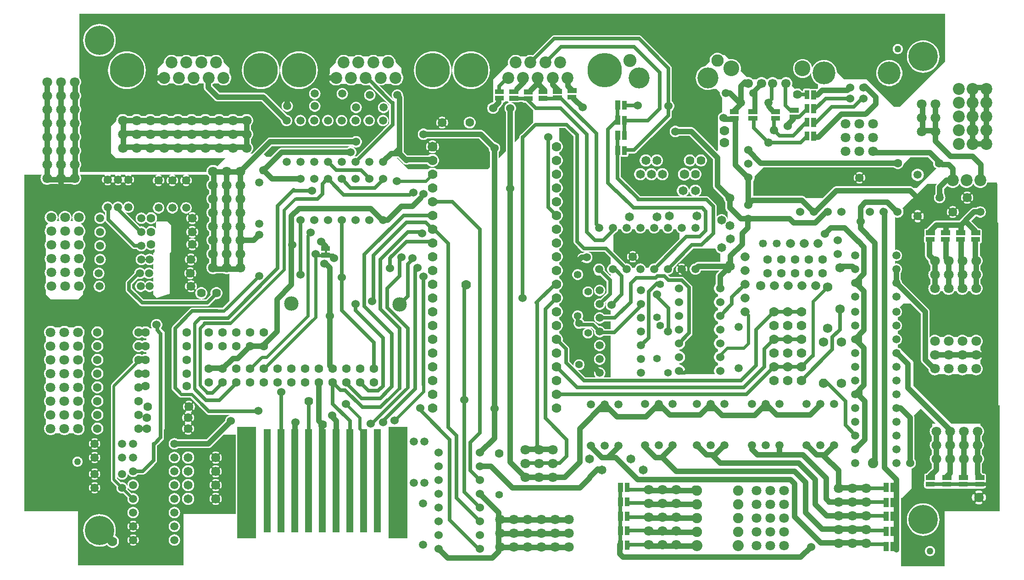
<source format=gbr>
G04 start of page 2 for group 0 idx 0 *
G04 Title: controlboard_2.3, component *
G04 Creator: pcb.exe 20130205 *
G04 CreationDate: 26.2.2018 13.50.50 UTC *
G04 Format: Gerber/RS-274X *
G04 PCB-Dimensions (mm): 183.00 105.00 *
G04 PCB-Coordinate-Origin: lower left *
%MOMM*%
%FSLAX43Y43*%
%LNTOP*%
%ADD1000C,1.300*%
%ADD999C,1.000*%
%ADD998C,1.100*%
%ADD997C,0.800*%
%ADD996C,0.700*%
%ADD995C,0.900*%
%ADD994C,3.000*%
%ADD993C,1.549*%
%ADD992C,5.402*%
%ADD991R,1.270X1.270*%
%ADD990R,3.429X3.429*%
%ADD989C,1.270*%
%ADD988R,0.889X0.889*%
%ADD987C,2.667*%
%ADD986C,4.216*%
%ADD985C,1.597*%
%ADD984C,2.200*%
%ADD983C,1.624*%
%ADD982C,1.751*%
%ADD981C,1.470*%
%ADD980C,1.724*%
%ADD979C,1.670*%
%ADD978C,2.413*%
%ADD977C,1.700*%
%ADD976C,3.861*%
%ADD975C,2.286*%
%ADD974C,2.921*%
%ADD973C,6.350*%
%ADD972C,1.410*%
%ADD971C,1.400*%
%ADD970C,1.524*%
%ADD969C,1.600*%
%ADD968C,1.778*%
%ADD967C,1.497*%
%ADD966C,1.905*%
%ADD965C,2.032*%
%ADD964C,1.800*%
%ADD963C,1.500*%
%ADD962C,1.651*%
%ADD961C,0.508*%
%ADD960C,0.400*%
%ADD959C,0.889*%
%ADD958C,1.035*%
%ADD957C,0.600*%
%ADD956C,0.635*%
%ADD955C,1.016*%
%ADD954C,0.002*%
G54D954*G36*
X167766Y14957D02*X170434D01*
Y2384D01*
X167766D01*
Y4240D01*
X167767Y4240D01*
X167914Y4252D01*
X168057Y4286D01*
X168193Y4342D01*
X168318Y4419D01*
X168430Y4515D01*
X168526Y4627D01*
X168603Y4752D01*
X168659Y4888D01*
X168693Y5031D01*
X168702Y5178D01*
X168693Y5325D01*
X168659Y5468D01*
X168603Y5604D01*
X168526Y5729D01*
X168430Y5841D01*
X168318Y5937D01*
X168193Y6014D01*
X168057Y6070D01*
X167914Y6104D01*
X167767Y6116D01*
X167766Y6116D01*
Y8268D01*
X167873Y8312D01*
X168275Y8559D01*
X168634Y8866D01*
X168941Y9225D01*
X169188Y9627D01*
X169369Y10064D01*
X169479Y10523D01*
X169507Y10994D01*
X169479Y11465D01*
X169369Y11924D01*
X169188Y12361D01*
X168941Y12764D01*
X168634Y13123D01*
X168275Y13429D01*
X167873Y13676D01*
X167766Y13721D01*
Y14957D01*
G37*
G36*
Y2384D02*X166501D01*
Y7984D01*
X166506Y7984D01*
X166977Y8021D01*
X167436Y8131D01*
X167766Y8268D01*
Y6116D01*
X167620Y6104D01*
X167477Y6070D01*
X167341Y6014D01*
X167216Y5937D01*
X167104Y5841D01*
X167008Y5729D01*
X166931Y5604D01*
X166875Y5468D01*
X166841Y5325D01*
X166829Y5178D01*
X166841Y5031D01*
X166875Y4888D01*
X166931Y4752D01*
X167008Y4627D01*
X167104Y4515D01*
X167216Y4419D01*
X167341Y4342D01*
X167477Y4286D01*
X167620Y4252D01*
X167766Y4240D01*
Y2384D01*
G37*
G36*
X166501Y14957D02*X167766D01*
Y13721D01*
X167436Y13857D01*
X166977Y13967D01*
X166506Y14004D01*
X166501Y14004D01*
Y14957D01*
G37*
G36*
X162433D02*X166501D01*
Y14004D01*
X166035Y13967D01*
X165576Y13857D01*
X165139Y13676D01*
X164736Y13429D01*
X164377Y13123D01*
X164071Y12764D01*
X163824Y12361D01*
X163643Y11924D01*
X163533Y11465D01*
X163496Y10994D01*
X163533Y10523D01*
X163643Y10064D01*
X163824Y9627D01*
X164071Y9225D01*
X164377Y8866D01*
X164736Y8559D01*
X165139Y8312D01*
X165576Y8131D01*
X166035Y8021D01*
X166501Y7984D01*
Y2384D01*
X162433D01*
Y14957D01*
G37*
G36*
X177820Y32102D02*X180594D01*
Y12544D01*
X177820D01*
Y14467D01*
X177830Y14469D01*
X177862Y14479D01*
X177892Y14495D01*
X177919Y14514D01*
X177943Y14538D01*
X177962Y14566D01*
X177977Y14596D01*
X178020Y14713D01*
X178050Y14835D01*
X178068Y14959D01*
X178075Y15084D01*
X178068Y15209D01*
X178050Y15333D01*
X178020Y15455D01*
X177978Y15573D01*
X177963Y15603D01*
X177944Y15630D01*
X177920Y15654D01*
X177893Y15674D01*
X177863Y15690D01*
X177831Y15700D01*
X177820Y15702D01*
Y16784D01*
X177825Y16784D01*
X177871Y16795D01*
X177915Y16813D01*
X177955Y16838D01*
X177991Y16869D01*
X178022Y16905D01*
X178047Y16945D01*
X178065Y16988D01*
X178076Y17034D01*
X178078Y17081D01*
X178078Y17100D01*
X178094Y17125D01*
X178143Y17244D01*
X178173Y17369D01*
X178183Y17497D01*
X178173Y17625D01*
X178143Y17750D01*
X178094Y17869D01*
X178076Y17898D01*
X178076Y18018D01*
X178065Y18063D01*
X178047Y18107D01*
X178038Y18120D01*
X178059Y18154D01*
X178077Y18198D01*
X178088Y18244D01*
X178091Y18291D01*
X178088Y19227D01*
X178077Y19273D01*
X178059Y19316D01*
X178035Y19357D01*
X178004Y19393D01*
X177968Y19423D01*
X177928Y19448D01*
X177884Y19466D01*
X177838Y19477D01*
X177820Y19478D01*
Y32102D01*
G37*
G36*
Y12544D02*X176785D01*
Y13794D01*
X176909Y13800D01*
X177033Y13818D01*
X177155Y13848D01*
X177273Y13890D01*
X177303Y13905D01*
X177330Y13924D01*
X177354Y13948D01*
X177374Y13975D01*
X177390Y14005D01*
X177400Y14037D01*
X177406Y14071D01*
X177406Y14105D01*
X177401Y14138D01*
X177390Y14170D01*
X177375Y14200D01*
X177355Y14228D01*
X177332Y14252D01*
X177304Y14272D01*
X177274Y14287D01*
X177242Y14298D01*
X177209Y14303D01*
X177175Y14303D01*
X177142Y14298D01*
X177110Y14287D01*
X177032Y14258D01*
X176950Y14238D01*
X176868Y14226D01*
X176785Y14222D01*
Y15946D01*
X176868Y15942D01*
X176950Y15930D01*
X177032Y15910D01*
X177110Y15882D01*
X177142Y15871D01*
X177175Y15866D01*
X177209Y15866D01*
X177242Y15871D01*
X177274Y15882D01*
X177304Y15897D01*
X177331Y15917D01*
X177355Y15941D01*
X177374Y15968D01*
X177389Y15998D01*
X177400Y16030D01*
X177405Y16064D01*
X177405Y16097D01*
X177399Y16130D01*
X177389Y16162D01*
X177373Y16192D01*
X177354Y16219D01*
X177330Y16243D01*
X177302Y16262D01*
X177272Y16277D01*
X177155Y16320D01*
X177033Y16350D01*
X176909Y16368D01*
X176785Y16374D01*
Y16680D01*
X177038D01*
X177166Y16687D01*
X177200Y16695D01*
X177235Y16687D01*
X177363Y16677D01*
X177491Y16687D01*
X177616Y16717D01*
X177735Y16766D01*
X177764Y16784D01*
X177820Y16784D01*
Y15702D01*
X177797Y15706D01*
X177763Y15706D01*
X177730Y15701D01*
X177698Y15690D01*
X177668Y15675D01*
X177640Y15656D01*
X177616Y15632D01*
X177596Y15604D01*
X177581Y15574D01*
X177570Y15542D01*
X177565Y15509D01*
X177565Y15475D01*
X177570Y15442D01*
X177581Y15410D01*
X177610Y15332D01*
X177630Y15250D01*
X177642Y15168D01*
X177646Y15084D01*
X177642Y15000D01*
X177630Y14918D01*
X177610Y14836D01*
X177582Y14758D01*
X177571Y14726D01*
X177566Y14693D01*
X177566Y14659D01*
X177571Y14626D01*
X177582Y14594D01*
X177597Y14564D01*
X177617Y14537D01*
X177641Y14513D01*
X177668Y14494D01*
X177698Y14479D01*
X177730Y14468D01*
X177764Y14463D01*
X177797Y14463D01*
X177820Y14467D01*
Y12544D01*
G37*
G36*
X177038Y28364D02*Y28673D01*
X176785D01*
Y32102D01*
X177820D01*
Y19478D01*
X177791Y19480D01*
X177578Y19479D01*
X177567Y19497D01*
X177482Y19592D01*
X177338Y19737D01*
Y21308D01*
X177381Y21345D01*
X177504Y21488D01*
X177603Y21650D01*
X177675Y21824D01*
X177719Y22008D01*
X177730Y22196D01*
X177719Y22384D01*
X177675Y22568D01*
X177603Y22742D01*
X177504Y22904D01*
X177381Y23047D01*
X177338Y23084D01*
Y23848D01*
X177381Y23885D01*
X177504Y24028D01*
X177603Y24190D01*
X177675Y24364D01*
X177719Y24548D01*
X177730Y24736D01*
X177719Y24924D01*
X177675Y25108D01*
X177603Y25282D01*
X177504Y25444D01*
X177381Y25587D01*
X177338Y25624D01*
Y26388D01*
X177381Y26425D01*
X177504Y26568D01*
X177603Y26730D01*
X177675Y26904D01*
X177719Y27088D01*
X177730Y27276D01*
X177719Y27464D01*
X177675Y27648D01*
X177603Y27822D01*
X177504Y27984D01*
X177381Y28127D01*
X177238Y28250D01*
X177076Y28349D01*
X177038Y28364D01*
G37*
G36*
X176785Y12544D02*X175748D01*
Y14466D01*
X175771Y14462D01*
X175805Y14462D01*
X175838Y14467D01*
X175870Y14478D01*
X175900Y14493D01*
X175928Y14513D01*
X175952Y14536D01*
X175972Y14564D01*
X175987Y14594D01*
X175998Y14626D01*
X176003Y14659D01*
X176003Y14693D01*
X175998Y14726D01*
X175987Y14758D01*
X175958Y14836D01*
X175938Y14918D01*
X175926Y15000D01*
X175922Y15084D01*
X175926Y15168D01*
X175938Y15250D01*
X175958Y15332D01*
X175986Y15410D01*
X175997Y15442D01*
X176002Y15475D01*
X176002Y15509D01*
X175997Y15542D01*
X175986Y15574D01*
X175971Y15604D01*
X175951Y15631D01*
X175927Y15655D01*
X175900Y15674D01*
X175870Y15689D01*
X175838Y15700D01*
X175804Y15705D01*
X175771Y15705D01*
X175748Y15701D01*
Y16680D01*
X176785D01*
Y16374D01*
X176784Y16375D01*
X176659Y16368D01*
X176535Y16350D01*
X176413Y16320D01*
X176295Y16278D01*
X176265Y16263D01*
X176238Y16244D01*
X176214Y16220D01*
X176194Y16193D01*
X176178Y16163D01*
X176168Y16131D01*
X176162Y16097D01*
X176162Y16063D01*
X176167Y16030D01*
X176178Y15998D01*
X176193Y15968D01*
X176213Y15940D01*
X176236Y15916D01*
X176264Y15896D01*
X176294Y15881D01*
X176326Y15870D01*
X176359Y15865D01*
X176393Y15865D01*
X176426Y15870D01*
X176458Y15881D01*
X176536Y15910D01*
X176618Y15930D01*
X176700Y15942D01*
X176784Y15946D01*
X176785Y15946D01*
Y14222D01*
X176784Y14222D01*
X176700Y14226D01*
X176618Y14238D01*
X176536Y14258D01*
X176458Y14286D01*
X176426Y14297D01*
X176393Y14302D01*
X176359Y14302D01*
X176326Y14297D01*
X176294Y14286D01*
X176264Y14271D01*
X176237Y14251D01*
X176213Y14227D01*
X176194Y14200D01*
X176179Y14170D01*
X176168Y14138D01*
X176163Y14104D01*
X176163Y14071D01*
X176169Y14038D01*
X176179Y14006D01*
X176195Y13976D01*
X176214Y13949D01*
X176238Y13925D01*
X176266Y13906D01*
X176296Y13891D01*
X176413Y13848D01*
X176535Y13818D01*
X176659Y13800D01*
X176784Y13793D01*
X176785Y13794D01*
Y12544D01*
G37*
G36*
X175748D02*X169076D01*
X168941Y12764D01*
X168634Y13123D01*
X168275Y13429D01*
X167873Y13676D01*
X167436Y13857D01*
X166977Y13967D01*
X166506Y14004D01*
X166035Y13967D01*
X165576Y13857D01*
X165139Y13676D01*
X164736Y13429D01*
X164377Y13123D01*
X164071Y12764D01*
X163936Y12544D01*
X162560D01*
Y14957D01*
X164338Y16735D01*
Y20403D01*
X164413Y20421D01*
X164568Y20485D01*
X164710Y20572D01*
X164837Y20681D01*
X164946Y20808D01*
X165033Y20950D01*
X165097Y21105D01*
X165136Y21267D01*
X165146Y21434D01*
X165136Y21601D01*
X165097Y21763D01*
X165033Y21918D01*
X164946Y22060D01*
X164892Y22123D01*
Y29784D01*
X164894Y29816D01*
X164885Y29943D01*
X164855Y30066D01*
X164806Y30184D01*
X164768Y30246D01*
X166038Y31516D01*
X168881Y28673D01*
X168148D01*
Y28203D01*
X168059Y28127D01*
X167936Y27984D01*
X167837Y27822D01*
X167765Y27648D01*
X167721Y27464D01*
X167706Y27276D01*
X167721Y27088D01*
X167765Y26904D01*
X167837Y26730D01*
X167936Y26568D01*
X168059Y26425D01*
X168102Y26388D01*
Y25624D01*
X168059Y25587D01*
X167936Y25444D01*
X167837Y25282D01*
X167765Y25108D01*
X167721Y24924D01*
X167706Y24736D01*
X167721Y24548D01*
X167765Y24364D01*
X167837Y24190D01*
X167936Y24028D01*
X168059Y23885D01*
X168102Y23848D01*
Y23084D01*
X168059Y23047D01*
X167936Y22904D01*
X167837Y22742D01*
X167765Y22568D01*
X167721Y22384D01*
X167706Y22196D01*
X167721Y22008D01*
X167765Y21824D01*
X167837Y21650D01*
X167936Y21488D01*
X168059Y21345D01*
X168102Y21308D01*
Y20499D01*
X167196Y19592D01*
X167111Y19497D01*
X167099Y19477D01*
X166949Y19477D01*
X166903Y19466D01*
X166859Y19448D01*
X166819Y19423D01*
X166783Y19393D01*
X166753Y19357D01*
X166728Y19316D01*
X166710Y19273D01*
X166699Y19227D01*
X166696Y19180D01*
X166699Y18244D01*
X166710Y18198D01*
X166728Y18154D01*
X166736Y18141D01*
X166715Y18107D01*
X166697Y18063D01*
X166686Y18018D01*
X166683Y17970D01*
X166684Y17866D01*
X166648Y17779D01*
X166618Y17654D01*
X166608Y17526D01*
X166618Y17398D01*
X166648Y17273D01*
X166686Y17181D01*
X166686Y17034D01*
X166697Y16988D01*
X166715Y16945D01*
X166740Y16905D01*
X166771Y16869D01*
X166807Y16838D01*
X166847Y16813D01*
X166890Y16795D01*
X166936Y16784D01*
X166983Y16781D01*
X167060Y16782D01*
X167085Y16766D01*
X167203Y16717D01*
X167329Y16687D01*
X167329Y16687D01*
X167457Y16677D01*
X167489Y16680D01*
X171069D01*
X171164Y16685D01*
X171267Y16677D01*
X171299Y16680D01*
X174117D01*
X174212Y16685D01*
X174315Y16677D01*
X174347Y16680D01*
X175748D01*
Y15701D01*
X175738Y15699D01*
X175706Y15689D01*
X175676Y15673D01*
X175649Y15654D01*
X175625Y15630D01*
X175606Y15602D01*
X175591Y15572D01*
X175548Y15455D01*
X175518Y15333D01*
X175500Y15209D01*
X175493Y15084D01*
X175500Y14959D01*
X175518Y14835D01*
X175548Y14713D01*
X175590Y14595D01*
X175605Y14565D01*
X175624Y14538D01*
X175648Y14514D01*
X175675Y14494D01*
X175705Y14478D01*
X175737Y14468D01*
X175748Y14466D01*
Y12544D01*
G37*
G36*
X176785Y28673D02*X171733D01*
X168304Y32102D01*
X176785D01*
Y28673D01*
G37*
G36*
X66800Y86051D02*X66929Y86041D01*
X67094Y86054D01*
X67254Y86093D01*
X67406Y86156D01*
X67547Y86242D01*
X67673Y86349D01*
X67780Y86475D01*
X67866Y86616D01*
X67929Y86768D01*
X67963Y86906D01*
Y84174D01*
X66800Y83012D01*
Y83627D01*
X66802Y83627D01*
X66967Y83640D01*
X67127Y83678D01*
X67280Y83742D01*
X67421Y83828D01*
X67547Y83935D01*
X67654Y84061D01*
X67740Y84202D01*
X67804Y84355D01*
X67842Y84515D01*
X67852Y84680D01*
X67842Y84845D01*
X67804Y85005D01*
X67740Y85158D01*
X67654Y85299D01*
X67547Y85425D01*
X67421Y85532D01*
X67280Y85618D01*
X67127Y85682D01*
X66967Y85720D01*
X66802Y85733D01*
X66800Y85733D01*
Y86051D01*
G37*
G36*
Y88761D02*X67963Y87599D01*
Y87280D01*
X67929Y87418D01*
X67866Y87570D01*
X67780Y87711D01*
X67673Y87837D01*
X67547Y87944D01*
X67406Y88030D01*
X67254Y88093D01*
X67094Y88132D01*
X66929Y88145D01*
X66800Y88135D01*
Y88761D01*
G37*
G36*
X76922Y81332D02*X84501D01*
X86317Y79516D01*
X86324Y79433D01*
X86363Y79271D01*
X86427Y79116D01*
X86514Y78974D01*
X86568Y78911D01*
Y76125D01*
X86106Y75663D01*
X76922D01*
Y76630D01*
X77009Y76773D01*
X77080Y76945D01*
X77124Y77127D01*
X77135Y77314D01*
X77124Y77501D01*
X77080Y77683D01*
X77009Y77855D01*
X76922Y77998D01*
Y79222D01*
X76924Y79223D01*
X76945Y79235D01*
X76963Y79250D01*
X76979Y79267D01*
X76991Y79287D01*
X77039Y79384D01*
X77077Y79484D01*
X77106Y79588D01*
X77125Y79693D01*
X77135Y79800D01*
Y79908D01*
X77125Y80015D01*
X77106Y80120D01*
X77077Y80224D01*
X77039Y80324D01*
X76992Y80421D01*
X76980Y80441D01*
X76964Y80459D01*
X76945Y80474D01*
X76925Y80486D01*
X76922Y80487D01*
Y81332D01*
G37*
G36*
Y75663D02*X76736D01*
X76647Y75739D01*
X76487Y75837D01*
X76315Y75908D01*
X76133Y75952D01*
X75991Y75963D01*
Y76125D01*
X76133Y76136D01*
X76315Y76180D01*
X76487Y76251D01*
X76647Y76349D01*
X76789Y76471D01*
X76911Y76613D01*
X76922Y76630D01*
Y75663D01*
G37*
G36*
X75991Y81332D02*X76922D01*
Y80487D01*
X76903Y80494D01*
X76879Y80499D01*
X76856Y80500D01*
X76832Y80498D01*
X76809Y80492D01*
X76787Y80482D01*
X76767Y80469D01*
X76750Y80453D01*
X76735Y80435D01*
X76723Y80414D01*
X76714Y80392D01*
X76709Y80369D01*
X76708Y80345D01*
X76711Y80322D01*
X76717Y80299D01*
X76727Y80277D01*
X76763Y80205D01*
X76791Y80130D01*
X76812Y80053D01*
X76827Y79974D01*
X76834Y79894D01*
Y79814D01*
X76827Y79734D01*
X76812Y79655D01*
X76791Y79578D01*
X76763Y79503D01*
X76728Y79430D01*
X76718Y79409D01*
X76712Y79386D01*
X76709Y79363D01*
X76710Y79339D01*
X76715Y79316D01*
X76724Y79294D01*
X76736Y79274D01*
X76750Y79255D01*
X76768Y79239D01*
X76788Y79227D01*
X76809Y79217D01*
X76832Y79211D01*
X76856Y79209D01*
X76879Y79210D01*
X76902Y79215D01*
X76922Y79222D01*
Y77998D01*
X76911Y78015D01*
X76789Y78157D01*
X76647Y78279D01*
X76487Y78377D01*
X76315Y78448D01*
X76133Y78492D01*
X75991Y78503D01*
Y78665D01*
X76000D01*
X76107Y78675D01*
X76212Y78694D01*
X76316Y78723D01*
X76416Y78761D01*
X76513Y78808D01*
X76533Y78820D01*
X76551Y78836D01*
X76566Y78855D01*
X76578Y78875D01*
X76586Y78897D01*
X76591Y78921D01*
X76592Y78944D01*
X76590Y78968D01*
X76584Y78991D01*
X76574Y79013D01*
X76561Y79033D01*
X76545Y79050D01*
X76527Y79065D01*
X76506Y79077D01*
X76484Y79086D01*
X76461Y79091D01*
X76437Y79092D01*
X76414Y79089D01*
X76391Y79083D01*
X76369Y79073D01*
X76297Y79037D01*
X76222Y79009D01*
X76145Y78988D01*
X76066Y78973D01*
X75991Y78966D01*
Y80742D01*
X76066Y80735D01*
X76145Y80720D01*
X76222Y80699D01*
X76297Y80671D01*
X76370Y80636D01*
X76391Y80626D01*
X76414Y80620D01*
X76437Y80617D01*
X76461Y80618D01*
X76484Y80623D01*
X76506Y80632D01*
X76526Y80644D01*
X76545Y80658D01*
X76561Y80676D01*
X76573Y80696D01*
X76583Y80717D01*
X76589Y80740D01*
X76591Y80764D01*
X76590Y80787D01*
X76585Y80810D01*
X76577Y80832D01*
X76565Y80853D01*
X76550Y80871D01*
X76533Y80887D01*
X76513Y80899D01*
X76416Y80947D01*
X76316Y80985D01*
X76212Y81014D01*
X76107Y81033D01*
X76000Y81043D01*
X75991D01*
Y81332D01*
G37*
G36*
X83053Y104365D02*X147066D01*
Y95567D01*
X146789Y95397D01*
X146501Y95151D01*
X146255Y94863D01*
X146057Y94540D01*
X146000Y94403D01*
X145991Y94557D01*
X145926Y94827D01*
X145820Y95083D01*
X145675Y95319D01*
X145495Y95530D01*
X145285Y95710D01*
X145048Y95855D01*
X144792Y95961D01*
X144523Y96025D01*
X144247Y96047D01*
X143970Y96025D01*
X143701Y95961D01*
X143445Y95855D01*
X143209Y95710D01*
X142998Y95530D01*
X142818Y95319D01*
X142673Y95083D01*
X142567Y94827D01*
X142502Y94557D01*
X142481Y94281D01*
X142502Y94005D01*
X142567Y93735D01*
X142673Y93479D01*
X142818Y93243D01*
X142998Y93032D01*
X143209Y92853D01*
X143445Y92708D01*
X143701Y92602D01*
X143970Y92537D01*
X144247Y92515D01*
X144523Y92537D01*
X144792Y92602D01*
X145048Y92708D01*
X145285Y92853D01*
X145495Y93032D01*
X145675Y93243D01*
X145794Y93437D01*
X145823Y93065D01*
X145912Y92697D01*
X146057Y92346D01*
X146255Y92023D01*
X146501Y91735D01*
X146789Y91489D01*
X147066Y91319D01*
Y90616D01*
X146920Y90470D01*
X146896Y90490D01*
X146856Y90515D01*
X146813Y90533D01*
X146767Y90544D01*
X146720Y90546D01*
X145783Y90544D01*
X145738Y90533D01*
X145694Y90515D01*
X145681Y90506D01*
X145647Y90527D01*
X145603Y90545D01*
X145557Y90556D01*
X145510Y90559D01*
X144574Y90556D01*
X144528Y90545D01*
X144485Y90527D01*
X144444Y90503D01*
X144408Y90472D01*
X144378Y90436D01*
X144353Y90396D01*
X144335Y90352D01*
X144324Y90306D01*
X144321Y90259D01*
X144321Y90124D01*
X144182D01*
X144158Y90162D01*
X144045Y90295D01*
X143912Y90408D01*
X143762Y90500D01*
X143601Y90567D01*
X143430Y90608D01*
X143256Y90621D01*
X143082Y90608D01*
X142911Y90567D01*
X142854Y90543D01*
X142265Y91132D01*
X142296Y91207D01*
X142338Y91383D01*
X142349Y91563D01*
X142338Y91744D01*
X142296Y91920D01*
X142226Y92087D01*
X142132Y92241D01*
X142014Y92379D01*
X141877Y92497D01*
X141722Y92591D01*
X141555Y92660D01*
X141379Y92703D01*
X141199Y92717D01*
X141018Y92703D01*
X140842Y92660D01*
X140675Y92591D01*
X140521Y92497D01*
X140383Y92379D01*
X140315Y92300D01*
X139593D01*
X139525Y92379D01*
X139387Y92497D01*
X139233Y92591D01*
X139066Y92660D01*
X138890Y92703D01*
X138709Y92717D01*
X138529Y92703D01*
X138353Y92660D01*
X138186Y92591D01*
X138031Y92497D01*
X137894Y92379D01*
X137826Y92300D01*
X137561D01*
X137493Y92379D01*
X137355Y92497D01*
X137201Y92591D01*
X137034Y92660D01*
X136858Y92703D01*
X136677Y92717D01*
X136497Y92703D01*
X136321Y92660D01*
X136154Y92591D01*
X135999Y92497D01*
X135862Y92379D01*
X135794Y92300D01*
X135071D01*
X135004Y92379D01*
X134866Y92497D01*
X134712Y92591D01*
X134545Y92660D01*
X134369Y92703D01*
X134188Y92717D01*
X134008Y92703D01*
X133972Y92694D01*
X132821Y93845D01*
X132859Y94005D01*
X132875Y94281D01*
X132859Y94557D01*
X132794Y94827D01*
X132688Y95083D01*
X132543Y95319D01*
X132364Y95530D01*
X132153Y95710D01*
X131917Y95855D01*
X131661Y95961D01*
X131391Y96025D01*
X131115Y96047D01*
X130839Y96025D01*
X130679Y95987D01*
X129921Y96745D01*
X129554D01*
X129548Y96753D01*
X129375Y96900D01*
X129181Y97019D01*
X128971Y97106D01*
X128750Y97159D01*
X128524Y97176D01*
X128298Y97159D01*
X128077Y97106D01*
X127867Y97019D01*
X127673Y96900D01*
X127500Y96753D01*
X127353Y96580D01*
X127234Y96386D01*
X127147Y96176D01*
X127094Y95955D01*
X127077Y95729D01*
X127089Y95564D01*
X126255Y94730D01*
X126055Y94682D01*
X125730Y94547D01*
X125431Y94364D01*
X125164Y94136D01*
X124936Y93869D01*
X124753Y93570D01*
X124618Y93245D01*
X124536Y92904D01*
X124509Y92554D01*
X124536Y92204D01*
X124618Y91863D01*
X124753Y91538D01*
X124936Y91239D01*
X125164Y90972D01*
X125431Y90744D01*
X125730Y90561D01*
X126055Y90426D01*
X126396Y90344D01*
X126746Y90317D01*
X127096Y90344D01*
X127437Y90426D01*
X127669Y90522D01*
X128397D01*
X129008Y89911D01*
X128996Y89760D01*
X129009Y89595D01*
X129048Y89435D01*
X129111Y89283D01*
X129197Y89142D01*
X129304Y89016D01*
X129413Y88923D01*
Y86219D01*
X129338Y86201D01*
X129183Y86137D01*
X129041Y86050D01*
X128914Y85941D01*
X128805Y85814D01*
X128718Y85672D01*
X128654Y85517D01*
X128615Y85355D01*
X128602Y85188D01*
X128615Y85021D01*
X128651Y84871D01*
Y83107D01*
X128616Y82962D01*
X128601Y82775D01*
X128616Y82588D01*
X128651Y82443D01*
Y80948D01*
X128616Y80803D01*
X128601Y80616D01*
X128616Y80429D01*
X128651Y80284D01*
Y79219D01*
X128460Y79028D01*
X124292Y83197D01*
X124271Y83221D01*
X124174Y83304D01*
X124174Y83304D01*
X124066Y83370D01*
X123948Y83419D01*
X123825Y83449D01*
X123698Y83458D01*
X123666Y83456D01*
X121466D01*
X121403Y83510D01*
X121261Y83597D01*
X121106Y83661D01*
X120944Y83700D01*
X120777Y83713D01*
X120610Y83700D01*
X120448Y83661D01*
X120293Y83597D01*
X120151Y83510D01*
X120024Y83401D01*
X119915Y83274D01*
X119828Y83132D01*
X119764Y82977D01*
X119725Y82815D01*
X119712Y82648D01*
X119725Y82481D01*
X119764Y82319D01*
X119828Y82164D01*
X119915Y82022D01*
X120024Y81895D01*
X120151Y81786D01*
X120293Y81699D01*
X120448Y81635D01*
X120610Y81596D01*
X120777Y81583D01*
X120944Y81596D01*
X121106Y81635D01*
X121261Y81699D01*
X121403Y81786D01*
X121466Y81840D01*
X123363D01*
X127000Y78203D01*
X126147D01*
X126132Y78216D01*
X125982Y78308D01*
X125821Y78375D01*
X125650Y78416D01*
X125476Y78429D01*
X125302Y78416D01*
X125131Y78375D01*
X124970Y78308D01*
X124820Y78216D01*
X124805Y78203D01*
X124115D01*
X124100Y78216D01*
X123950Y78308D01*
X123789Y78375D01*
X123618Y78416D01*
X123444Y78429D01*
X123270Y78416D01*
X123099Y78375D01*
X122938Y78308D01*
X122788Y78216D01*
X122773Y78203D01*
X118040D01*
X118012Y78227D01*
X117861Y78320D01*
X117697Y78388D01*
X117525Y78429D01*
X117348Y78443D01*
X117171Y78429D01*
X116999Y78388D01*
X116835Y78320D01*
X116684Y78227D01*
X116656Y78203D01*
X116008D01*
X115980Y78227D01*
X115829Y78320D01*
X115665Y78388D01*
X115493Y78429D01*
X115316Y78443D01*
Y80505D01*
X119927Y85115D01*
X119945Y85131D01*
X120008Y85205D01*
X120059Y85288D01*
X120096Y85378D01*
X120119Y85472D01*
X120126Y85569D01*
X120125Y85593D01*
Y86480D01*
X120133Y86485D01*
X120260Y86594D01*
X120369Y86721D01*
X120456Y86863D01*
X120520Y87018D01*
X120559Y87180D01*
X120569Y87347D01*
X120559Y87514D01*
X120520Y87676D01*
X120456Y87831D01*
X120369Y87973D01*
X120260Y88100D01*
X120133Y88209D01*
X120125Y88214D01*
Y94308D01*
X120126Y94332D01*
X120119Y94429D01*
X120096Y94523D01*
X120059Y94613D01*
X120008Y94696D01*
X119945Y94770D01*
X119927Y94786D01*
X114500Y100213D01*
X114484Y100231D01*
X114410Y100294D01*
X114327Y100345D01*
X114237Y100382D01*
X114143Y100405D01*
X114046Y100412D01*
X114022Y100411D01*
X98449D01*
X98425Y100412D01*
X98328Y100405D01*
X98234Y100382D01*
X98144Y100345D01*
X98061Y100294D01*
X97987Y100231D01*
X97971Y100213D01*
X94485Y96726D01*
X94465Y96734D01*
X94250Y96786D01*
X94031Y96803D01*
X93811Y96786D01*
X93597Y96734D01*
X93393Y96650D01*
X93205Y96535D01*
X93154Y96491D01*
X92164D01*
X92113Y96535D01*
X91925Y96650D01*
X91722Y96734D01*
X91507Y96786D01*
X91288Y96803D01*
X91068Y96786D01*
X90854Y96734D01*
X90650Y96650D01*
X90462Y96535D01*
X90295Y96392D01*
X90151Y96224D01*
X90036Y96036D01*
X89952Y95833D01*
X89901Y95618D01*
X89883Y95399D01*
X89901Y95179D01*
X89920Y95098D01*
X87122Y92300D01*
Y88109D01*
X87038Y88025D01*
X86955Y88018D01*
X86793Y87979D01*
X86638Y87915D01*
X86496Y87828D01*
X86369Y87719D01*
X86260Y87592D01*
X86173Y87450D01*
X86109Y87295D01*
X86070Y87133D01*
X86057Y86966D01*
X86070Y86799D01*
X86109Y86637D01*
X86173Y86482D01*
X86260Y86340D01*
X86369Y86213D01*
X86496Y86104D01*
X86638Y86017D01*
X86793Y85953D01*
X86955Y85914D01*
X87122Y85901D01*
X87289Y85914D01*
X87451Y85953D01*
X87606Y86017D01*
X87748Y86104D01*
X87875Y86213D01*
X87984Y86340D01*
X88071Y86482D01*
X88135Y86637D01*
X88174Y86799D01*
X88179Y86880D01*
X88687Y87388D01*
X88711Y87409D01*
X88794Y87506D01*
X88794Y87506D01*
X88860Y87614D01*
X88909Y87732D01*
X88939Y87855D01*
X88942Y87897D01*
X89117Y88072D01*
X89145Y88072D01*
X89191Y88083D01*
X89235Y88101D01*
X89275Y88126D01*
X89311Y88157D01*
X89342Y88192D01*
X89367Y88233D01*
X89368Y88236D01*
X89835D01*
X89848Y88205D01*
X89873Y88165D01*
X89903Y88129D01*
X89939Y88098D01*
X89980Y88073D01*
X90023Y88055D01*
X90069Y88044D01*
X90116Y88041D01*
X91814Y88044D01*
X91860Y88055D01*
X91904Y88073D01*
X91944Y88098D01*
X91977Y88127D01*
X92548D01*
X92551Y88122D01*
X92582Y88086D01*
X92618Y88055D01*
X92658Y88031D01*
X92702Y88013D01*
X92748Y88002D01*
X92795Y87999D01*
X93090Y87999D01*
X94488Y86601D01*
Y84277D01*
X94432Y84228D01*
X92437Y82232D01*
X92392Y82221D01*
X92302Y82184D01*
X92219Y82133D01*
X92145Y82070D01*
X92082Y81996D01*
X92031Y81913D01*
X91994Y81823D01*
X91971Y81729D01*
X91966Y81632D01*
Y81529D01*
X91965Y81522D01*
X91105Y80662D01*
Y86277D01*
X91159Y86340D01*
X91246Y86482D01*
X91310Y86637D01*
X91349Y86799D01*
X91359Y86966D01*
X91349Y87133D01*
X91310Y87295D01*
X91246Y87450D01*
X91159Y87592D01*
X91050Y87719D01*
X90923Y87828D01*
X90781Y87915D01*
X90626Y87979D01*
X90464Y88018D01*
X90297Y88031D01*
X90130Y88018D01*
X89968Y87979D01*
X89813Y87915D01*
X89671Y87828D01*
X89544Y87719D01*
X89435Y87592D01*
X89348Y87450D01*
X89284Y87295D01*
X89245Y87133D01*
X89232Y86966D01*
X89245Y86799D01*
X89284Y86637D01*
X89348Y86482D01*
X89435Y86340D01*
X89489Y86277D01*
Y79046D01*
X88184Y77741D01*
Y78911D01*
X88238Y78974D01*
X88325Y79116D01*
X88389Y79271D01*
X88428Y79433D01*
X88438Y79600D01*
X88428Y79767D01*
X88389Y79929D01*
X88325Y80084D01*
X88238Y80226D01*
X88129Y80353D01*
X88002Y80462D01*
X87860Y80549D01*
X87705Y80613D01*
X87543Y80652D01*
X87460Y80659D01*
X85430Y82689D01*
X85409Y82713D01*
X85312Y82796D01*
X85312Y82796D01*
X85204Y82862D01*
X85086Y82911D01*
X84963Y82941D01*
X84836Y82950D01*
X84804Y82948D01*
X83053D01*
Y83229D01*
X83145Y83251D01*
X83304Y83317D01*
X83452Y83408D01*
X83583Y83520D01*
X83695Y83651D01*
X83786Y83799D01*
X83852Y83958D01*
X83892Y84127D01*
X83903Y84299D01*
X83892Y84471D01*
X83852Y84640D01*
X83786Y84799D01*
X83695Y84947D01*
X83583Y85078D01*
X83452Y85190D01*
X83304Y85281D01*
X83145Y85347D01*
X83053Y85369D01*
Y90491D01*
X83058Y90491D01*
X83603Y90534D01*
X84135Y90661D01*
X84640Y90871D01*
X85107Y91156D01*
X85523Y91512D01*
X85878Y91928D01*
X86164Y92394D01*
X86373Y92899D01*
X86501Y93431D01*
X86533Y93976D01*
X86501Y94522D01*
X86373Y95054D01*
X86164Y95559D01*
X85878Y96025D01*
X85523Y96441D01*
X85107Y96796D01*
X84640Y97082D01*
X84135Y97292D01*
X83603Y97419D01*
X83058Y97462D01*
X83053Y97462D01*
Y104365D01*
G37*
G36*
X78621D02*X83053D01*
Y97462D01*
X82513Y97419D01*
X81981Y97292D01*
X81476Y97082D01*
X81009Y96796D01*
X80593Y96441D01*
X80238Y96025D01*
X79952Y95559D01*
X79743Y95054D01*
X79615Y94522D01*
X79572Y93976D01*
X79615Y93431D01*
X79743Y92899D01*
X79952Y92394D01*
X80238Y91928D01*
X80593Y91512D01*
X81009Y91156D01*
X81476Y90871D01*
X81981Y90661D01*
X82513Y90534D01*
X83053Y90491D01*
Y85369D01*
X82976Y85387D01*
X82804Y85401D01*
X82632Y85387D01*
X82463Y85347D01*
X82304Y85281D01*
X82156Y85190D01*
X82025Y85078D01*
X81913Y84947D01*
X81822Y84799D01*
X81756Y84640D01*
X81716Y84471D01*
X81702Y84299D01*
X81716Y84127D01*
X81756Y83958D01*
X81822Y83799D01*
X81913Y83651D01*
X82025Y83520D01*
X82156Y83408D01*
X82304Y83317D01*
X82463Y83251D01*
X82632Y83211D01*
X82804Y83197D01*
X82976Y83211D01*
X83053Y83229D01*
Y82948D01*
X78621D01*
Y83729D01*
X78639Y83736D01*
X78659Y83749D01*
X78677Y83764D01*
X78692Y83782D01*
X78704Y83802D01*
X78747Y83896D01*
X78780Y83994D01*
X78804Y84094D01*
X78819Y84196D01*
X78824Y84299D01*
X78819Y84402D01*
X78804Y84504D01*
X78780Y84604D01*
X78747Y84702D01*
X78705Y84796D01*
X78693Y84817D01*
X78677Y84835D01*
X78659Y84850D01*
X78639Y84863D01*
X78621Y84870D01*
Y91699D01*
X78817Y91928D01*
X79103Y92394D01*
X79312Y92899D01*
X79440Y93431D01*
X79472Y93976D01*
X79440Y94522D01*
X79312Y95054D01*
X79103Y95559D01*
X78817Y96025D01*
X78621Y96254D01*
Y104365D01*
G37*
G36*
Y82948D02*X77724D01*
Y83199D01*
X77827Y83204D01*
X77929Y83219D01*
X78029Y83243D01*
X78127Y83276D01*
X78221Y83318D01*
X78242Y83330D01*
X78260Y83346D01*
X78275Y83364D01*
X78288Y83384D01*
X78297Y83406D01*
X78302Y83429D01*
X78304Y83453D01*
X78302Y83476D01*
X78297Y83499D01*
X78288Y83521D01*
X78275Y83542D01*
X78260Y83560D01*
X78242Y83575D01*
X78222Y83588D01*
X78200Y83597D01*
X78177Y83602D01*
X78153Y83604D01*
X78129Y83602D01*
X78106Y83597D01*
X78085Y83588D01*
X78017Y83556D01*
X77946Y83532D01*
X77873Y83515D01*
X77799Y83504D01*
X77724Y83501D01*
Y85097D01*
X77799Y85094D01*
X77873Y85083D01*
X77946Y85066D01*
X78017Y85042D01*
X78085Y85011D01*
X78107Y85002D01*
X78130Y84996D01*
X78153Y84995D01*
X78177Y84996D01*
X78200Y85002D01*
X78221Y85011D01*
X78242Y85023D01*
X78259Y85039D01*
X78275Y85057D01*
X78287Y85077D01*
X78296Y85099D01*
X78301Y85122D01*
X78303Y85145D01*
X78301Y85169D01*
X78296Y85192D01*
X78287Y85214D01*
X78274Y85234D01*
X78259Y85252D01*
X78241Y85267D01*
X78221Y85279D01*
X78127Y85322D01*
X78029Y85355D01*
X77929Y85379D01*
X77827Y85394D01*
X77724Y85399D01*
Y90960D01*
X78046Y91156D01*
X78462Y91512D01*
X78621Y91699D01*
Y84870D01*
X78617Y84872D01*
X78594Y84877D01*
X78570Y84879D01*
X78547Y84877D01*
X78524Y84872D01*
X78502Y84863D01*
X78481Y84850D01*
X78463Y84835D01*
X78448Y84817D01*
X78435Y84797D01*
X78426Y84775D01*
X78421Y84752D01*
X78419Y84728D01*
X78421Y84704D01*
X78426Y84681D01*
X78435Y84660D01*
X78467Y84592D01*
X78491Y84521D01*
X78508Y84448D01*
X78519Y84374D01*
X78523Y84299D01*
X78519Y84224D01*
X78508Y84150D01*
X78491Y84077D01*
X78467Y84006D01*
X78436Y83938D01*
X78427Y83916D01*
X78421Y83893D01*
X78420Y83870D01*
X78421Y83846D01*
X78427Y83823D01*
X78436Y83802D01*
X78448Y83781D01*
X78464Y83764D01*
X78482Y83748D01*
X78502Y83736D01*
X78524Y83727D01*
X78547Y83722D01*
X78570Y83720D01*
X78594Y83722D01*
X78617Y83727D01*
X78621Y83729D01*
Y82948D01*
G37*
G36*
X77724Y104365D02*X78621D01*
Y96254D01*
X78462Y96441D01*
X78046Y96796D01*
X77724Y96993D01*
Y104365D01*
G37*
G36*
Y82948D02*X76827D01*
Y83728D01*
X76831Y83726D01*
X76854Y83721D01*
X76878Y83719D01*
X76901Y83721D01*
X76924Y83726D01*
X76946Y83735D01*
X76967Y83748D01*
X76985Y83763D01*
X77000Y83781D01*
X77013Y83801D01*
X77022Y83823D01*
X77027Y83846D01*
X77029Y83870D01*
X77027Y83894D01*
X77022Y83917D01*
X77013Y83938D01*
X76981Y84006D01*
X76957Y84077D01*
X76940Y84150D01*
X76929Y84224D01*
X76926Y84299D01*
X76929Y84374D01*
X76940Y84448D01*
X76957Y84521D01*
X76981Y84592D01*
X77012Y84660D01*
X77021Y84682D01*
X77027Y84705D01*
X77028Y84728D01*
X77027Y84752D01*
X77021Y84775D01*
X77012Y84796D01*
X77000Y84817D01*
X76984Y84834D01*
X76966Y84850D01*
X76946Y84862D01*
X76924Y84871D01*
X76901Y84876D01*
X76878Y84878D01*
X76854Y84876D01*
X76831Y84871D01*
X76827Y84869D01*
Y90602D01*
X77074Y90661D01*
X77579Y90871D01*
X77724Y90960D01*
Y85399D01*
X77724Y85399D01*
X77621Y85394D01*
X77519Y85379D01*
X77419Y85355D01*
X77321Y85322D01*
X77227Y85280D01*
X77206Y85268D01*
X77188Y85252D01*
X77173Y85234D01*
X77160Y85214D01*
X77151Y85192D01*
X77146Y85169D01*
X77144Y85145D01*
X77146Y85122D01*
X77151Y85099D01*
X77160Y85077D01*
X77173Y85056D01*
X77188Y85038D01*
X77206Y85023D01*
X77226Y85010D01*
X77248Y85001D01*
X77271Y84996D01*
X77295Y84994D01*
X77319Y84996D01*
X77342Y85001D01*
X77363Y85010D01*
X77431Y85042D01*
X77502Y85066D01*
X77575Y85083D01*
X77649Y85094D01*
X77724Y85098D01*
X77724Y85097D01*
Y83501D01*
X77724Y83501D01*
X77649Y83504D01*
X77575Y83515D01*
X77502Y83532D01*
X77431Y83556D01*
X77363Y83587D01*
X77341Y83596D01*
X77318Y83602D01*
X77295Y83603D01*
X77271Y83602D01*
X77248Y83596D01*
X77227Y83587D01*
X77206Y83575D01*
X77189Y83559D01*
X77173Y83541D01*
X77161Y83521D01*
X77152Y83499D01*
X77147Y83476D01*
X77145Y83453D01*
X77147Y83429D01*
X77152Y83406D01*
X77161Y83384D01*
X77174Y83364D01*
X77189Y83346D01*
X77207Y83331D01*
X77227Y83319D01*
X77321Y83276D01*
X77419Y83243D01*
X77519Y83219D01*
X77621Y83204D01*
X77724Y83199D01*
X77724Y83199D01*
Y82948D01*
G37*
G36*
X76827D02*X75991D01*
Y90491D01*
X75997Y90491D01*
X76542Y90534D01*
X76827Y90602D01*
Y84869D01*
X76809Y84862D01*
X76789Y84849D01*
X76771Y84834D01*
X76756Y84816D01*
X76744Y84796D01*
X76701Y84702D01*
X76668Y84604D01*
X76644Y84504D01*
X76629Y84402D01*
X76624Y84299D01*
X76629Y84196D01*
X76644Y84094D01*
X76668Y83994D01*
X76701Y83896D01*
X76743Y83802D01*
X76755Y83781D01*
X76771Y83763D01*
X76789Y83748D01*
X76809Y83735D01*
X76827Y83728D01*
Y82948D01*
G37*
G36*
X75991Y104365D02*X77724D01*
Y96993D01*
X77579Y97082D01*
X77074Y97292D01*
X76542Y97419D01*
X75997Y97462D01*
X75991Y97462D01*
Y104365D01*
G37*
G36*
Y75963D02*X75946Y75967D01*
X75759Y75952D01*
X75577Y75908D01*
X75405Y75837D01*
X75245Y75739D01*
X75156Y75663D01*
X71501D01*
X69388Y77776D01*
X69515D01*
X70549Y76743D01*
X70644Y76658D01*
X70752Y76592D01*
X70870Y76543D01*
X70993Y76513D01*
X71120Y76504D01*
X71247Y76513D01*
X71370Y76543D01*
X71488Y76592D01*
X71555Y76633D01*
X74969D01*
X74981Y76613D01*
X75103Y76471D01*
X75245Y76349D01*
X75405Y76251D01*
X75577Y76180D01*
X75759Y76136D01*
X75946Y76121D01*
X75991Y76125D01*
Y75963D01*
G37*
G36*
X74970Y81320D02*X74984Y81332D01*
X75991D01*
Y81043D01*
X75892D01*
X75785Y81033D01*
X75680Y81014D01*
X75576Y80985D01*
X75476Y80947D01*
X75379Y80900D01*
X75359Y80888D01*
X75341Y80872D01*
X75326Y80853D01*
X75314Y80833D01*
X75306Y80811D01*
X75301Y80787D01*
X75300Y80764D01*
X75302Y80740D01*
X75308Y80717D01*
X75318Y80695D01*
X75331Y80675D01*
X75347Y80658D01*
X75365Y80643D01*
X75386Y80631D01*
X75408Y80622D01*
X75431Y80617D01*
X75455Y80616D01*
X75478Y80619D01*
X75501Y80625D01*
X75523Y80635D01*
X75595Y80671D01*
X75670Y80699D01*
X75747Y80720D01*
X75826Y80735D01*
X75906Y80742D01*
X75986D01*
X75991Y80742D01*
Y78966D01*
X75986Y78966D01*
X75906D01*
X75826Y78973D01*
X75747Y78988D01*
X75670Y79009D01*
X75595Y79037D01*
X75522Y79072D01*
X75501Y79082D01*
X75478Y79088D01*
X75455Y79091D01*
X75431Y79090D01*
X75408Y79085D01*
X75386Y79076D01*
X75366Y79064D01*
X75347Y79050D01*
X75331Y79032D01*
X75319Y79012D01*
X75309Y78991D01*
X75303Y78968D01*
X75301Y78944D01*
X75302Y78921D01*
X75307Y78898D01*
X75315Y78876D01*
X75327Y78855D01*
X75342Y78837D01*
X75359Y78821D01*
X75379Y78809D01*
X75476Y78761D01*
X75576Y78723D01*
X75680Y78694D01*
X75785Y78675D01*
X75892Y78665D01*
X75991D01*
Y78503D01*
X75946Y78507D01*
X75759Y78492D01*
X75577Y78448D01*
X75405Y78377D01*
X75245Y78279D01*
X75210Y78249D01*
X74970D01*
Y79221D01*
X74989Y79214D01*
X75013Y79209D01*
X75036Y79208D01*
X75060Y79210D01*
X75083Y79216D01*
X75105Y79226D01*
X75125Y79239D01*
X75142Y79255D01*
X75157Y79273D01*
X75169Y79294D01*
X75178Y79316D01*
X75183Y79339D01*
X75184Y79363D01*
X75181Y79386D01*
X75175Y79409D01*
X75165Y79431D01*
X75129Y79503D01*
X75101Y79578D01*
X75080Y79655D01*
X75065Y79734D01*
X75058Y79814D01*
Y79894D01*
X75065Y79974D01*
X75080Y80053D01*
X75101Y80130D01*
X75129Y80205D01*
X75164Y80278D01*
X75174Y80299D01*
X75180Y80322D01*
X75183Y80345D01*
X75182Y80369D01*
X75177Y80392D01*
X75168Y80414D01*
X75156Y80434D01*
X75142Y80453D01*
X75124Y80469D01*
X75104Y80481D01*
X75083Y80491D01*
X75060Y80497D01*
X75036Y80499D01*
X75013Y80498D01*
X74990Y80493D01*
X74970Y80486D01*
Y81320D01*
G37*
G36*
Y90649D02*X75452Y90534D01*
X75991Y90491D01*
Y82948D01*
X74984D01*
X74970Y82960D01*
Y90649D01*
G37*
G36*
Y104365D02*X75991D01*
Y97462D01*
X75452Y97419D01*
X74970Y97304D01*
Y104365D01*
G37*
G36*
X66800D02*X74970D01*
Y97304D01*
X74920Y97292D01*
X74414Y97082D01*
X73948Y96796D01*
X73532Y96441D01*
X73177Y96025D01*
X72891Y95559D01*
X72682Y95054D01*
X72554Y94522D01*
X72511Y93976D01*
X72554Y93431D01*
X72682Y92899D01*
X72891Y92394D01*
X73177Y91928D01*
X73532Y91512D01*
X73948Y91156D01*
X74414Y90871D01*
X74920Y90661D01*
X74970Y90649D01*
Y82960D01*
X74921Y83002D01*
X74779Y83089D01*
X74624Y83153D01*
X74462Y83192D01*
X74295Y83205D01*
X74128Y83192D01*
X73966Y83153D01*
X73811Y83089D01*
X73669Y83002D01*
X73542Y82893D01*
X73433Y82766D01*
X73346Y82624D01*
X73282Y82469D01*
X73243Y82307D01*
X73230Y82140D01*
X73243Y81973D01*
X73282Y81811D01*
X73346Y81656D01*
X73433Y81514D01*
X73542Y81387D01*
X73669Y81278D01*
X73811Y81191D01*
X73966Y81127D01*
X74128Y81088D01*
X74295Y81075D01*
X74462Y81088D01*
X74624Y81127D01*
X74779Y81191D01*
X74921Y81278D01*
X74970Y81320D01*
Y80486D01*
X74968Y80485D01*
X74947Y80473D01*
X74929Y80458D01*
X74913Y80441D01*
X74901Y80421D01*
X74853Y80324D01*
X74815Y80224D01*
X74786Y80120D01*
X74767Y80015D01*
X74757Y79908D01*
Y79800D01*
X74767Y79693D01*
X74786Y79588D01*
X74815Y79484D01*
X74853Y79384D01*
X74900Y79287D01*
X74912Y79267D01*
X74928Y79249D01*
X74947Y79234D01*
X74967Y79222D01*
X74970Y79221D01*
Y78249D01*
X71328D01*
X70658Y78919D01*
Y88839D01*
X70660Y88871D01*
X70651Y88998D01*
X70621Y89121D01*
X70572Y89239D01*
X70515Y89333D01*
X70518Y89379D01*
X70508Y89544D01*
X70469Y89704D01*
X70406Y89856D01*
X70320Y89997D01*
X70213Y90123D01*
X70087Y90230D01*
X69946Y90316D01*
X69794Y90379D01*
X69634Y90418D01*
X69469Y90431D01*
X69304Y90418D01*
X69144Y90379D01*
X68992Y90316D01*
X68851Y90230D01*
X68725Y90123D01*
X68618Y89997D01*
X68532Y89856D01*
X68469Y89704D01*
X68430Y89544D01*
X68417Y89379D01*
X68430Y89214D01*
X68469Y89054D01*
X68532Y88902D01*
X68618Y88761D01*
X68725Y88635D01*
X68828Y88548D01*
X68771Y88571D01*
X68726Y88582D01*
X66800Y90508D01*
Y91211D01*
X66830Y91218D01*
X67033Y91303D01*
X67210Y91411D01*
X68325D01*
X68501Y91303D01*
X68705Y91218D01*
X68919Y91167D01*
X69139Y91150D01*
X69358Y91167D01*
X69573Y91218D01*
X69776Y91303D01*
X69964Y91418D01*
X70132Y91561D01*
X70275Y91729D01*
X70390Y91916D01*
X70474Y92120D01*
X70526Y92334D01*
X70539Y92554D01*
X70526Y92774D01*
X70474Y92988D01*
X70390Y93192D01*
X70275Y93379D01*
X70231Y93431D01*
Y94332D01*
X69167Y95396D01*
X69167Y95399D01*
X69154Y95618D01*
X69103Y95833D01*
X69018Y96036D01*
X68903Y96224D01*
X68760Y96392D01*
X68593Y96535D01*
X68405Y96650D01*
X68201Y96734D01*
X67987Y96786D01*
X67767Y96803D01*
X67548Y96786D01*
X67333Y96734D01*
X67130Y96650D01*
X66942Y96535D01*
X66890Y96491D01*
X66800D01*
Y104365D01*
G37*
G36*
Y90508D02*X66130Y91178D01*
X66176Y91167D01*
X66396Y91150D01*
X66615Y91167D01*
X66800Y91211D01*
Y90508D01*
G37*
G36*
X64260Y91290D02*X64268Y91294D01*
X66800Y88761D01*
Y88135D01*
X66764Y88132D01*
X66604Y88093D01*
X66452Y88030D01*
X66311Y87944D01*
X66185Y87837D01*
X66078Y87711D01*
X65992Y87570D01*
X65929Y87418D01*
X65890Y87258D01*
X65877Y87093D01*
X65890Y86928D01*
X65929Y86768D01*
X65992Y86616D01*
X66078Y86475D01*
X66185Y86349D01*
X66311Y86242D01*
X66452Y86156D01*
X66604Y86093D01*
X66764Y86054D01*
X66800Y86051D01*
Y85733D01*
X66637Y85720D01*
X66477Y85682D01*
X66324Y85618D01*
X66183Y85532D01*
X66057Y85425D01*
X65950Y85299D01*
X65864Y85158D01*
X65800Y85005D01*
X65762Y84845D01*
X65749Y84680D01*
X65762Y84515D01*
X65800Y84355D01*
X65864Y84202D01*
X65950Y84061D01*
X66057Y83935D01*
X66183Y83828D01*
X66324Y83742D01*
X66477Y83678D01*
X66637Y83640D01*
X66800Y83627D01*
Y83012D01*
X64260Y80472D01*
Y83627D01*
X64262Y83627D01*
X64427Y83640D01*
X64587Y83678D01*
X64740Y83742D01*
X64881Y83828D01*
X65007Y83935D01*
X65114Y84061D01*
X65200Y84202D01*
X65264Y84355D01*
X65302Y84515D01*
X65312Y84680D01*
X65302Y84845D01*
X65264Y85005D01*
X65200Y85158D01*
X65114Y85299D01*
X65007Y85425D01*
X64881Y85532D01*
X64740Y85618D01*
X64587Y85682D01*
X64427Y85720D01*
X64262Y85733D01*
X64260Y85733D01*
Y88337D01*
X64389Y88327D01*
X64554Y88340D01*
X64714Y88379D01*
X64866Y88442D01*
X65007Y88528D01*
X65133Y88635D01*
X65240Y88761D01*
X65326Y88902D01*
X65389Y89054D01*
X65428Y89214D01*
X65438Y89379D01*
X65428Y89544D01*
X65389Y89704D01*
X65326Y89856D01*
X65240Y89997D01*
X65133Y90123D01*
X65007Y90230D01*
X64866Y90316D01*
X64714Y90379D01*
X64554Y90418D01*
X64389Y90431D01*
X64260Y90421D01*
Y91290D01*
G37*
G36*
Y104365D02*X66800D01*
Y96491D01*
X65901D01*
X65849Y96535D01*
X65662Y96650D01*
X65458Y96734D01*
X65244Y96786D01*
X65024Y96803D01*
X64804Y96786D01*
X64590Y96734D01*
X64386Y96650D01*
X64260Y96573D01*
Y104365D01*
G37*
G36*
X59307D02*X64260D01*
Y96573D01*
X64199Y96535D01*
X64147Y96491D01*
X63158D01*
X63106Y96535D01*
X62918Y96650D01*
X62715Y96734D01*
X62500Y96786D01*
X62281Y96803D01*
X62061Y96786D01*
X61847Y96734D01*
X61643Y96650D01*
X61455Y96535D01*
X61404Y96491D01*
X60414D01*
X60363Y96535D01*
X60175Y96650D01*
X59972Y96734D01*
X59757Y96786D01*
X59538Y96803D01*
X59318Y96786D01*
X59307Y96783D01*
Y104365D01*
G37*
G36*
X61847Y79678D02*X61849Y79678D01*
X62016Y79691D01*
X62178Y79730D01*
X62333Y79794D01*
X62475Y79881D01*
X62602Y79990D01*
X62711Y80117D01*
X62798Y80259D01*
X62862Y80414D01*
X62901Y80576D01*
X62911Y80743D01*
X62901Y80910D01*
X62862Y81072D01*
X62798Y81227D01*
X62711Y81369D01*
X62602Y81496D01*
X62475Y81605D01*
X62333Y81692D01*
X62178Y81756D01*
X62016Y81795D01*
X61849Y81808D01*
X61847Y81808D01*
Y83637D01*
X61887Y83640D01*
X62047Y83678D01*
X62200Y83742D01*
X62341Y83828D01*
X62467Y83935D01*
X62574Y84061D01*
X62660Y84202D01*
X62724Y84355D01*
X62762Y84515D01*
X62772Y84680D01*
X62762Y84845D01*
X62724Y85005D01*
X62660Y85158D01*
X62574Y85299D01*
X62467Y85425D01*
X62341Y85532D01*
X62200Y85618D01*
X62047Y85682D01*
X61887Y85720D01*
X61847Y85723D01*
Y86041D01*
X61849Y86041D01*
X62014Y86054D01*
X62174Y86093D01*
X62326Y86156D01*
X62467Y86242D01*
X62593Y86349D01*
X62700Y86475D01*
X62786Y86616D01*
X62849Y86768D01*
X62888Y86928D01*
X62898Y87093D01*
X62888Y87258D01*
X62849Y87418D01*
X62786Y87570D01*
X62700Y87711D01*
X62593Y87837D01*
X62467Y87944D01*
X62326Y88030D01*
X62174Y88093D01*
X62014Y88132D01*
X61849Y88145D01*
X61847Y88145D01*
Y91411D01*
X62838D01*
X63015Y91303D01*
X63218Y91218D01*
X63433Y91167D01*
X63652Y91150D01*
X63872Y91167D01*
X64086Y91218D01*
X64260Y91290D01*
Y90421D01*
X64224Y90418D01*
X64064Y90379D01*
X63912Y90316D01*
X63771Y90230D01*
X63645Y90123D01*
X63538Y89997D01*
X63452Y89856D01*
X63389Y89704D01*
X63350Y89544D01*
X63337Y89379D01*
X63350Y89214D01*
X63389Y89054D01*
X63452Y88902D01*
X63538Y88761D01*
X63645Y88635D01*
X63771Y88528D01*
X63912Y88442D01*
X64064Y88379D01*
X64224Y88340D01*
X64260Y88337D01*
Y85733D01*
X64097Y85720D01*
X63937Y85682D01*
X63784Y85618D01*
X63643Y85532D01*
X63517Y85425D01*
X63410Y85299D01*
X63324Y85158D01*
X63260Y85005D01*
X63222Y84845D01*
X63209Y84680D01*
X63222Y84515D01*
X63260Y84355D01*
X63324Y84202D01*
X63410Y84061D01*
X63517Y83935D01*
X63643Y83828D01*
X63784Y83742D01*
X63937Y83678D01*
X64097Y83640D01*
X64260Y83627D01*
Y80472D01*
X61889Y78100D01*
X61887Y78100D01*
X61847Y78103D01*
Y78514D01*
X61885Y78671D01*
X61895Y78838D01*
X61885Y79005D01*
X61847Y79162D01*
Y79678D01*
G37*
G36*
Y78103D02*X61722Y78113D01*
X61603Y78104D01*
X61695Y78212D01*
X61782Y78354D01*
X61846Y78509D01*
X61847Y78514D01*
Y78103D01*
G37*
G36*
Y81808D02*X61682Y81795D01*
X61520Y81756D01*
X61365Y81692D01*
X61223Y81605D01*
X61160Y81551D01*
X59307D01*
Y83637D01*
X59347Y83640D01*
X59507Y83678D01*
X59660Y83742D01*
X59801Y83828D01*
X59927Y83935D01*
X60034Y84061D01*
X60120Y84202D01*
X60184Y84355D01*
X60222Y84515D01*
X60232Y84680D01*
X60222Y84845D01*
X60184Y85005D01*
X60120Y85158D01*
X60034Y85299D01*
X59927Y85425D01*
X59801Y85532D01*
X59660Y85618D01*
X59507Y85682D01*
X59347Y85720D01*
X59307Y85723D01*
Y88581D01*
X59309Y88581D01*
X59474Y88594D01*
X59634Y88633D01*
X59786Y88696D01*
X59927Y88782D01*
X60053Y88889D01*
X60160Y89015D01*
X60246Y89156D01*
X60309Y89308D01*
X60348Y89468D01*
X60358Y89633D01*
X60348Y89798D01*
X60309Y89958D01*
X60246Y90110D01*
X60160Y90251D01*
X60053Y90377D01*
X59927Y90484D01*
X59786Y90570D01*
X59634Y90633D01*
X59474Y90672D01*
X59309Y90685D01*
X59307Y90685D01*
Y91411D01*
X60095D01*
X60272Y91303D01*
X60475Y91218D01*
X60690Y91167D01*
X60909Y91150D01*
X61129Y91167D01*
X61343Y91218D01*
X61547Y91303D01*
X61723Y91411D01*
X61847D01*
Y88145D01*
X61684Y88132D01*
X61524Y88093D01*
X61372Y88030D01*
X61231Y87944D01*
X61105Y87837D01*
X60998Y87711D01*
X60912Y87570D01*
X60849Y87418D01*
X60810Y87258D01*
X60797Y87093D01*
X60810Y86928D01*
X60849Y86768D01*
X60912Y86616D01*
X60998Y86475D01*
X61105Y86349D01*
X61231Y86242D01*
X61372Y86156D01*
X61524Y86093D01*
X61684Y86054D01*
X61847Y86041D01*
Y85723D01*
X61722Y85733D01*
X61557Y85720D01*
X61397Y85682D01*
X61244Y85618D01*
X61103Y85532D01*
X60977Y85425D01*
X60870Y85299D01*
X60784Y85158D01*
X60720Y85005D01*
X60682Y84845D01*
X60669Y84680D01*
X60682Y84515D01*
X60720Y84355D01*
X60784Y84202D01*
X60870Y84061D01*
X60977Y83935D01*
X61103Y83828D01*
X61244Y83742D01*
X61397Y83678D01*
X61557Y83640D01*
X61722Y83627D01*
X61847Y83637D01*
Y81808D01*
G37*
G36*
X60144Y79646D02*X59307D01*
Y79935D01*
X61160D01*
X61223Y79881D01*
X61365Y79794D01*
X61520Y79730D01*
X61682Y79691D01*
X61847Y79678D01*
Y79162D01*
X61846Y79167D01*
X61782Y79322D01*
X61695Y79464D01*
X61586Y79591D01*
X61459Y79700D01*
X61317Y79787D01*
X61162Y79851D01*
X61000Y79890D01*
X60833Y79903D01*
X60666Y79890D01*
X60504Y79851D01*
X60349Y79787D01*
X60207Y79700D01*
X60144Y79646D01*
G37*
G36*
X59307Y81551D02*X56640D01*
Y83627D01*
X56642Y83627D01*
X56807Y83640D01*
X56967Y83678D01*
X57120Y83742D01*
X57261Y83828D01*
X57387Y83935D01*
X57494Y84061D01*
X57580Y84202D01*
X57644Y84355D01*
X57682Y84515D01*
X57692Y84680D01*
X57682Y84845D01*
X57644Y85005D01*
X57580Y85158D01*
X57494Y85299D01*
X57387Y85425D01*
X57261Y85532D01*
X57120Y85618D01*
X56967Y85682D01*
X56807Y85720D01*
X56642Y85733D01*
X56640Y85733D01*
Y104365D01*
X59307D01*
Y96783D01*
X59104Y96734D01*
X58900Y96650D01*
X58712Y96535D01*
X58545Y96392D01*
X58401Y96224D01*
X58286Y96036D01*
X58202Y95833D01*
X58151Y95618D01*
X58137Y95446D01*
X57023Y94332D01*
Y93368D01*
X56915Y93192D01*
X56830Y92988D01*
X56779Y92774D01*
X56762Y92554D01*
X56779Y92334D01*
X56830Y92120D01*
X56915Y91916D01*
X57030Y91729D01*
X57173Y91561D01*
X57341Y91418D01*
X57528Y91303D01*
X57732Y91218D01*
X57946Y91167D01*
X58166Y91150D01*
X58386Y91167D01*
X58600Y91218D01*
X58804Y91303D01*
X58980Y91411D01*
X59307D01*
Y90685D01*
X59144Y90672D01*
X58984Y90633D01*
X58832Y90570D01*
X58691Y90484D01*
X58565Y90377D01*
X58458Y90251D01*
X58372Y90110D01*
X58309Y89958D01*
X58270Y89798D01*
X58257Y89633D01*
X58270Y89468D01*
X58309Y89308D01*
X58372Y89156D01*
X58458Y89015D01*
X58565Y88889D01*
X58691Y88782D01*
X58832Y88696D01*
X58984Y88633D01*
X59144Y88594D01*
X59307Y88581D01*
Y85723D01*
X59182Y85733D01*
X59017Y85720D01*
X58857Y85682D01*
X58704Y85618D01*
X58563Y85532D01*
X58437Y85425D01*
X58330Y85299D01*
X58244Y85158D01*
X58180Y85005D01*
X58142Y84845D01*
X58129Y84680D01*
X58142Y84515D01*
X58180Y84355D01*
X58244Y84202D01*
X58330Y84061D01*
X58437Y83935D01*
X58563Y83828D01*
X58704Y83742D01*
X58857Y83678D01*
X59017Y83640D01*
X59182Y83627D01*
X59307Y83637D01*
Y81551D01*
G37*
G36*
X56640D02*X54227D01*
Y83637D01*
X54267Y83640D01*
X54427Y83678D01*
X54580Y83742D01*
X54721Y83828D01*
X54847Y83935D01*
X54954Y84061D01*
X55040Y84202D01*
X55104Y84355D01*
X55142Y84515D01*
X55152Y84680D01*
X55142Y84845D01*
X55104Y85005D01*
X55040Y85158D01*
X54954Y85299D01*
X54847Y85425D01*
X54721Y85532D01*
X54580Y85618D01*
X54427Y85682D01*
X54267Y85720D01*
X54227Y85723D01*
Y86295D01*
X54229Y86295D01*
X54394Y86308D01*
X54554Y86347D01*
X54706Y86410D01*
X54847Y86496D01*
X54973Y86603D01*
X55080Y86729D01*
X55166Y86870D01*
X55229Y87022D01*
X55268Y87182D01*
X55278Y87347D01*
X55268Y87512D01*
X55229Y87672D01*
X55166Y87824D01*
X55080Y87965D01*
X54973Y88091D01*
X54847Y88198D01*
X54706Y88284D01*
X54554Y88347D01*
X54394Y88386D01*
X54229Y88399D01*
X54227Y88399D01*
Y88581D01*
X54229Y88581D01*
X54394Y88594D01*
X54554Y88633D01*
X54706Y88696D01*
X54847Y88782D01*
X54973Y88889D01*
X55080Y89015D01*
X55166Y89156D01*
X55229Y89308D01*
X55268Y89468D01*
X55278Y89633D01*
X55268Y89798D01*
X55229Y89958D01*
X55166Y90110D01*
X55080Y90251D01*
X54973Y90377D01*
X54847Y90484D01*
X54706Y90570D01*
X54554Y90633D01*
X54394Y90672D01*
X54229Y90685D01*
X54227Y90685D01*
Y92090D01*
X54414Y92394D01*
X54623Y92899D01*
X54751Y93431D01*
X54783Y93976D01*
X54751Y94522D01*
X54623Y95054D01*
X54414Y95559D01*
X54227Y95863D01*
Y104365D01*
X56640D01*
Y85733D01*
X56477Y85720D01*
X56317Y85682D01*
X56164Y85618D01*
X56023Y85532D01*
X55897Y85425D01*
X55790Y85299D01*
X55704Y85158D01*
X55640Y85005D01*
X55602Y84845D01*
X55589Y84680D01*
X55602Y84515D01*
X55640Y84355D01*
X55704Y84202D01*
X55790Y84061D01*
X55897Y83935D01*
X56023Y83828D01*
X56164Y83742D01*
X56317Y83678D01*
X56477Y83640D01*
X56640Y83627D01*
Y81551D01*
G37*
G36*
X59307Y79646D02*X54227D01*
Y79935D01*
X59307D01*
Y79646D01*
G37*
G36*
X54227Y95863D02*X54128Y96025D01*
X53773Y96441D01*
X53357Y96796D01*
X52890Y97082D01*
X52385Y97292D01*
X51853Y97419D01*
X51308Y97462D01*
X51303Y97462D01*
Y104365D01*
X54227D01*
Y95863D01*
G37*
G36*
Y81551D02*X51303D01*
Y83662D01*
X51397Y83640D01*
X51562Y83627D01*
X51727Y83640D01*
X51887Y83678D01*
X52040Y83742D01*
X52181Y83828D01*
X52307Y83935D01*
X52414Y84061D01*
X52500Y84202D01*
X52564Y84355D01*
X52602Y84515D01*
X52612Y84680D01*
X52602Y84845D01*
X52564Y85005D01*
X52500Y85158D01*
X52414Y85299D01*
X52307Y85425D01*
X52181Y85532D01*
X52040Y85618D01*
X51887Y85682D01*
X51727Y85720D01*
X51562Y85733D01*
X51397Y85720D01*
X51303Y85698D01*
Y90491D01*
X51308Y90491D01*
X51853Y90534D01*
X52385Y90661D01*
X52890Y90871D01*
X53357Y91156D01*
X53773Y91512D01*
X54128Y91928D01*
X54227Y92090D01*
Y90685D01*
X54064Y90672D01*
X53904Y90633D01*
X53752Y90570D01*
X53611Y90484D01*
X53485Y90377D01*
X53378Y90251D01*
X53292Y90110D01*
X53229Y89958D01*
X53190Y89798D01*
X53177Y89633D01*
X53190Y89468D01*
X53229Y89308D01*
X53292Y89156D01*
X53378Y89015D01*
X53485Y88889D01*
X53611Y88782D01*
X53752Y88696D01*
X53904Y88633D01*
X54064Y88594D01*
X54227Y88581D01*
Y88399D01*
X54064Y88386D01*
X53904Y88347D01*
X53752Y88284D01*
X53611Y88198D01*
X53485Y88091D01*
X53378Y87965D01*
X53292Y87824D01*
X53229Y87672D01*
X53190Y87512D01*
X53177Y87347D01*
X53190Y87182D01*
X53229Y87022D01*
X53292Y86870D01*
X53378Y86729D01*
X53485Y86603D01*
X53611Y86496D01*
X53752Y86410D01*
X53904Y86347D01*
X54064Y86308D01*
X54227Y86295D01*
Y85723D01*
X54102Y85733D01*
X53937Y85720D01*
X53777Y85682D01*
X53624Y85618D01*
X53483Y85532D01*
X53357Y85425D01*
X53250Y85299D01*
X53164Y85158D01*
X53100Y85005D01*
X53062Y84845D01*
X53049Y84680D01*
X53062Y84515D01*
X53100Y84355D01*
X53164Y84202D01*
X53250Y84061D01*
X53357Y83935D01*
X53483Y83828D01*
X53624Y83742D01*
X53777Y83678D01*
X53937Y83640D01*
X54102Y83627D01*
X54227Y83637D01*
Y81551D01*
G37*
G36*
Y79646D02*X51303D01*
Y79935D01*
X54227D01*
Y79646D01*
G37*
G36*
X49147Y104365D02*X51303D01*
Y97462D01*
X50763Y97419D01*
X50231Y97292D01*
X49726Y97082D01*
X49259Y96796D01*
X49147Y96701D01*
Y104365D01*
G37*
G36*
X51303Y81551D02*X49147D01*
Y83637D01*
X49187Y83640D01*
X49347Y83678D01*
X49500Y83742D01*
X49641Y83828D01*
X49767Y83935D01*
X49874Y84061D01*
X49960Y84202D01*
X50024Y84355D01*
X50062Y84515D01*
X50072Y84680D01*
X50062Y84845D01*
X50024Y85005D01*
X49960Y85158D01*
X49874Y85299D01*
X49767Y85425D01*
X49641Y85532D01*
X49500Y85618D01*
X49347Y85682D01*
X49187Y85720D01*
X49147Y85723D01*
Y86295D01*
X49149Y86295D01*
X49314Y86308D01*
X49474Y86347D01*
X49626Y86410D01*
X49767Y86496D01*
X49893Y86603D01*
X50000Y86729D01*
X50086Y86870D01*
X50149Y87022D01*
X50188Y87182D01*
X50198Y87347D01*
X50188Y87512D01*
X50149Y87672D01*
X50086Y87824D01*
X50000Y87965D01*
X49893Y88091D01*
X49767Y88198D01*
X49626Y88284D01*
X49474Y88347D01*
X49314Y88386D01*
X49149Y88399D01*
X49147Y88399D01*
Y91252D01*
X49259Y91156D01*
X49726Y90871D01*
X50231Y90661D01*
X50763Y90534D01*
X51303Y90491D01*
Y85698D01*
X51237Y85682D01*
X51084Y85618D01*
X50943Y85532D01*
X50817Y85425D01*
X50710Y85299D01*
X50624Y85158D01*
X50560Y85005D01*
X50522Y84845D01*
X50509Y84680D01*
X50522Y84515D01*
X50560Y84355D01*
X50624Y84202D01*
X50710Y84061D01*
X50817Y83935D01*
X50943Y83828D01*
X51084Y83742D01*
X51237Y83678D01*
X51303Y83662D01*
Y81551D01*
G37*
G36*
X49147Y85723D02*X49119Y85726D01*
X45298Y89547D01*
X45277Y89571D01*
X45180Y89654D01*
X45180Y89654D01*
X45072Y89720D01*
X44954Y89769D01*
X44831Y89799D01*
X44704Y89808D01*
X44672Y89806D01*
X44241D01*
Y90491D01*
X44247Y90491D01*
X44792Y90534D01*
X45324Y90661D01*
X45829Y90871D01*
X46296Y91156D01*
X46712Y91512D01*
X47067Y91928D01*
X47353Y92394D01*
X47562Y92899D01*
X47690Y93431D01*
X47722Y93976D01*
X47690Y94522D01*
X47562Y95054D01*
X47353Y95559D01*
X47067Y96025D01*
X46712Y96441D01*
X46296Y96796D01*
X45829Y97082D01*
X45324Y97292D01*
X44792Y97419D01*
X44247Y97462D01*
X44241Y97462D01*
Y104365D01*
X49147D01*
Y96701D01*
X48843Y96441D01*
X48488Y96025D01*
X48202Y95559D01*
X47993Y95054D01*
X47865Y94522D01*
X47822Y93976D01*
X47865Y93431D01*
X47993Y92899D01*
X48202Y92394D01*
X48488Y91928D01*
X48843Y91512D01*
X49147Y91252D01*
Y88399D01*
X48984Y88386D01*
X48824Y88347D01*
X48672Y88284D01*
X48531Y88198D01*
X48405Y88091D01*
X48298Y87965D01*
X48212Y87824D01*
X48149Y87672D01*
X48110Y87512D01*
X48097Y87347D01*
X48110Y87182D01*
X48149Y87022D01*
X48212Y86870D01*
X48298Y86729D01*
X48405Y86603D01*
X48531Y86496D01*
X48672Y86410D01*
X48824Y86347D01*
X48984Y86308D01*
X49147Y86295D01*
Y85723D01*
G37*
G36*
X44241Y89806D02*X39497D01*
Y104365D01*
X44241D01*
Y97462D01*
X43702Y97419D01*
X43170Y97292D01*
X42664Y97082D01*
X42198Y96796D01*
X41782Y96441D01*
X41427Y96025D01*
X41141Y95559D01*
X40932Y95054D01*
X40804Y94522D01*
X40761Y93976D01*
X40804Y93431D01*
X40932Y92899D01*
X41141Y92394D01*
X41427Y91928D01*
X41782Y91512D01*
X42198Y91156D01*
X42664Y90871D01*
X43170Y90661D01*
X43702Y90534D01*
X44241Y90491D01*
Y89806D01*
G37*
G36*
X49147Y81551D02*X46006D01*
X45974Y81553D01*
X45847Y81544D01*
X45724Y81514D01*
X45606Y81465D01*
X45498Y81399D01*
X45498Y81399D01*
X45401Y81316D01*
X45380Y81292D01*
X43688Y79600D01*
X42464Y80824D01*
Y81252D01*
X42507Y81289D01*
X42630Y81432D01*
X42729Y81594D01*
X42801Y81768D01*
X42845Y81952D01*
X42856Y82140D01*
X42845Y82328D01*
X42801Y82512D01*
X42729Y82686D01*
X42630Y82848D01*
X42507Y82991D01*
X42464Y83028D01*
Y83792D01*
X42507Y83829D01*
X42630Y83972D01*
X42729Y84134D01*
X42801Y84308D01*
X42845Y84492D01*
X42856Y84680D01*
X42845Y84868D01*
X42801Y85052D01*
X42729Y85226D01*
X42630Y85388D01*
X42507Y85531D01*
X42364Y85654D01*
X42202Y85753D01*
X42028Y85825D01*
X41844Y85869D01*
X41656Y85884D01*
X41468Y85869D01*
X41284Y85825D01*
X41110Y85753D01*
X40948Y85654D01*
X40805Y85531D01*
X40768Y85488D01*
X40004D01*
X39967Y85531D01*
X39824Y85654D01*
X39662Y85753D01*
X39497Y85821D01*
Y88190D01*
X44369D01*
X47976Y84583D01*
X47982Y84515D01*
X48020Y84355D01*
X48084Y84202D01*
X48170Y84061D01*
X48277Y83935D01*
X48403Y83828D01*
X48544Y83742D01*
X48697Y83678D01*
X48857Y83640D01*
X49022Y83627D01*
X49147Y83637D01*
Y81551D01*
G37*
G36*
X51303Y79646D02*X48165D01*
X48133Y79648D01*
X48006Y79639D01*
X47883Y79609D01*
X47765Y79560D01*
X47657Y79494D01*
X47657Y79494D01*
X47560Y79411D01*
X47539Y79387D01*
X46101Y77949D01*
X45339D01*
X44831Y78457D01*
X46309Y79935D01*
X51303D01*
Y79646D01*
G37*
G36*
X66800Y86051D02*X66929Y86041D01*
X67094Y86054D01*
X67254Y86093D01*
X67406Y86156D01*
X67547Y86242D01*
X67673Y86349D01*
X67780Y86475D01*
X67866Y86616D01*
X67929Y86768D01*
X67963Y86906D01*
Y84174D01*
X66800Y83012D01*
Y83627D01*
X66802Y83627D01*
X66967Y83640D01*
X67127Y83678D01*
X67280Y83742D01*
X67421Y83828D01*
X67547Y83935D01*
X67654Y84061D01*
X67740Y84202D01*
X67804Y84355D01*
X67842Y84515D01*
X67852Y84680D01*
X67842Y84845D01*
X67804Y85005D01*
X67740Y85158D01*
X67654Y85299D01*
X67547Y85425D01*
X67421Y85532D01*
X67280Y85618D01*
X67127Y85682D01*
X66967Y85720D01*
X66802Y85733D01*
X66800Y85733D01*
Y86051D01*
G37*
G36*
Y88761D02*X67963Y87599D01*
Y87280D01*
X67929Y87418D01*
X67866Y87570D01*
X67780Y87711D01*
X67673Y87837D01*
X67547Y87944D01*
X67406Y88030D01*
X67254Y88093D01*
X67094Y88132D01*
X66929Y88145D01*
X66800Y88135D01*
Y88761D01*
G37*
G36*
X76922Y81332D02*X84501D01*
X86317Y79516D01*
X86324Y79433D01*
X86363Y79271D01*
X86427Y79116D01*
X86514Y78974D01*
X86568Y78911D01*
Y76125D01*
X86106Y75663D01*
X76922D01*
Y76630D01*
X77009Y76773D01*
X77080Y76945D01*
X77124Y77127D01*
X77135Y77314D01*
X77124Y77501D01*
X77080Y77683D01*
X77009Y77855D01*
X76922Y77998D01*
Y79222D01*
X76924Y79223D01*
X76945Y79235D01*
X76963Y79250D01*
X76979Y79267D01*
X76991Y79287D01*
X77039Y79384D01*
X77077Y79484D01*
X77106Y79588D01*
X77125Y79693D01*
X77135Y79800D01*
Y79908D01*
X77125Y80015D01*
X77106Y80120D01*
X77077Y80224D01*
X77039Y80324D01*
X76992Y80421D01*
X76980Y80441D01*
X76964Y80459D01*
X76945Y80474D01*
X76925Y80486D01*
X76922Y80487D01*
Y81332D01*
G37*
G36*
Y75663D02*X76736D01*
X76647Y75739D01*
X76487Y75837D01*
X76315Y75908D01*
X76133Y75952D01*
X75991Y75963D01*
Y76125D01*
X76133Y76136D01*
X76315Y76180D01*
X76487Y76251D01*
X76647Y76349D01*
X76789Y76471D01*
X76911Y76613D01*
X76922Y76630D01*
Y75663D01*
G37*
G36*
X75991Y81332D02*X76922D01*
Y80487D01*
X76903Y80494D01*
X76879Y80499D01*
X76856Y80500D01*
X76832Y80498D01*
X76809Y80492D01*
X76787Y80482D01*
X76767Y80469D01*
X76750Y80453D01*
X76735Y80435D01*
X76723Y80414D01*
X76714Y80392D01*
X76709Y80369D01*
X76708Y80345D01*
X76711Y80322D01*
X76717Y80299D01*
X76727Y80277D01*
X76763Y80205D01*
X76791Y80130D01*
X76812Y80053D01*
X76827Y79974D01*
X76834Y79894D01*
Y79814D01*
X76827Y79734D01*
X76812Y79655D01*
X76791Y79578D01*
X76763Y79503D01*
X76728Y79430D01*
X76718Y79409D01*
X76712Y79386D01*
X76709Y79363D01*
X76710Y79339D01*
X76715Y79316D01*
X76724Y79294D01*
X76736Y79274D01*
X76750Y79255D01*
X76768Y79239D01*
X76788Y79227D01*
X76809Y79217D01*
X76832Y79211D01*
X76856Y79209D01*
X76879Y79210D01*
X76902Y79215D01*
X76922Y79222D01*
Y77998D01*
X76911Y78015D01*
X76789Y78157D01*
X76647Y78279D01*
X76487Y78377D01*
X76315Y78448D01*
X76133Y78492D01*
X75991Y78503D01*
Y78665D01*
X76000D01*
X76107Y78675D01*
X76212Y78694D01*
X76316Y78723D01*
X76416Y78761D01*
X76513Y78808D01*
X76533Y78820D01*
X76551Y78836D01*
X76566Y78855D01*
X76578Y78875D01*
X76586Y78897D01*
X76591Y78921D01*
X76592Y78944D01*
X76590Y78968D01*
X76584Y78991D01*
X76574Y79013D01*
X76561Y79033D01*
X76545Y79050D01*
X76527Y79065D01*
X76506Y79077D01*
X76484Y79086D01*
X76461Y79091D01*
X76437Y79092D01*
X76414Y79089D01*
X76391Y79083D01*
X76369Y79073D01*
X76297Y79037D01*
X76222Y79009D01*
X76145Y78988D01*
X76066Y78973D01*
X75991Y78966D01*
Y80742D01*
X76066Y80735D01*
X76145Y80720D01*
X76222Y80699D01*
X76297Y80671D01*
X76370Y80636D01*
X76391Y80626D01*
X76414Y80620D01*
X76437Y80617D01*
X76461Y80618D01*
X76484Y80623D01*
X76506Y80632D01*
X76526Y80644D01*
X76545Y80658D01*
X76561Y80676D01*
X76573Y80696D01*
X76583Y80717D01*
X76589Y80740D01*
X76591Y80764D01*
X76590Y80787D01*
X76585Y80810D01*
X76577Y80832D01*
X76565Y80853D01*
X76550Y80871D01*
X76533Y80887D01*
X76513Y80899D01*
X76416Y80947D01*
X76316Y80985D01*
X76212Y81014D01*
X76107Y81033D01*
X76000Y81043D01*
X75991D01*
Y81332D01*
G37*
G36*
X83053Y104365D02*X147066D01*
Y95567D01*
X146916Y95475D01*
X145542D01*
X145495Y95530D01*
X145285Y95710D01*
X145048Y95855D01*
X144792Y95961D01*
X144523Y96025D01*
X144247Y96047D01*
X143970Y96025D01*
X143701Y95961D01*
X143445Y95855D01*
X143209Y95710D01*
X142998Y95530D01*
X142951Y95475D01*
X132461D01*
Y95729D01*
X131445Y96745D01*
X129554D01*
X129548Y96753D01*
X129375Y96900D01*
X129181Y97019D01*
X128971Y97106D01*
X128750Y97159D01*
X128524Y97176D01*
X128298Y97159D01*
X128077Y97106D01*
X127867Y97019D01*
X127673Y96900D01*
X127500Y96753D01*
X127353Y96580D01*
X127234Y96386D01*
X127147Y96176D01*
X127094Y95955D01*
X127083Y95812D01*
X125881Y94610D01*
X125730Y94547D01*
X125431Y94364D01*
X125164Y94136D01*
X124936Y93869D01*
X124753Y93570D01*
X124618Y93245D01*
X124536Y92904D01*
X124509Y92554D01*
X124536Y92204D01*
X124618Y91863D01*
X124753Y91538D01*
X124841Y91394D01*
Y88617D01*
X128651Y84807D01*
Y83107D01*
X128616Y82962D01*
X128601Y82775D01*
X128616Y82588D01*
X128651Y82443D01*
Y80948D01*
X128616Y80803D01*
X128601Y80616D01*
X128616Y80429D01*
X128651Y80284D01*
Y79219D01*
X128460Y79028D01*
X127889Y79600D01*
Y80362D01*
X127127D01*
X124292Y83197D01*
X124271Y83221D01*
X124174Y83304D01*
X124174Y83304D01*
X124066Y83370D01*
X123948Y83419D01*
X123825Y83449D01*
X123698Y83458D01*
X123666Y83456D01*
X121466D01*
X121403Y83510D01*
X121261Y83597D01*
X121106Y83661D01*
X120944Y83700D01*
X120777Y83713D01*
X120610Y83700D01*
X120448Y83661D01*
X120293Y83597D01*
X120151Y83510D01*
X120024Y83401D01*
X119915Y83274D01*
X119828Y83132D01*
X119764Y82977D01*
X119725Y82815D01*
X119712Y82648D01*
X119725Y82481D01*
X119764Y82319D01*
X119828Y82164D01*
X119915Y82022D01*
X120024Y81895D01*
X120151Y81786D01*
X120293Y81699D01*
X120448Y81635D01*
X120610Y81596D01*
X120777Y81583D01*
X120944Y81596D01*
X121106Y81635D01*
X121261Y81699D01*
X121403Y81786D01*
X121466Y81840D01*
X123363D01*
X125222Y79981D01*
Y78838D01*
X124587Y78203D01*
X124115D01*
X124100Y78216D01*
X123950Y78308D01*
X123789Y78375D01*
X123618Y78416D01*
X123444Y78429D01*
X123270Y78416D01*
X123099Y78375D01*
X122938Y78308D01*
X122788Y78216D01*
X122773Y78203D01*
X118040D01*
X118012Y78227D01*
X117861Y78320D01*
X117697Y78388D01*
X117525Y78429D01*
X117348Y78443D01*
X117171Y78429D01*
X116999Y78388D01*
X116835Y78320D01*
X116684Y78227D01*
X116656Y78203D01*
X116008D01*
X115980Y78227D01*
X115829Y78320D01*
X115665Y78388D01*
X115493Y78429D01*
X115316Y78443D01*
Y80505D01*
X119927Y85115D01*
X119945Y85131D01*
X120008Y85205D01*
X120059Y85288D01*
X120096Y85378D01*
X120119Y85472D01*
X120126Y85569D01*
X120125Y85593D01*
Y86480D01*
X120133Y86485D01*
X120260Y86594D01*
X120369Y86721D01*
X120456Y86863D01*
X120520Y87018D01*
X120559Y87180D01*
X120569Y87347D01*
X120559Y87514D01*
X120520Y87676D01*
X120456Y87831D01*
X120369Y87973D01*
X120260Y88100D01*
X120133Y88209D01*
X120125Y88214D01*
Y94308D01*
X120126Y94332D01*
X120119Y94429D01*
X120096Y94523D01*
X120059Y94613D01*
X120008Y94696D01*
X119945Y94770D01*
X119927Y94786D01*
X114500Y100213D01*
X114484Y100231D01*
X114410Y100294D01*
X114327Y100345D01*
X114237Y100382D01*
X114143Y100405D01*
X114046Y100412D01*
X114022Y100411D01*
X98449D01*
X98425Y100412D01*
X98328Y100405D01*
X98234Y100382D01*
X98144Y100345D01*
X98061Y100294D01*
X97987Y100231D01*
X97971Y100213D01*
X94485Y96726D01*
X94465Y96734D01*
X94250Y96786D01*
X94031Y96803D01*
X93811Y96786D01*
X93597Y96734D01*
X93393Y96650D01*
X93205Y96535D01*
X93154Y96491D01*
X92164D01*
X92113Y96535D01*
X91925Y96650D01*
X91722Y96734D01*
X91507Y96786D01*
X91288Y96803D01*
X91068Y96786D01*
X90854Y96734D01*
X90650Y96650D01*
X90462Y96535D01*
X90295Y96392D01*
X90151Y96224D01*
X90036Y96036D01*
X89952Y95833D01*
X89901Y95618D01*
X89883Y95399D01*
X89901Y95179D01*
X89920Y95098D01*
X87122Y92300D01*
Y88109D01*
X87038Y88025D01*
X86955Y88018D01*
X86793Y87979D01*
X86638Y87915D01*
X86496Y87828D01*
X86369Y87719D01*
X86260Y87592D01*
X86173Y87450D01*
X86109Y87295D01*
X86070Y87133D01*
X86057Y86966D01*
X86070Y86799D01*
X86109Y86637D01*
X86173Y86482D01*
X86260Y86340D01*
X86369Y86213D01*
X86496Y86104D01*
X86638Y86017D01*
X86793Y85953D01*
X86955Y85914D01*
X87122Y85901D01*
X87289Y85914D01*
X87451Y85953D01*
X87606Y86017D01*
X87748Y86104D01*
X87875Y86213D01*
X87984Y86340D01*
X88071Y86482D01*
X88135Y86637D01*
X88174Y86799D01*
X88179Y86880D01*
X88687Y87388D01*
X88711Y87409D01*
X88794Y87506D01*
X88794Y87506D01*
X88860Y87614D01*
X88909Y87732D01*
X88939Y87855D01*
X88942Y87897D01*
X89117Y88072D01*
X89145Y88072D01*
X89191Y88083D01*
X89235Y88101D01*
X89275Y88126D01*
X89311Y88157D01*
X89342Y88192D01*
X89367Y88233D01*
X89368Y88236D01*
X89835D01*
X89848Y88205D01*
X89873Y88165D01*
X89903Y88129D01*
X89939Y88098D01*
X89980Y88073D01*
X90023Y88055D01*
X90069Y88044D01*
X90116Y88041D01*
X91814Y88044D01*
X91860Y88055D01*
X91904Y88073D01*
X91944Y88098D01*
X91977Y88127D01*
X92548D01*
X92551Y88122D01*
X92582Y88086D01*
X92618Y88055D01*
X92658Y88031D01*
X92702Y88013D01*
X92748Y88002D01*
X92795Y87999D01*
X93090Y87999D01*
X94488Y86601D01*
Y84277D01*
X94432Y84228D01*
X92437Y82232D01*
X92392Y82221D01*
X92302Y82184D01*
X92219Y82133D01*
X92145Y82070D01*
X92082Y81996D01*
X92031Y81913D01*
X91994Y81823D01*
X91971Y81729D01*
X91966Y81632D01*
Y81529D01*
X91965Y81522D01*
X91105Y80662D01*
Y86277D01*
X91159Y86340D01*
X91246Y86482D01*
X91310Y86637D01*
X91349Y86799D01*
X91359Y86966D01*
X91349Y87133D01*
X91310Y87295D01*
X91246Y87450D01*
X91159Y87592D01*
X91050Y87719D01*
X90923Y87828D01*
X90781Y87915D01*
X90626Y87979D01*
X90464Y88018D01*
X90297Y88031D01*
X90130Y88018D01*
X89968Y87979D01*
X89813Y87915D01*
X89671Y87828D01*
X89544Y87719D01*
X89435Y87592D01*
X89348Y87450D01*
X89284Y87295D01*
X89245Y87133D01*
X89232Y86966D01*
X89245Y86799D01*
X89284Y86637D01*
X89348Y86482D01*
X89435Y86340D01*
X89489Y86277D01*
Y79046D01*
X88184Y77741D01*
Y78911D01*
X88238Y78974D01*
X88325Y79116D01*
X88389Y79271D01*
X88428Y79433D01*
X88438Y79600D01*
X88428Y79767D01*
X88389Y79929D01*
X88325Y80084D01*
X88238Y80226D01*
X88129Y80353D01*
X88002Y80462D01*
X87860Y80549D01*
X87705Y80613D01*
X87543Y80652D01*
X87460Y80659D01*
X85430Y82689D01*
X85409Y82713D01*
X85312Y82796D01*
X85312Y82796D01*
X85204Y82862D01*
X85086Y82911D01*
X84963Y82941D01*
X84836Y82950D01*
X84804Y82948D01*
X83053D01*
Y83229D01*
X83145Y83251D01*
X83304Y83317D01*
X83452Y83408D01*
X83583Y83520D01*
X83695Y83651D01*
X83786Y83799D01*
X83852Y83958D01*
X83892Y84127D01*
X83903Y84299D01*
X83892Y84471D01*
X83852Y84640D01*
X83786Y84799D01*
X83695Y84947D01*
X83583Y85078D01*
X83452Y85190D01*
X83304Y85281D01*
X83145Y85347D01*
X83053Y85369D01*
Y90491D01*
X83058Y90491D01*
X83603Y90534D01*
X84135Y90661D01*
X84640Y90871D01*
X85107Y91156D01*
X85523Y91512D01*
X85878Y91928D01*
X86164Y92394D01*
X86373Y92899D01*
X86501Y93431D01*
X86533Y93976D01*
X86501Y94522D01*
X86373Y95054D01*
X86164Y95559D01*
X85878Y96025D01*
X85523Y96441D01*
X85107Y96796D01*
X84640Y97082D01*
X84135Y97292D01*
X83603Y97419D01*
X83058Y97462D01*
X83053Y97462D01*
Y104365D01*
G37*
G36*
X78621D02*X83053D01*
Y97462D01*
X82513Y97419D01*
X81981Y97292D01*
X81476Y97082D01*
X81009Y96796D01*
X80593Y96441D01*
X80238Y96025D01*
X79952Y95559D01*
X79743Y95054D01*
X79615Y94522D01*
X79572Y93976D01*
X79615Y93431D01*
X79743Y92899D01*
X79952Y92394D01*
X80238Y91928D01*
X80593Y91512D01*
X81009Y91156D01*
X81476Y90871D01*
X81981Y90661D01*
X82513Y90534D01*
X83053Y90491D01*
Y85369D01*
X82976Y85387D01*
X82804Y85401D01*
X82632Y85387D01*
X82463Y85347D01*
X82304Y85281D01*
X82156Y85190D01*
X82025Y85078D01*
X81913Y84947D01*
X81822Y84799D01*
X81756Y84640D01*
X81716Y84471D01*
X81702Y84299D01*
X81716Y84127D01*
X81756Y83958D01*
X81822Y83799D01*
X81913Y83651D01*
X82025Y83520D01*
X82156Y83408D01*
X82304Y83317D01*
X82463Y83251D01*
X82632Y83211D01*
X82804Y83197D01*
X82976Y83211D01*
X83053Y83229D01*
Y82948D01*
X78621D01*
Y83729D01*
X78639Y83736D01*
X78659Y83749D01*
X78677Y83764D01*
X78692Y83782D01*
X78704Y83802D01*
X78747Y83896D01*
X78780Y83994D01*
X78804Y84094D01*
X78819Y84196D01*
X78824Y84299D01*
X78819Y84402D01*
X78804Y84504D01*
X78780Y84604D01*
X78747Y84702D01*
X78705Y84796D01*
X78693Y84817D01*
X78677Y84835D01*
X78659Y84850D01*
X78639Y84863D01*
X78621Y84870D01*
Y91699D01*
X78817Y91928D01*
X79103Y92394D01*
X79312Y92899D01*
X79440Y93431D01*
X79472Y93976D01*
X79440Y94522D01*
X79312Y95054D01*
X79103Y95559D01*
X78817Y96025D01*
X78621Y96254D01*
Y104365D01*
G37*
G36*
Y82948D02*X77724D01*
Y83199D01*
X77827Y83204D01*
X77929Y83219D01*
X78029Y83243D01*
X78127Y83276D01*
X78221Y83318D01*
X78242Y83330D01*
X78260Y83346D01*
X78275Y83364D01*
X78288Y83384D01*
X78297Y83406D01*
X78302Y83429D01*
X78304Y83453D01*
X78302Y83476D01*
X78297Y83499D01*
X78288Y83521D01*
X78275Y83542D01*
X78260Y83560D01*
X78242Y83575D01*
X78222Y83588D01*
X78200Y83597D01*
X78177Y83602D01*
X78153Y83604D01*
X78129Y83602D01*
X78106Y83597D01*
X78085Y83588D01*
X78017Y83556D01*
X77946Y83532D01*
X77873Y83515D01*
X77799Y83504D01*
X77724Y83501D01*
Y85097D01*
X77799Y85094D01*
X77873Y85083D01*
X77946Y85066D01*
X78017Y85042D01*
X78085Y85011D01*
X78107Y85002D01*
X78130Y84996D01*
X78153Y84995D01*
X78177Y84996D01*
X78200Y85002D01*
X78221Y85011D01*
X78242Y85023D01*
X78259Y85039D01*
X78275Y85057D01*
X78287Y85077D01*
X78296Y85099D01*
X78301Y85122D01*
X78303Y85145D01*
X78301Y85169D01*
X78296Y85192D01*
X78287Y85214D01*
X78274Y85234D01*
X78259Y85252D01*
X78241Y85267D01*
X78221Y85279D01*
X78127Y85322D01*
X78029Y85355D01*
X77929Y85379D01*
X77827Y85394D01*
X77724Y85399D01*
Y90960D01*
X78046Y91156D01*
X78462Y91512D01*
X78621Y91699D01*
Y84870D01*
X78617Y84872D01*
X78594Y84877D01*
X78570Y84879D01*
X78547Y84877D01*
X78524Y84872D01*
X78502Y84863D01*
X78481Y84850D01*
X78463Y84835D01*
X78448Y84817D01*
X78435Y84797D01*
X78426Y84775D01*
X78421Y84752D01*
X78419Y84728D01*
X78421Y84704D01*
X78426Y84681D01*
X78435Y84660D01*
X78467Y84592D01*
X78491Y84521D01*
X78508Y84448D01*
X78519Y84374D01*
X78523Y84299D01*
X78519Y84224D01*
X78508Y84150D01*
X78491Y84077D01*
X78467Y84006D01*
X78436Y83938D01*
X78427Y83916D01*
X78421Y83893D01*
X78420Y83870D01*
X78421Y83846D01*
X78427Y83823D01*
X78436Y83802D01*
X78448Y83781D01*
X78464Y83764D01*
X78482Y83748D01*
X78502Y83736D01*
X78524Y83727D01*
X78547Y83722D01*
X78570Y83720D01*
X78594Y83722D01*
X78617Y83727D01*
X78621Y83729D01*
Y82948D01*
G37*
G36*
X77724Y104365D02*X78621D01*
Y96254D01*
X78462Y96441D01*
X78046Y96796D01*
X77724Y96993D01*
Y104365D01*
G37*
G36*
Y82948D02*X76827D01*
Y83728D01*
X76831Y83726D01*
X76854Y83721D01*
X76878Y83719D01*
X76901Y83721D01*
X76924Y83726D01*
X76946Y83735D01*
X76967Y83748D01*
X76985Y83763D01*
X77000Y83781D01*
X77013Y83801D01*
X77022Y83823D01*
X77027Y83846D01*
X77029Y83870D01*
X77027Y83894D01*
X77022Y83917D01*
X77013Y83938D01*
X76981Y84006D01*
X76957Y84077D01*
X76940Y84150D01*
X76929Y84224D01*
X76926Y84299D01*
X76929Y84374D01*
X76940Y84448D01*
X76957Y84521D01*
X76981Y84592D01*
X77012Y84660D01*
X77021Y84682D01*
X77027Y84705D01*
X77028Y84728D01*
X77027Y84752D01*
X77021Y84775D01*
X77012Y84796D01*
X77000Y84817D01*
X76984Y84834D01*
X76966Y84850D01*
X76946Y84862D01*
X76924Y84871D01*
X76901Y84876D01*
X76878Y84878D01*
X76854Y84876D01*
X76831Y84871D01*
X76827Y84869D01*
Y90602D01*
X77074Y90661D01*
X77579Y90871D01*
X77724Y90960D01*
Y85399D01*
X77724Y85399D01*
X77621Y85394D01*
X77519Y85379D01*
X77419Y85355D01*
X77321Y85322D01*
X77227Y85280D01*
X77206Y85268D01*
X77188Y85252D01*
X77173Y85234D01*
X77160Y85214D01*
X77151Y85192D01*
X77146Y85169D01*
X77144Y85145D01*
X77146Y85122D01*
X77151Y85099D01*
X77160Y85077D01*
X77173Y85056D01*
X77188Y85038D01*
X77206Y85023D01*
X77226Y85010D01*
X77248Y85001D01*
X77271Y84996D01*
X77295Y84994D01*
X77319Y84996D01*
X77342Y85001D01*
X77363Y85010D01*
X77431Y85042D01*
X77502Y85066D01*
X77575Y85083D01*
X77649Y85094D01*
X77724Y85098D01*
X77724Y85097D01*
Y83501D01*
X77724Y83501D01*
X77649Y83504D01*
X77575Y83515D01*
X77502Y83532D01*
X77431Y83556D01*
X77363Y83587D01*
X77341Y83596D01*
X77318Y83602D01*
X77295Y83603D01*
X77271Y83602D01*
X77248Y83596D01*
X77227Y83587D01*
X77206Y83575D01*
X77189Y83559D01*
X77173Y83541D01*
X77161Y83521D01*
X77152Y83499D01*
X77147Y83476D01*
X77145Y83453D01*
X77147Y83429D01*
X77152Y83406D01*
X77161Y83384D01*
X77174Y83364D01*
X77189Y83346D01*
X77207Y83331D01*
X77227Y83319D01*
X77321Y83276D01*
X77419Y83243D01*
X77519Y83219D01*
X77621Y83204D01*
X77724Y83199D01*
X77724Y83199D01*
Y82948D01*
G37*
G36*
X76827D02*X75991D01*
Y90491D01*
X75997Y90491D01*
X76542Y90534D01*
X76827Y90602D01*
Y84869D01*
X76809Y84862D01*
X76789Y84849D01*
X76771Y84834D01*
X76756Y84816D01*
X76744Y84796D01*
X76701Y84702D01*
X76668Y84604D01*
X76644Y84504D01*
X76629Y84402D01*
X76624Y84299D01*
X76629Y84196D01*
X76644Y84094D01*
X76668Y83994D01*
X76701Y83896D01*
X76743Y83802D01*
X76755Y83781D01*
X76771Y83763D01*
X76789Y83748D01*
X76809Y83735D01*
X76827Y83728D01*
Y82948D01*
G37*
G36*
X75991Y104365D02*X77724D01*
Y96993D01*
X77579Y97082D01*
X77074Y97292D01*
X76542Y97419D01*
X75997Y97462D01*
X75991Y97462D01*
Y104365D01*
G37*
G36*
Y75963D02*X75946Y75967D01*
X75759Y75952D01*
X75577Y75908D01*
X75405Y75837D01*
X75245Y75739D01*
X75156Y75663D01*
X71501D01*
X69388Y77776D01*
X69515D01*
X70549Y76743D01*
X70644Y76658D01*
X70752Y76592D01*
X70870Y76543D01*
X70993Y76513D01*
X71120Y76504D01*
X71247Y76513D01*
X71370Y76543D01*
X71488Y76592D01*
X71555Y76633D01*
X74969D01*
X74981Y76613D01*
X75103Y76471D01*
X75245Y76349D01*
X75405Y76251D01*
X75577Y76180D01*
X75759Y76136D01*
X75946Y76121D01*
X75991Y76125D01*
Y75963D01*
G37*
G36*
X74970Y81320D02*X74984Y81332D01*
X75991D01*
Y81043D01*
X75892D01*
X75785Y81033D01*
X75680Y81014D01*
X75576Y80985D01*
X75476Y80947D01*
X75379Y80900D01*
X75359Y80888D01*
X75341Y80872D01*
X75326Y80853D01*
X75314Y80833D01*
X75306Y80811D01*
X75301Y80787D01*
X75300Y80764D01*
X75302Y80740D01*
X75308Y80717D01*
X75318Y80695D01*
X75331Y80675D01*
X75347Y80658D01*
X75365Y80643D01*
X75386Y80631D01*
X75408Y80622D01*
X75431Y80617D01*
X75455Y80616D01*
X75478Y80619D01*
X75501Y80625D01*
X75523Y80635D01*
X75595Y80671D01*
X75670Y80699D01*
X75747Y80720D01*
X75826Y80735D01*
X75906Y80742D01*
X75986D01*
X75991Y80742D01*
Y78966D01*
X75986Y78966D01*
X75906D01*
X75826Y78973D01*
X75747Y78988D01*
X75670Y79009D01*
X75595Y79037D01*
X75522Y79072D01*
X75501Y79082D01*
X75478Y79088D01*
X75455Y79091D01*
X75431Y79090D01*
X75408Y79085D01*
X75386Y79076D01*
X75366Y79064D01*
X75347Y79050D01*
X75331Y79032D01*
X75319Y79012D01*
X75309Y78991D01*
X75303Y78968D01*
X75301Y78944D01*
X75302Y78921D01*
X75307Y78898D01*
X75315Y78876D01*
X75327Y78855D01*
X75342Y78837D01*
X75359Y78821D01*
X75379Y78809D01*
X75476Y78761D01*
X75576Y78723D01*
X75680Y78694D01*
X75785Y78675D01*
X75892Y78665D01*
X75991D01*
Y78503D01*
X75946Y78507D01*
X75759Y78492D01*
X75577Y78448D01*
X75405Y78377D01*
X75245Y78279D01*
X75210Y78249D01*
X74970D01*
Y79221D01*
X74989Y79214D01*
X75013Y79209D01*
X75036Y79208D01*
X75060Y79210D01*
X75083Y79216D01*
X75105Y79226D01*
X75125Y79239D01*
X75142Y79255D01*
X75157Y79273D01*
X75169Y79294D01*
X75178Y79316D01*
X75183Y79339D01*
X75184Y79363D01*
X75181Y79386D01*
X75175Y79409D01*
X75165Y79431D01*
X75129Y79503D01*
X75101Y79578D01*
X75080Y79655D01*
X75065Y79734D01*
X75058Y79814D01*
Y79894D01*
X75065Y79974D01*
X75080Y80053D01*
X75101Y80130D01*
X75129Y80205D01*
X75164Y80278D01*
X75174Y80299D01*
X75180Y80322D01*
X75183Y80345D01*
X75182Y80369D01*
X75177Y80392D01*
X75168Y80414D01*
X75156Y80434D01*
X75142Y80453D01*
X75124Y80469D01*
X75104Y80481D01*
X75083Y80491D01*
X75060Y80497D01*
X75036Y80499D01*
X75013Y80498D01*
X74990Y80493D01*
X74970Y80486D01*
Y81320D01*
G37*
G36*
Y90649D02*X75452Y90534D01*
X75991Y90491D01*
Y82948D01*
X74984D01*
X74970Y82960D01*
Y90649D01*
G37*
G36*
Y104365D02*X75991D01*
Y97462D01*
X75452Y97419D01*
X74970Y97304D01*
Y104365D01*
G37*
G36*
X66800D02*X74970D01*
Y97304D01*
X74920Y97292D01*
X74414Y97082D01*
X73948Y96796D01*
X73532Y96441D01*
X73177Y96025D01*
X72891Y95559D01*
X72682Y95054D01*
X72554Y94522D01*
X72511Y93976D01*
X72554Y93431D01*
X72682Y92899D01*
X72891Y92394D01*
X73177Y91928D01*
X73532Y91512D01*
X73948Y91156D01*
X74414Y90871D01*
X74920Y90661D01*
X74970Y90649D01*
Y82960D01*
X74921Y83002D01*
X74779Y83089D01*
X74624Y83153D01*
X74462Y83192D01*
X74295Y83205D01*
X74128Y83192D01*
X73966Y83153D01*
X73811Y83089D01*
X73669Y83002D01*
X73542Y82893D01*
X73433Y82766D01*
X73346Y82624D01*
X73282Y82469D01*
X73243Y82307D01*
X73230Y82140D01*
X73243Y81973D01*
X73282Y81811D01*
X73346Y81656D01*
X73433Y81514D01*
X73542Y81387D01*
X73669Y81278D01*
X73811Y81191D01*
X73966Y81127D01*
X74128Y81088D01*
X74295Y81075D01*
X74462Y81088D01*
X74624Y81127D01*
X74779Y81191D01*
X74921Y81278D01*
X74970Y81320D01*
Y80486D01*
X74968Y80485D01*
X74947Y80473D01*
X74929Y80458D01*
X74913Y80441D01*
X74901Y80421D01*
X74853Y80324D01*
X74815Y80224D01*
X74786Y80120D01*
X74767Y80015D01*
X74757Y79908D01*
Y79800D01*
X74767Y79693D01*
X74786Y79588D01*
X74815Y79484D01*
X74853Y79384D01*
X74900Y79287D01*
X74912Y79267D01*
X74928Y79249D01*
X74947Y79234D01*
X74967Y79222D01*
X74970Y79221D01*
Y78249D01*
X71328D01*
X70658Y78919D01*
Y88839D01*
X70660Y88871D01*
X70651Y88998D01*
X70621Y89121D01*
X70572Y89239D01*
X70515Y89333D01*
X70518Y89379D01*
X70508Y89544D01*
X70469Y89704D01*
X70406Y89856D01*
X70320Y89997D01*
X70213Y90123D01*
X70087Y90230D01*
X69946Y90316D01*
X69794Y90379D01*
X69634Y90418D01*
X69469Y90431D01*
X69304Y90418D01*
X69144Y90379D01*
X68992Y90316D01*
X68851Y90230D01*
X68725Y90123D01*
X68618Y89997D01*
X68532Y89856D01*
X68469Y89704D01*
X68430Y89544D01*
X68417Y89379D01*
X68430Y89214D01*
X68469Y89054D01*
X68532Y88902D01*
X68618Y88761D01*
X68725Y88635D01*
X68828Y88548D01*
X68771Y88571D01*
X68726Y88582D01*
X66800Y90508D01*
Y91211D01*
X66830Y91218D01*
X67033Y91303D01*
X67210Y91411D01*
X68325D01*
X68501Y91303D01*
X68705Y91218D01*
X68919Y91167D01*
X69139Y91150D01*
X69358Y91167D01*
X69573Y91218D01*
X69776Y91303D01*
X69964Y91418D01*
X70132Y91561D01*
X70275Y91729D01*
X70390Y91916D01*
X70474Y92120D01*
X70526Y92334D01*
X70539Y92554D01*
X70526Y92774D01*
X70474Y92988D01*
X70390Y93192D01*
X70275Y93379D01*
X70231Y93431D01*
Y94332D01*
X69167Y95396D01*
X69167Y95399D01*
X69154Y95618D01*
X69103Y95833D01*
X69018Y96036D01*
X68903Y96224D01*
X68760Y96392D01*
X68593Y96535D01*
X68405Y96650D01*
X68201Y96734D01*
X67987Y96786D01*
X67767Y96803D01*
X67548Y96786D01*
X67333Y96734D01*
X67130Y96650D01*
X66942Y96535D01*
X66890Y96491D01*
X66800D01*
Y104365D01*
G37*
G36*
Y90508D02*X66130Y91178D01*
X66176Y91167D01*
X66396Y91150D01*
X66615Y91167D01*
X66800Y91211D01*
Y90508D01*
G37*
G36*
X64260Y91290D02*X64268Y91294D01*
X66800Y88761D01*
Y88135D01*
X66764Y88132D01*
X66604Y88093D01*
X66452Y88030D01*
X66311Y87944D01*
X66185Y87837D01*
X66078Y87711D01*
X65992Y87570D01*
X65929Y87418D01*
X65890Y87258D01*
X65877Y87093D01*
X65890Y86928D01*
X65929Y86768D01*
X65992Y86616D01*
X66078Y86475D01*
X66185Y86349D01*
X66311Y86242D01*
X66452Y86156D01*
X66604Y86093D01*
X66764Y86054D01*
X66800Y86051D01*
Y85733D01*
X66637Y85720D01*
X66477Y85682D01*
X66324Y85618D01*
X66183Y85532D01*
X66057Y85425D01*
X65950Y85299D01*
X65864Y85158D01*
X65800Y85005D01*
X65762Y84845D01*
X65749Y84680D01*
X65762Y84515D01*
X65800Y84355D01*
X65864Y84202D01*
X65950Y84061D01*
X66057Y83935D01*
X66183Y83828D01*
X66324Y83742D01*
X66477Y83678D01*
X66637Y83640D01*
X66800Y83627D01*
Y83012D01*
X64260Y80472D01*
Y83627D01*
X64262Y83627D01*
X64427Y83640D01*
X64587Y83678D01*
X64740Y83742D01*
X64881Y83828D01*
X65007Y83935D01*
X65114Y84061D01*
X65200Y84202D01*
X65264Y84355D01*
X65302Y84515D01*
X65312Y84680D01*
X65302Y84845D01*
X65264Y85005D01*
X65200Y85158D01*
X65114Y85299D01*
X65007Y85425D01*
X64881Y85532D01*
X64740Y85618D01*
X64587Y85682D01*
X64427Y85720D01*
X64262Y85733D01*
X64260Y85733D01*
Y88337D01*
X64389Y88327D01*
X64554Y88340D01*
X64714Y88379D01*
X64866Y88442D01*
X65007Y88528D01*
X65133Y88635D01*
X65240Y88761D01*
X65326Y88902D01*
X65389Y89054D01*
X65428Y89214D01*
X65438Y89379D01*
X65428Y89544D01*
X65389Y89704D01*
X65326Y89856D01*
X65240Y89997D01*
X65133Y90123D01*
X65007Y90230D01*
X64866Y90316D01*
X64714Y90379D01*
X64554Y90418D01*
X64389Y90431D01*
X64260Y90421D01*
Y91290D01*
G37*
G36*
Y104365D02*X66800D01*
Y96491D01*
X65901D01*
X65849Y96535D01*
X65662Y96650D01*
X65458Y96734D01*
X65244Y96786D01*
X65024Y96803D01*
X64804Y96786D01*
X64590Y96734D01*
X64386Y96650D01*
X64260Y96573D01*
Y104365D01*
G37*
G36*
X59307D02*X64260D01*
Y96573D01*
X64199Y96535D01*
X64147Y96491D01*
X63158D01*
X63106Y96535D01*
X62918Y96650D01*
X62715Y96734D01*
X62500Y96786D01*
X62281Y96803D01*
X62061Y96786D01*
X61847Y96734D01*
X61643Y96650D01*
X61455Y96535D01*
X61404Y96491D01*
X60414D01*
X60363Y96535D01*
X60175Y96650D01*
X59972Y96734D01*
X59757Y96786D01*
X59538Y96803D01*
X59318Y96786D01*
X59307Y96783D01*
Y104365D01*
G37*
G36*
X61847Y79678D02*X61849Y79678D01*
X62016Y79691D01*
X62178Y79730D01*
X62333Y79794D01*
X62475Y79881D01*
X62602Y79990D01*
X62711Y80117D01*
X62798Y80259D01*
X62862Y80414D01*
X62901Y80576D01*
X62911Y80743D01*
X62901Y80910D01*
X62862Y81072D01*
X62798Y81227D01*
X62711Y81369D01*
X62602Y81496D01*
X62475Y81605D01*
X62333Y81692D01*
X62178Y81756D01*
X62016Y81795D01*
X61849Y81808D01*
X61847Y81808D01*
Y83637D01*
X61887Y83640D01*
X62047Y83678D01*
X62200Y83742D01*
X62341Y83828D01*
X62467Y83935D01*
X62574Y84061D01*
X62660Y84202D01*
X62724Y84355D01*
X62762Y84515D01*
X62772Y84680D01*
X62762Y84845D01*
X62724Y85005D01*
X62660Y85158D01*
X62574Y85299D01*
X62467Y85425D01*
X62341Y85532D01*
X62200Y85618D01*
X62047Y85682D01*
X61887Y85720D01*
X61847Y85723D01*
Y86041D01*
X61849Y86041D01*
X62014Y86054D01*
X62174Y86093D01*
X62326Y86156D01*
X62467Y86242D01*
X62593Y86349D01*
X62700Y86475D01*
X62786Y86616D01*
X62849Y86768D01*
X62888Y86928D01*
X62898Y87093D01*
X62888Y87258D01*
X62849Y87418D01*
X62786Y87570D01*
X62700Y87711D01*
X62593Y87837D01*
X62467Y87944D01*
X62326Y88030D01*
X62174Y88093D01*
X62014Y88132D01*
X61849Y88145D01*
X61847Y88145D01*
Y91411D01*
X62838D01*
X63015Y91303D01*
X63218Y91218D01*
X63433Y91167D01*
X63652Y91150D01*
X63872Y91167D01*
X64086Y91218D01*
X64260Y91290D01*
Y90421D01*
X64224Y90418D01*
X64064Y90379D01*
X63912Y90316D01*
X63771Y90230D01*
X63645Y90123D01*
X63538Y89997D01*
X63452Y89856D01*
X63389Y89704D01*
X63350Y89544D01*
X63337Y89379D01*
X63350Y89214D01*
X63389Y89054D01*
X63452Y88902D01*
X63538Y88761D01*
X63645Y88635D01*
X63771Y88528D01*
X63912Y88442D01*
X64064Y88379D01*
X64224Y88340D01*
X64260Y88337D01*
Y85733D01*
X64097Y85720D01*
X63937Y85682D01*
X63784Y85618D01*
X63643Y85532D01*
X63517Y85425D01*
X63410Y85299D01*
X63324Y85158D01*
X63260Y85005D01*
X63222Y84845D01*
X63209Y84680D01*
X63222Y84515D01*
X63260Y84355D01*
X63324Y84202D01*
X63410Y84061D01*
X63517Y83935D01*
X63643Y83828D01*
X63784Y83742D01*
X63937Y83678D01*
X64097Y83640D01*
X64260Y83627D01*
Y80472D01*
X61889Y78100D01*
X61887Y78100D01*
X61847Y78103D01*
Y78514D01*
X61885Y78671D01*
X61895Y78838D01*
X61885Y79005D01*
X61847Y79162D01*
Y79678D01*
G37*
G36*
Y78103D02*X61722Y78113D01*
X61603Y78104D01*
X61695Y78212D01*
X61782Y78354D01*
X61846Y78509D01*
X61847Y78514D01*
Y78103D01*
G37*
G36*
Y81808D02*X61682Y81795D01*
X61520Y81756D01*
X61365Y81692D01*
X61223Y81605D01*
X61160Y81551D01*
X59307D01*
Y83637D01*
X59347Y83640D01*
X59507Y83678D01*
X59660Y83742D01*
X59801Y83828D01*
X59927Y83935D01*
X60034Y84061D01*
X60120Y84202D01*
X60184Y84355D01*
X60222Y84515D01*
X60232Y84680D01*
X60222Y84845D01*
X60184Y85005D01*
X60120Y85158D01*
X60034Y85299D01*
X59927Y85425D01*
X59801Y85532D01*
X59660Y85618D01*
X59507Y85682D01*
X59347Y85720D01*
X59307Y85723D01*
Y88581D01*
X59309Y88581D01*
X59474Y88594D01*
X59634Y88633D01*
X59786Y88696D01*
X59927Y88782D01*
X60053Y88889D01*
X60160Y89015D01*
X60246Y89156D01*
X60309Y89308D01*
X60348Y89468D01*
X60358Y89633D01*
X60348Y89798D01*
X60309Y89958D01*
X60246Y90110D01*
X60160Y90251D01*
X60053Y90377D01*
X59927Y90484D01*
X59786Y90570D01*
X59634Y90633D01*
X59474Y90672D01*
X59309Y90685D01*
X59307Y90685D01*
Y91411D01*
X60095D01*
X60272Y91303D01*
X60475Y91218D01*
X60690Y91167D01*
X60909Y91150D01*
X61129Y91167D01*
X61343Y91218D01*
X61547Y91303D01*
X61723Y91411D01*
X61847D01*
Y88145D01*
X61684Y88132D01*
X61524Y88093D01*
X61372Y88030D01*
X61231Y87944D01*
X61105Y87837D01*
X60998Y87711D01*
X60912Y87570D01*
X60849Y87418D01*
X60810Y87258D01*
X60797Y87093D01*
X60810Y86928D01*
X60849Y86768D01*
X60912Y86616D01*
X60998Y86475D01*
X61105Y86349D01*
X61231Y86242D01*
X61372Y86156D01*
X61524Y86093D01*
X61684Y86054D01*
X61847Y86041D01*
Y85723D01*
X61722Y85733D01*
X61557Y85720D01*
X61397Y85682D01*
X61244Y85618D01*
X61103Y85532D01*
X60977Y85425D01*
X60870Y85299D01*
X60784Y85158D01*
X60720Y85005D01*
X60682Y84845D01*
X60669Y84680D01*
X60682Y84515D01*
X60720Y84355D01*
X60784Y84202D01*
X60870Y84061D01*
X60977Y83935D01*
X61103Y83828D01*
X61244Y83742D01*
X61397Y83678D01*
X61557Y83640D01*
X61722Y83627D01*
X61847Y83637D01*
Y81808D01*
G37*
G36*
X60144Y79646D02*X59307D01*
Y79935D01*
X61160D01*
X61223Y79881D01*
X61365Y79794D01*
X61520Y79730D01*
X61682Y79691D01*
X61847Y79678D01*
Y79162D01*
X61846Y79167D01*
X61782Y79322D01*
X61695Y79464D01*
X61586Y79591D01*
X61459Y79700D01*
X61317Y79787D01*
X61162Y79851D01*
X61000Y79890D01*
X60833Y79903D01*
X60666Y79890D01*
X60504Y79851D01*
X60349Y79787D01*
X60207Y79700D01*
X60144Y79646D01*
G37*
G36*
X59307Y81551D02*X56640D01*
Y83627D01*
X56642Y83627D01*
X56807Y83640D01*
X56967Y83678D01*
X57120Y83742D01*
X57261Y83828D01*
X57387Y83935D01*
X57494Y84061D01*
X57580Y84202D01*
X57644Y84355D01*
X57682Y84515D01*
X57692Y84680D01*
X57682Y84845D01*
X57644Y85005D01*
X57580Y85158D01*
X57494Y85299D01*
X57387Y85425D01*
X57261Y85532D01*
X57120Y85618D01*
X56967Y85682D01*
X56807Y85720D01*
X56642Y85733D01*
X56640Y85733D01*
Y104365D01*
X59307D01*
Y96783D01*
X59104Y96734D01*
X58900Y96650D01*
X58712Y96535D01*
X58545Y96392D01*
X58401Y96224D01*
X58286Y96036D01*
X58202Y95833D01*
X58151Y95618D01*
X58137Y95446D01*
X57023Y94332D01*
Y93368D01*
X56915Y93192D01*
X56830Y92988D01*
X56779Y92774D01*
X56762Y92554D01*
X56779Y92334D01*
X56830Y92120D01*
X56915Y91916D01*
X57030Y91729D01*
X57173Y91561D01*
X57341Y91418D01*
X57528Y91303D01*
X57732Y91218D01*
X57946Y91167D01*
X58166Y91150D01*
X58386Y91167D01*
X58600Y91218D01*
X58804Y91303D01*
X58980Y91411D01*
X59307D01*
Y90685D01*
X59144Y90672D01*
X58984Y90633D01*
X58832Y90570D01*
X58691Y90484D01*
X58565Y90377D01*
X58458Y90251D01*
X58372Y90110D01*
X58309Y89958D01*
X58270Y89798D01*
X58257Y89633D01*
X58270Y89468D01*
X58309Y89308D01*
X58372Y89156D01*
X58458Y89015D01*
X58565Y88889D01*
X58691Y88782D01*
X58832Y88696D01*
X58984Y88633D01*
X59144Y88594D01*
X59307Y88581D01*
Y85723D01*
X59182Y85733D01*
X59017Y85720D01*
X58857Y85682D01*
X58704Y85618D01*
X58563Y85532D01*
X58437Y85425D01*
X58330Y85299D01*
X58244Y85158D01*
X58180Y85005D01*
X58142Y84845D01*
X58129Y84680D01*
X58142Y84515D01*
X58180Y84355D01*
X58244Y84202D01*
X58330Y84061D01*
X58437Y83935D01*
X58563Y83828D01*
X58704Y83742D01*
X58857Y83678D01*
X59017Y83640D01*
X59182Y83627D01*
X59307Y83637D01*
Y81551D01*
G37*
G36*
X56640D02*X54227D01*
Y83637D01*
X54267Y83640D01*
X54427Y83678D01*
X54580Y83742D01*
X54721Y83828D01*
X54847Y83935D01*
X54954Y84061D01*
X55040Y84202D01*
X55104Y84355D01*
X55142Y84515D01*
X55152Y84680D01*
X55142Y84845D01*
X55104Y85005D01*
X55040Y85158D01*
X54954Y85299D01*
X54847Y85425D01*
X54721Y85532D01*
X54580Y85618D01*
X54427Y85682D01*
X54267Y85720D01*
X54227Y85723D01*
Y86295D01*
X54229Y86295D01*
X54394Y86308D01*
X54554Y86347D01*
X54706Y86410D01*
X54847Y86496D01*
X54973Y86603D01*
X55080Y86729D01*
X55166Y86870D01*
X55229Y87022D01*
X55268Y87182D01*
X55278Y87347D01*
X55268Y87512D01*
X55229Y87672D01*
X55166Y87824D01*
X55080Y87965D01*
X54973Y88091D01*
X54847Y88198D01*
X54706Y88284D01*
X54554Y88347D01*
X54394Y88386D01*
X54229Y88399D01*
X54227Y88399D01*
Y88581D01*
X54229Y88581D01*
X54394Y88594D01*
X54554Y88633D01*
X54706Y88696D01*
X54847Y88782D01*
X54973Y88889D01*
X55080Y89015D01*
X55166Y89156D01*
X55229Y89308D01*
X55268Y89468D01*
X55278Y89633D01*
X55268Y89798D01*
X55229Y89958D01*
X55166Y90110D01*
X55080Y90251D01*
X54973Y90377D01*
X54847Y90484D01*
X54706Y90570D01*
X54554Y90633D01*
X54394Y90672D01*
X54229Y90685D01*
X54227Y90685D01*
Y92090D01*
X54414Y92394D01*
X54623Y92899D01*
X54751Y93431D01*
X54783Y93976D01*
X54751Y94522D01*
X54623Y95054D01*
X54414Y95559D01*
X54227Y95863D01*
Y104365D01*
X56640D01*
Y85733D01*
X56477Y85720D01*
X56317Y85682D01*
X56164Y85618D01*
X56023Y85532D01*
X55897Y85425D01*
X55790Y85299D01*
X55704Y85158D01*
X55640Y85005D01*
X55602Y84845D01*
X55589Y84680D01*
X55602Y84515D01*
X55640Y84355D01*
X55704Y84202D01*
X55790Y84061D01*
X55897Y83935D01*
X56023Y83828D01*
X56164Y83742D01*
X56317Y83678D01*
X56477Y83640D01*
X56640Y83627D01*
Y81551D01*
G37*
G36*
X59307Y79646D02*X54227D01*
Y79935D01*
X59307D01*
Y79646D01*
G37*
G36*
X54227Y95863D02*X54128Y96025D01*
X53773Y96441D01*
X53357Y96796D01*
X52890Y97082D01*
X52385Y97292D01*
X51853Y97419D01*
X51308Y97462D01*
X51303Y97462D01*
Y104365D01*
X54227D01*
Y95863D01*
G37*
G36*
Y81551D02*X51303D01*
Y83662D01*
X51397Y83640D01*
X51562Y83627D01*
X51727Y83640D01*
X51887Y83678D01*
X52040Y83742D01*
X52181Y83828D01*
X52307Y83935D01*
X52414Y84061D01*
X52500Y84202D01*
X52564Y84355D01*
X52602Y84515D01*
X52612Y84680D01*
X52602Y84845D01*
X52564Y85005D01*
X52500Y85158D01*
X52414Y85299D01*
X52307Y85425D01*
X52181Y85532D01*
X52040Y85618D01*
X51887Y85682D01*
X51727Y85720D01*
X51562Y85733D01*
X51397Y85720D01*
X51303Y85698D01*
Y90491D01*
X51308Y90491D01*
X51853Y90534D01*
X52385Y90661D01*
X52890Y90871D01*
X53357Y91156D01*
X53773Y91512D01*
X54128Y91928D01*
X54227Y92090D01*
Y90685D01*
X54064Y90672D01*
X53904Y90633D01*
X53752Y90570D01*
X53611Y90484D01*
X53485Y90377D01*
X53378Y90251D01*
X53292Y90110D01*
X53229Y89958D01*
X53190Y89798D01*
X53177Y89633D01*
X53190Y89468D01*
X53229Y89308D01*
X53292Y89156D01*
X53378Y89015D01*
X53485Y88889D01*
X53611Y88782D01*
X53752Y88696D01*
X53904Y88633D01*
X54064Y88594D01*
X54227Y88581D01*
Y88399D01*
X54064Y88386D01*
X53904Y88347D01*
X53752Y88284D01*
X53611Y88198D01*
X53485Y88091D01*
X53378Y87965D01*
X53292Y87824D01*
X53229Y87672D01*
X53190Y87512D01*
X53177Y87347D01*
X53190Y87182D01*
X53229Y87022D01*
X53292Y86870D01*
X53378Y86729D01*
X53485Y86603D01*
X53611Y86496D01*
X53752Y86410D01*
X53904Y86347D01*
X54064Y86308D01*
X54227Y86295D01*
Y85723D01*
X54102Y85733D01*
X53937Y85720D01*
X53777Y85682D01*
X53624Y85618D01*
X53483Y85532D01*
X53357Y85425D01*
X53250Y85299D01*
X53164Y85158D01*
X53100Y85005D01*
X53062Y84845D01*
X53049Y84680D01*
X53062Y84515D01*
X53100Y84355D01*
X53164Y84202D01*
X53250Y84061D01*
X53357Y83935D01*
X53483Y83828D01*
X53624Y83742D01*
X53777Y83678D01*
X53937Y83640D01*
X54102Y83627D01*
X54227Y83637D01*
Y81551D01*
G37*
G36*
Y79646D02*X51303D01*
Y79935D01*
X54227D01*
Y79646D01*
G37*
G36*
X49147Y104365D02*X51303D01*
Y97462D01*
X50763Y97419D01*
X50231Y97292D01*
X49726Y97082D01*
X49259Y96796D01*
X49147Y96701D01*
Y104365D01*
G37*
G36*
X51303Y81551D02*X49147D01*
Y83637D01*
X49187Y83640D01*
X49347Y83678D01*
X49500Y83742D01*
X49641Y83828D01*
X49767Y83935D01*
X49874Y84061D01*
X49960Y84202D01*
X50024Y84355D01*
X50062Y84515D01*
X50072Y84680D01*
X50062Y84845D01*
X50024Y85005D01*
X49960Y85158D01*
X49874Y85299D01*
X49767Y85425D01*
X49641Y85532D01*
X49500Y85618D01*
X49347Y85682D01*
X49187Y85720D01*
X49147Y85723D01*
Y86295D01*
X49149Y86295D01*
X49314Y86308D01*
X49474Y86347D01*
X49626Y86410D01*
X49767Y86496D01*
X49893Y86603D01*
X50000Y86729D01*
X50086Y86870D01*
X50149Y87022D01*
X50188Y87182D01*
X50198Y87347D01*
X50188Y87512D01*
X50149Y87672D01*
X50086Y87824D01*
X50000Y87965D01*
X49893Y88091D01*
X49767Y88198D01*
X49626Y88284D01*
X49474Y88347D01*
X49314Y88386D01*
X49149Y88399D01*
X49147Y88399D01*
Y91252D01*
X49259Y91156D01*
X49726Y90871D01*
X50231Y90661D01*
X50763Y90534D01*
X51303Y90491D01*
Y85698D01*
X51237Y85682D01*
X51084Y85618D01*
X50943Y85532D01*
X50817Y85425D01*
X50710Y85299D01*
X50624Y85158D01*
X50560Y85005D01*
X50522Y84845D01*
X50509Y84680D01*
X50522Y84515D01*
X50560Y84355D01*
X50624Y84202D01*
X50710Y84061D01*
X50817Y83935D01*
X50943Y83828D01*
X51084Y83742D01*
X51237Y83678D01*
X51303Y83662D01*
Y81551D01*
G37*
G36*
X49147Y85723D02*X49119Y85726D01*
X45298Y89547D01*
X45277Y89571D01*
X45180Y89654D01*
X45180Y89654D01*
X45072Y89720D01*
X44954Y89769D01*
X44831Y89799D01*
X44704Y89808D01*
X44672Y89806D01*
X44241D01*
Y90491D01*
X44247Y90491D01*
X44792Y90534D01*
X45324Y90661D01*
X45829Y90871D01*
X46296Y91156D01*
X46712Y91512D01*
X47067Y91928D01*
X47353Y92394D01*
X47562Y92899D01*
X47690Y93431D01*
X47722Y93976D01*
X47690Y94522D01*
X47562Y95054D01*
X47353Y95559D01*
X47067Y96025D01*
X46712Y96441D01*
X46296Y96796D01*
X45829Y97082D01*
X45324Y97292D01*
X44792Y97419D01*
X44247Y97462D01*
X44241Y97462D01*
Y104365D01*
X49147D01*
Y96701D01*
X48843Y96441D01*
X48488Y96025D01*
X48202Y95559D01*
X47993Y95054D01*
X47865Y94522D01*
X47822Y93976D01*
X47865Y93431D01*
X47993Y92899D01*
X48202Y92394D01*
X48488Y91928D01*
X48843Y91512D01*
X49147Y91252D01*
Y88399D01*
X48984Y88386D01*
X48824Y88347D01*
X48672Y88284D01*
X48531Y88198D01*
X48405Y88091D01*
X48298Y87965D01*
X48212Y87824D01*
X48149Y87672D01*
X48110Y87512D01*
X48097Y87347D01*
X48110Y87182D01*
X48149Y87022D01*
X48212Y86870D01*
X48298Y86729D01*
X48405Y86603D01*
X48531Y86496D01*
X48672Y86410D01*
X48824Y86347D01*
X48984Y86308D01*
X49147Y86295D01*
Y85723D01*
G37*
G36*
X44241Y89806D02*X39497D01*
Y104365D01*
X44241D01*
Y97462D01*
X43702Y97419D01*
X43170Y97292D01*
X42664Y97082D01*
X42198Y96796D01*
X41782Y96441D01*
X41427Y96025D01*
X41141Y95559D01*
X40932Y95054D01*
X40804Y94522D01*
X40761Y93976D01*
X40804Y93431D01*
X40932Y92899D01*
X41141Y92394D01*
X41427Y91928D01*
X41782Y91512D01*
X42198Y91156D01*
X42664Y90871D01*
X43170Y90661D01*
X43702Y90534D01*
X44241Y90491D01*
Y89806D01*
G37*
G36*
X49147Y81551D02*X46006D01*
X45974Y81553D01*
X45847Y81544D01*
X45724Y81514D01*
X45606Y81465D01*
X45498Y81399D01*
X45498Y81399D01*
X45401Y81316D01*
X45380Y81292D01*
X43688Y79600D01*
X42464Y80824D01*
Y81252D01*
X42507Y81289D01*
X42630Y81432D01*
X42729Y81594D01*
X42801Y81768D01*
X42845Y81952D01*
X42856Y82140D01*
X42845Y82328D01*
X42801Y82512D01*
X42729Y82686D01*
X42630Y82848D01*
X42507Y82991D01*
X42464Y83028D01*
Y83792D01*
X42507Y83829D01*
X42630Y83972D01*
X42729Y84134D01*
X42801Y84308D01*
X42845Y84492D01*
X42856Y84680D01*
X42845Y84868D01*
X42801Y85052D01*
X42729Y85226D01*
X42630Y85388D01*
X42507Y85531D01*
X42364Y85654D01*
X42202Y85753D01*
X42028Y85825D01*
X41844Y85869D01*
X41656Y85884D01*
X41468Y85869D01*
X41284Y85825D01*
X41110Y85753D01*
X40948Y85654D01*
X40805Y85531D01*
X40768Y85488D01*
X40004D01*
X39967Y85531D01*
X39824Y85654D01*
X39662Y85753D01*
X39497Y85821D01*
Y88190D01*
X44369D01*
X47976Y84583D01*
X47982Y84515D01*
X48020Y84355D01*
X48084Y84202D01*
X48170Y84061D01*
X48277Y83935D01*
X48403Y83828D01*
X48544Y83742D01*
X48697Y83678D01*
X48857Y83640D01*
X49022Y83627D01*
X49147Y83637D01*
Y81551D01*
G37*
G36*
X51303Y79646D02*X48165D01*
X48133Y79648D01*
X48006Y79639D01*
X47883Y79609D01*
X47765Y79560D01*
X47657Y79494D01*
X47657Y79494D01*
X47560Y79411D01*
X47539Y79387D01*
X46101Y77949D01*
X45339D01*
X44831Y78457D01*
X46309Y79935D01*
X51303D01*
Y79646D01*
G37*
G36*
X106805Y44638D02*X106807Y44638D01*
X106972Y44651D01*
X107132Y44689D01*
X107285Y44753D01*
X107426Y44839D01*
X107552Y44946D01*
X107552Y44947D01*
X108839D01*
Y37292D01*
X107511D01*
X107552Y37326D01*
X107659Y37452D01*
X107745Y37593D01*
X107809Y37746D01*
X107847Y37906D01*
X107857Y38071D01*
X107847Y38236D01*
X107809Y38396D01*
X107745Y38549D01*
X107659Y38690D01*
X107552Y38816D01*
X107426Y38923D01*
X107285Y39009D01*
X107132Y39073D01*
X106972Y39111D01*
X106807Y39124D01*
X106805Y39124D01*
Y39558D01*
X106807Y39558D01*
X106972Y39571D01*
X107132Y39609D01*
X107285Y39673D01*
X107426Y39759D01*
X107552Y39866D01*
X107659Y39992D01*
X107745Y40133D01*
X107809Y40286D01*
X107847Y40446D01*
X107857Y40611D01*
X107847Y40776D01*
X107809Y40936D01*
X107745Y41089D01*
X107659Y41230D01*
X107552Y41356D01*
X107426Y41463D01*
X107285Y41549D01*
X107132Y41613D01*
X106972Y41651D01*
X106807Y41664D01*
X106805Y41664D01*
Y42098D01*
X106807Y42098D01*
X106972Y42111D01*
X107132Y42149D01*
X107285Y42213D01*
X107426Y42299D01*
X107552Y42406D01*
X107659Y42532D01*
X107745Y42673D01*
X107809Y42826D01*
X107847Y42986D01*
X107857Y43151D01*
X107847Y43316D01*
X107809Y43476D01*
X107745Y43629D01*
X107659Y43770D01*
X107552Y43896D01*
X107426Y44003D01*
X107285Y44089D01*
X107132Y44153D01*
X106972Y44191D01*
X106807Y44204D01*
X106805Y44204D01*
Y44638D01*
G37*
G36*
Y47178D02*X106807Y47178D01*
X106972Y47191D01*
X107132Y47229D01*
X107285Y47293D01*
X107426Y47379D01*
X107552Y47486D01*
X107659Y47612D01*
X107660Y47614D01*
X108839D01*
Y46182D01*
X107738D01*
X107659Y46310D01*
X107552Y46436D01*
X107426Y46543D01*
X107285Y46629D01*
X107132Y46693D01*
X106972Y46731D01*
X106807Y46744D01*
X106805Y46744D01*
Y47178D01*
G37*
G36*
Y49718D02*X106807Y49718D01*
X106972Y49731D01*
X107132Y49769D01*
X107285Y49833D01*
X107426Y49919D01*
X107552Y50026D01*
X107659Y50152D01*
X107745Y50293D01*
X107809Y50446D01*
X107847Y50606D01*
X107857Y50771D01*
X107847Y50936D01*
X107847Y50938D01*
X108003Y51093D01*
X107953Y50973D01*
X107914Y50811D01*
X107901Y50644D01*
X107914Y50477D01*
X107953Y50315D01*
X108017Y50160D01*
X108104Y50018D01*
X108213Y49891D01*
X108340Y49782D01*
X108482Y49695D01*
X108637Y49631D01*
X108799Y49592D01*
X108839Y49589D01*
Y48849D01*
X107660D01*
X107659Y48850D01*
X107552Y48976D01*
X107426Y49083D01*
X107285Y49169D01*
X107132Y49233D01*
X106972Y49271D01*
X106807Y49284D01*
X106805Y49284D01*
Y49718D01*
G37*
G36*
Y56087D02*X106806Y56087D01*
X106920Y56134D01*
X108095Y54960D01*
Y52932D01*
X106974Y51811D01*
X106972Y51811D01*
X106807Y51824D01*
X106805Y51824D01*
Y52258D01*
X106807Y52258D01*
X106972Y52271D01*
X107132Y52309D01*
X107285Y52373D01*
X107426Y52459D01*
X107552Y52566D01*
X107659Y52692D01*
X107745Y52833D01*
X107809Y52986D01*
X107847Y53146D01*
X107857Y53311D01*
X107847Y53476D01*
X107809Y53636D01*
X107745Y53789D01*
X107659Y53930D01*
X107552Y54056D01*
X107426Y54163D01*
X107285Y54249D01*
X107132Y54313D01*
X106972Y54351D01*
X106807Y54364D01*
X106805Y54364D01*
Y56087D01*
G37*
G36*
Y60441D02*X107694D01*
X108839Y59296D01*
Y58227D01*
X108742Y58186D01*
X108601Y58100D01*
X108475Y57993D01*
X108368Y57867D01*
X108282Y57726D01*
X108218Y57573D01*
X108180Y57413D01*
X108167Y57248D01*
X108180Y57083D01*
X108218Y56923D01*
X108282Y56770D01*
X108368Y56629D01*
X108475Y56503D01*
X108601Y56396D01*
X108742Y56310D01*
X108839Y56269D01*
Y55962D01*
X107720Y57081D01*
X107720Y57083D01*
X107730Y57248D01*
X107720Y57413D01*
X107682Y57573D01*
X107618Y57726D01*
X107532Y57867D01*
X107425Y57993D01*
X107299Y58100D01*
X107158Y58186D01*
X107005Y58250D01*
X106845Y58288D01*
X106805Y58291D01*
Y60441D01*
G37*
G36*
X102741Y46248D02*X102840Y46224D01*
X102997Y46212D01*
X103154Y46224D01*
X103307Y46261D01*
X103452Y46321D01*
X103489Y46344D01*
X104223D01*
X104193Y46331D01*
X104058Y46249D01*
X103939Y46146D01*
X103836Y46027D01*
X103754Y45892D01*
X103694Y45747D01*
X103657Y45594D01*
X103645Y45437D01*
X103657Y45280D01*
X103694Y45127D01*
X103754Y44982D01*
X103836Y44847D01*
X103939Y44728D01*
X104058Y44625D01*
X104193Y44543D01*
X104338Y44483D01*
X104491Y44446D01*
X104648Y44434D01*
X104805Y44446D01*
X104958Y44483D01*
X105103Y44543D01*
X105238Y44625D01*
X105357Y44728D01*
X105460Y44847D01*
X105542Y44982D01*
X105602Y45127D01*
X105639Y45280D01*
X105648Y45437D01*
X105639Y45594D01*
X105602Y45747D01*
X105542Y45892D01*
X105460Y46027D01*
X105357Y46146D01*
X105238Y46249D01*
X105103Y46331D01*
X105073Y46344D01*
X105281D01*
X105767Y45858D01*
X105767Y45856D01*
X105754Y45691D01*
X105767Y45526D01*
X105805Y45366D01*
X105869Y45213D01*
X105955Y45072D01*
X106062Y44946D01*
X106188Y44839D01*
X106329Y44753D01*
X106482Y44689D01*
X106642Y44651D01*
X106805Y44638D01*
Y44204D01*
X106642Y44191D01*
X106482Y44153D01*
X106329Y44089D01*
X106188Y44003D01*
X106062Y43896D01*
X105955Y43770D01*
X105869Y43629D01*
X105805Y43476D01*
X105767Y43316D01*
X105754Y43151D01*
X105767Y42986D01*
X105805Y42826D01*
X105869Y42673D01*
X105955Y42532D01*
X106062Y42406D01*
X106188Y42299D01*
X106329Y42213D01*
X106482Y42149D01*
X106642Y42111D01*
X106805Y42098D01*
Y41664D01*
X106642Y41651D01*
X106482Y41613D01*
X106329Y41549D01*
X106188Y41463D01*
X106062Y41356D01*
X105955Y41230D01*
X105869Y41089D01*
X105805Y40936D01*
X105767Y40776D01*
X105754Y40611D01*
X105767Y40446D01*
X105805Y40286D01*
X105869Y40133D01*
X105955Y39992D01*
X106062Y39866D01*
X106188Y39759D01*
X106329Y39673D01*
X106482Y39609D01*
X106642Y39571D01*
X106805Y39558D01*
Y39124D01*
X106642Y39111D01*
X106482Y39073D01*
X106329Y39009D01*
X106188Y38923D01*
X106062Y38816D01*
X105955Y38690D01*
X105869Y38549D01*
X105805Y38396D01*
X105767Y38236D01*
X105754Y38071D01*
X105767Y37906D01*
X105805Y37746D01*
X105869Y37593D01*
X105955Y37452D01*
X106062Y37326D01*
X106103Y37292D01*
X104142D01*
X102826Y38608D01*
X102840Y38604D01*
X102997Y38592D01*
X103154Y38604D01*
X103307Y38641D01*
X103452Y38701D01*
X103587Y38783D01*
X103706Y38886D01*
X103809Y39005D01*
X103891Y39140D01*
X103951Y39285D01*
X103988Y39438D01*
X103997Y39595D01*
X103988Y39752D01*
X103951Y39905D01*
X103891Y40050D01*
X103809Y40185D01*
X103706Y40304D01*
X103587Y40407D01*
X103452Y40489D01*
X103307Y40549D01*
X103154Y40586D01*
X102997Y40598D01*
X102840Y40586D01*
X102741Y40562D01*
Y46248D01*
G37*
G36*
X104646Y58375D02*X104723Y58394D01*
X104878Y58458D01*
X105020Y58545D01*
X105147Y58654D01*
X105256Y58781D01*
X105343Y58923D01*
X105407Y59078D01*
X105446Y59240D01*
X105456Y59407D01*
X105446Y59574D01*
X105407Y59736D01*
X105343Y59891D01*
X105256Y60033D01*
X105147Y60160D01*
X105020Y60269D01*
X104878Y60356D01*
X104723Y60420D01*
X104646Y60439D01*
Y60441D01*
X106805D01*
Y58291D01*
X106680Y58301D01*
X106515Y58288D01*
X106355Y58250D01*
X106202Y58186D01*
X106061Y58100D01*
X105935Y57993D01*
X105828Y57867D01*
X105742Y57726D01*
X105678Y57573D01*
X105640Y57413D01*
X105627Y57248D01*
X105640Y57083D01*
X105678Y56923D01*
X105741Y56771D01*
X105743Y56739D01*
X105773Y56614D01*
X105822Y56495D01*
X105890Y56385D01*
X105973Y56287D01*
X106071Y56204D01*
X106181Y56136D01*
X106300Y56087D01*
X106425Y56057D01*
X106553Y56047D01*
X106681Y56057D01*
X106805Y56087D01*
Y54364D01*
X106642Y54351D01*
X106482Y54313D01*
X106329Y54249D01*
X106188Y54163D01*
X106062Y54056D01*
X105955Y53930D01*
X105869Y53789D01*
X105805Y53636D01*
X105767Y53476D01*
X105754Y53311D01*
X105767Y53146D01*
X105805Y52986D01*
X105869Y52833D01*
X105955Y52692D01*
X106062Y52566D01*
X106188Y52459D01*
X106329Y52373D01*
X106482Y52309D01*
X106642Y52271D01*
X106805Y52258D01*
Y51824D01*
X106642Y51811D01*
X106482Y51773D01*
X106329Y51709D01*
X106188Y51623D01*
X106062Y51516D01*
X105955Y51390D01*
X105869Y51249D01*
X105805Y51096D01*
X105767Y50936D01*
X105754Y50771D01*
X105767Y50606D01*
X105805Y50446D01*
X105869Y50293D01*
X105955Y50152D01*
X106062Y50026D01*
X106188Y49919D01*
X106329Y49833D01*
X106482Y49769D01*
X106642Y49731D01*
X106805Y49718D01*
Y49284D01*
X106642Y49271D01*
X106482Y49233D01*
X106329Y49169D01*
X106188Y49083D01*
X106062Y48976D01*
X105955Y48850D01*
X105869Y48709D01*
X105805Y48556D01*
X105767Y48396D01*
X105754Y48231D01*
X105767Y48066D01*
X105805Y47906D01*
X105869Y47753D01*
X105955Y47612D01*
X106062Y47486D01*
X106188Y47379D01*
X106329Y47293D01*
X106482Y47229D01*
X106642Y47191D01*
X106805Y47178D01*
Y46744D01*
X106642Y46731D01*
X106640Y46731D01*
X105991Y47381D01*
X105975Y47399D01*
X105901Y47462D01*
X105818Y47513D01*
X105728Y47550D01*
X105634Y47573D01*
X105537Y47580D01*
X105513Y47579D01*
X104646D01*
Y52054D01*
X104648Y52054D01*
X104805Y52066D01*
X104958Y52103D01*
X105103Y52163D01*
X105238Y52245D01*
X105357Y52348D01*
X105460Y52467D01*
X105542Y52602D01*
X105602Y52747D01*
X105639Y52900D01*
X105648Y53057D01*
X105639Y53214D01*
X105602Y53367D01*
X105542Y53512D01*
X105460Y53647D01*
X105357Y53766D01*
X105238Y53869D01*
X105103Y53951D01*
X104958Y54011D01*
X104805Y54048D01*
X104648Y54060D01*
X104646Y54060D01*
Y58375D01*
G37*
G36*
Y60439D02*X104638Y60441D01*
X104646D01*
Y60439D01*
G37*
G36*
X102741Y59139D02*X102783Y59039D01*
X102849Y58931D01*
X102932Y58834D01*
X103029Y58751D01*
X103137Y58685D01*
X103255Y58636D01*
X103378Y58606D01*
X103505Y58599D01*
X103705D01*
X103768Y58545D01*
X103910Y58458D01*
X104065Y58394D01*
X104227Y58355D01*
X104394Y58342D01*
X104561Y58355D01*
X104646Y58375D01*
Y54060D01*
X104491Y54048D01*
X104338Y54011D01*
X104193Y53951D01*
X104058Y53869D01*
X103939Y53766D01*
X103836Y53647D01*
X103754Y53512D01*
X103694Y53367D01*
X103657Y53214D01*
X103645Y53057D01*
X103657Y52900D01*
X103694Y52747D01*
X103754Y52602D01*
X103836Y52467D01*
X103939Y52348D01*
X104058Y52245D01*
X104193Y52163D01*
X104338Y52103D01*
X104491Y52066D01*
X104646Y52054D01*
Y47579D01*
X103929D01*
X103891Y47670D01*
X103809Y47805D01*
X103706Y47924D01*
X103587Y48027D01*
X103565Y48040D01*
X103637Y48157D01*
X103697Y48302D01*
X103734Y48455D01*
X103743Y48612D01*
X103734Y48769D01*
X103697Y48922D01*
X103637Y49067D01*
X103555Y49202D01*
X103452Y49321D01*
X103333Y49424D01*
X103198Y49506D01*
X103053Y49566D01*
X102900Y49603D01*
X102743Y49615D01*
X102741Y49615D01*
Y55229D01*
X102743Y55229D01*
X102900Y55241D01*
X103053Y55278D01*
X103198Y55338D01*
X103333Y55420D01*
X103452Y55523D01*
X103555Y55642D01*
X103637Y55777D01*
X103697Y55922D01*
X103734Y56075D01*
X103743Y56232D01*
X103734Y56389D01*
X103697Y56542D01*
X103637Y56687D01*
X103555Y56822D01*
X103452Y56941D01*
X103333Y57044D01*
X103198Y57126D01*
X103053Y57186D01*
X102900Y57223D01*
X102743Y57235D01*
X102741Y57235D01*
Y59139D01*
G37*
G36*
X103505Y60215D02*X103378Y60208D01*
X103255Y60178D01*
X103137Y60129D01*
X103029Y60063D01*
X102932Y59980D01*
X102849Y59883D01*
X102783Y59775D01*
X102741Y59675D01*
Y61329D01*
X103432Y60638D01*
X103448Y60620D01*
X103522Y60557D01*
X103573Y60526D01*
X103605Y60506D01*
X103657Y60484D01*
X103695Y60469D01*
X103789Y60446D01*
X103886Y60439D01*
X103910Y60441D01*
X104150D01*
X104065Y60420D01*
X103910Y60356D01*
X103768Y60269D01*
X103705Y60215D01*
X103505D01*
G37*
G36*
X102741Y59675D02*X102734Y59657D01*
X102704Y59534D01*
X102695Y59407D01*
X102704Y59280D01*
X102734Y59157D01*
X102741Y59139D01*
Y57235D01*
X102586Y57223D01*
X102433Y57186D01*
X102288Y57126D01*
X102153Y57044D01*
X102034Y56941D01*
X101931Y56822D01*
X101849Y56687D01*
X101789Y56542D01*
X101752Y56389D01*
X101740Y56232D01*
X101752Y56075D01*
X101789Y55922D01*
X101849Y55777D01*
X101931Y55642D01*
X102034Y55523D01*
X102153Y55420D01*
X102288Y55338D01*
X102433Y55278D01*
X102586Y55241D01*
X102741Y55229D01*
Y49615D01*
X102586Y49603D01*
X102433Y49566D01*
X102288Y49506D01*
X102153Y49424D01*
X102034Y49321D01*
X101931Y49202D01*
X101849Y49067D01*
X101789Y48922D01*
X101752Y48769D01*
X101740Y48612D01*
X101752Y48455D01*
X101789Y48302D01*
X101849Y48157D01*
X101931Y48022D01*
X102034Y47903D01*
X102126Y47824D01*
Y47707D01*
X102103Y47670D01*
X102043Y47525D01*
X102006Y47372D01*
X101994Y47215D01*
X102006Y47058D01*
X102043Y46905D01*
X102103Y46760D01*
X102185Y46625D01*
X102288Y46506D01*
X102407Y46403D01*
X102542Y46321D01*
X102687Y46261D01*
X102741Y46248D01*
Y40562D01*
X102687Y40549D01*
X102542Y40489D01*
X102407Y40407D01*
X102288Y40304D01*
X102185Y40185D01*
X102103Y40050D01*
X102043Y39905D01*
X102006Y39752D01*
X101994Y39595D01*
X102006Y39438D01*
X102010Y39424D01*
X101202Y40232D01*
Y42492D01*
X101203Y42516D01*
X101196Y42613D01*
X101173Y42707D01*
X101136Y42797D01*
X101085Y42880D01*
X101022Y42954D01*
X101004Y42970D01*
X99961Y44012D01*
X99984Y44107D01*
X99995Y44294D01*
X99984Y44481D01*
X99940Y44663D01*
X99869Y44835D01*
X99771Y44995D01*
X99649Y45137D01*
X99507Y45259D01*
X99347Y45357D01*
X99314Y45371D01*
Y45757D01*
X99347Y45771D01*
X99507Y45869D01*
X99649Y45991D01*
X99771Y46133D01*
X99869Y46293D01*
X99940Y46465D01*
X99984Y46647D01*
X99995Y46834D01*
X99984Y47021D01*
X99940Y47203D01*
X99869Y47375D01*
X99771Y47535D01*
X99649Y47677D01*
X99507Y47799D01*
X99347Y47897D01*
X99314Y47911D01*
Y48297D01*
X99347Y48311D01*
X99507Y48409D01*
X99649Y48531D01*
X99771Y48673D01*
X99869Y48833D01*
X99940Y49005D01*
X99984Y49187D01*
X99995Y49374D01*
X99984Y49561D01*
X99940Y49743D01*
X99869Y49915D01*
X99771Y50075D01*
X99649Y50217D01*
X99507Y50339D01*
X99347Y50437D01*
X99314Y50451D01*
Y50837D01*
X99347Y50851D01*
X99507Y50949D01*
X99649Y51071D01*
X99771Y51213D01*
X99869Y51373D01*
X99940Y51545D01*
X99984Y51727D01*
X99995Y51914D01*
X99984Y52101D01*
X99940Y52283D01*
X99869Y52455D01*
X99771Y52615D01*
X99649Y52757D01*
X99507Y52879D01*
X99347Y52977D01*
X99314Y52991D01*
Y53377D01*
X99347Y53391D01*
X99507Y53489D01*
X99649Y53611D01*
X99771Y53753D01*
X99869Y53913D01*
X99940Y54085D01*
X99984Y54267D01*
X99995Y54454D01*
X99984Y54641D01*
X99940Y54823D01*
X99869Y54995D01*
X99771Y55155D01*
X99649Y55297D01*
X99507Y55419D01*
X99347Y55517D01*
X99314Y55531D01*
Y55917D01*
X99347Y55931D01*
X99507Y56029D01*
X99649Y56151D01*
X99771Y56293D01*
X99869Y56453D01*
X99940Y56625D01*
X99984Y56807D01*
X99995Y56994D01*
X99984Y57181D01*
X99940Y57363D01*
X99869Y57535D01*
X99771Y57695D01*
X99649Y57837D01*
X99507Y57959D01*
X99347Y58057D01*
X99314Y58071D01*
Y58457D01*
X99347Y58471D01*
X99507Y58569D01*
X99649Y58691D01*
X99771Y58833D01*
X99869Y58993D01*
X99940Y59165D01*
X99984Y59347D01*
X99995Y59534D01*
X99984Y59721D01*
X99940Y59903D01*
X99869Y60075D01*
X99771Y60235D01*
X99649Y60377D01*
X99507Y60499D01*
X99347Y60597D01*
X99314Y60611D01*
Y60997D01*
X99347Y61011D01*
X99507Y61109D01*
X99649Y61231D01*
X99771Y61373D01*
X99869Y61533D01*
X99940Y61705D01*
X99984Y61887D01*
X99995Y62074D01*
X99984Y62261D01*
X99940Y62443D01*
X99869Y62615D01*
X99771Y62775D01*
X99649Y62917D01*
X99507Y63039D01*
X99347Y63137D01*
X99314Y63151D01*
Y63537D01*
X99347Y63551D01*
X99507Y63649D01*
X99649Y63771D01*
X99771Y63913D01*
X99869Y64073D01*
X99940Y64245D01*
X99984Y64427D01*
X99995Y64614D01*
X99984Y64801D01*
X99940Y64983D01*
X99869Y65155D01*
X99771Y65315D01*
X99649Y65457D01*
X99507Y65579D01*
X99347Y65677D01*
X99314Y65691D01*
Y66077D01*
X99347Y66091D01*
X99507Y66189D01*
X99649Y66311D01*
X99771Y66453D01*
X99869Y66613D01*
X99940Y66785D01*
X99984Y66967D01*
X99995Y67154D01*
X99984Y67341D01*
X99940Y67523D01*
X99869Y67695D01*
X99771Y67855D01*
X99649Y67997D01*
X99507Y68119D01*
X99347Y68217D01*
X99314Y68231D01*
Y68617D01*
X99347Y68631D01*
X99507Y68729D01*
X99649Y68851D01*
X99771Y68993D01*
X99869Y69153D01*
X99940Y69325D01*
X99984Y69507D01*
X99995Y69694D01*
X99984Y69881D01*
X99940Y70063D01*
X99869Y70235D01*
X99771Y70395D01*
X99649Y70537D01*
X99507Y70659D01*
X99347Y70757D01*
X99314Y70771D01*
Y71157D01*
X99347Y71171D01*
X99507Y71269D01*
X99649Y71391D01*
X99771Y71533D01*
X99869Y71693D01*
X99940Y71865D01*
X99984Y72047D01*
X99995Y72234D01*
X99984Y72421D01*
X99940Y72603D01*
X99869Y72775D01*
X99771Y72935D01*
X99649Y73077D01*
X99507Y73199D01*
X99347Y73297D01*
X99314Y73311D01*
Y73697D01*
X99347Y73711D01*
X99507Y73809D01*
X99649Y73931D01*
X99771Y74073D01*
X99869Y74233D01*
X99940Y74405D01*
X99984Y74587D01*
X99995Y74774D01*
X99984Y74961D01*
X99940Y75143D01*
X99869Y75315D01*
X99771Y75475D01*
X99649Y75617D01*
X99507Y75739D01*
X99347Y75837D01*
X99314Y75851D01*
Y76237D01*
X99347Y76251D01*
X99507Y76349D01*
X99649Y76471D01*
X99771Y76613D01*
X99869Y76773D01*
X99940Y76945D01*
X99984Y77127D01*
X99995Y77314D01*
X99984Y77501D01*
X99940Y77683D01*
X99869Y77855D01*
X99771Y78015D01*
X99649Y78157D01*
X99507Y78279D01*
X99347Y78377D01*
X99314Y78391D01*
Y78777D01*
X99347Y78791D01*
X99507Y78889D01*
X99649Y79011D01*
X99771Y79153D01*
X99869Y79313D01*
X99940Y79485D01*
X99984Y79667D01*
X99995Y79854D01*
X99984Y80041D01*
X99940Y80223D01*
X99869Y80395D01*
X99771Y80555D01*
X99649Y80697D01*
X99507Y80819D01*
X99347Y80917D01*
X99314Y80931D01*
Y83301D01*
X100455D01*
X101999Y81757D01*
Y62352D01*
X101997Y62328D01*
X102004Y62231D01*
X102027Y62137D01*
X102042Y62099D01*
X102064Y62047D01*
X102084Y62015D01*
X102115Y61964D01*
X102178Y61890D01*
X102196Y61874D01*
X102741Y61329D01*
Y59675D01*
G37*
G36*
X121539Y63889D02*Y62820D01*
X117007Y58288D01*
X117005Y58288D01*
X116840Y58301D01*
X116675Y58288D01*
X116515Y58250D01*
X116362Y58186D01*
X116221Y58100D01*
X116095Y57993D01*
X115988Y57867D01*
X115902Y57726D01*
X115838Y57573D01*
X115821Y57502D01*
X115319D01*
X115302Y57573D01*
X115238Y57726D01*
X115152Y57867D01*
X115045Y57993D01*
X114919Y58100D01*
X114778Y58186D01*
X114625Y58250D01*
X114465Y58288D01*
X114300Y58301D01*
X114135Y58288D01*
X113975Y58250D01*
X113822Y58186D01*
X113768Y58154D01*
Y58989D01*
X113770Y58990D01*
X113792Y58999D01*
X113812Y59012D01*
X113830Y59027D01*
X113845Y59045D01*
X113856Y59066D01*
X113896Y59154D01*
X113926Y59246D01*
X113948Y59341D01*
X113962Y59437D01*
X113966Y59534D01*
X113962Y59631D01*
X113948Y59727D01*
X113926Y59822D01*
X113896Y59914D01*
X113857Y60003D01*
X113845Y60023D01*
X113830Y60041D01*
X113812Y60057D01*
X113792Y60070D01*
X113770Y60079D01*
X113768Y60080D01*
Y63962D01*
X113822Y63930D01*
X113975Y63866D01*
X114135Y63828D01*
X114300Y63815D01*
X114465Y63828D01*
X114625Y63866D01*
X114778Y63930D01*
X114919Y64016D01*
X115045Y64123D01*
X115152Y64249D01*
X115238Y64390D01*
X115302Y64543D01*
X115319Y64614D01*
X115821D01*
X115838Y64543D01*
X115902Y64390D01*
X115988Y64249D01*
X116095Y64123D01*
X116221Y64016D01*
X116362Y63930D01*
X116515Y63866D01*
X116675Y63828D01*
X116840Y63815D01*
X117005Y63828D01*
X117165Y63866D01*
X117318Y63930D01*
X117459Y64016D01*
X117585Y64123D01*
X117692Y64249D01*
X117778Y64390D01*
X117842Y64543D01*
X117859Y64614D01*
X118361D01*
X118378Y64543D01*
X118442Y64390D01*
X118528Y64249D01*
X118635Y64123D01*
X118761Y64016D01*
X118902Y63930D01*
X119055Y63866D01*
X119215Y63828D01*
X119380Y63815D01*
X119545Y63828D01*
X119705Y63866D01*
X119858Y63930D01*
X119999Y64016D01*
X120125Y64123D01*
X120232Y64249D01*
X120318Y64390D01*
X120382Y64543D01*
X120399Y64614D01*
X120901D01*
X120918Y64543D01*
X120982Y64390D01*
X121068Y64249D01*
X121175Y64123D01*
X121301Y64016D01*
X121442Y63930D01*
X121539Y63889D01*
G37*
G36*
X113768Y58154D02*X113681Y58100D01*
X113555Y57993D01*
X113448Y57867D01*
X113362Y57726D01*
X113298Y57573D01*
X113281Y57502D01*
X112903D01*
Y58471D01*
X113000Y58475D01*
X113096Y58489D01*
X113191Y58511D01*
X113283Y58541D01*
X113372Y58580D01*
X113392Y58592D01*
X113410Y58607D01*
X113426Y58625D01*
X113439Y58645D01*
X113448Y58667D01*
X113454Y58690D01*
X113456Y58713D01*
X113455Y58737D01*
X113450Y58760D01*
X113441Y58782D01*
X113429Y58802D01*
X113414Y58821D01*
X113396Y58836D01*
X113376Y58849D01*
X113354Y58859D01*
X113331Y58864D01*
X113307Y58867D01*
X113284Y58865D01*
X113260Y58860D01*
X113239Y58851D01*
X113175Y58822D01*
X113109Y58800D01*
X113041Y58785D01*
X112972Y58775D01*
X112903Y58772D01*
Y60296D01*
X112972Y60293D01*
X113041Y60283D01*
X113109Y60268D01*
X113175Y60246D01*
X113239Y60218D01*
X113261Y60209D01*
X113284Y60204D01*
X113307Y60202D01*
X113331Y60204D01*
X113354Y60210D01*
X113375Y60220D01*
X113395Y60232D01*
X113413Y60248D01*
X113428Y60266D01*
X113440Y60286D01*
X113449Y60308D01*
X113454Y60331D01*
X113455Y60355D01*
X113453Y60378D01*
X113447Y60401D01*
X113438Y60423D01*
X113425Y60443D01*
X113410Y60461D01*
X113392Y60476D01*
X113371Y60487D01*
X113283Y60527D01*
X113191Y60557D01*
X113096Y60579D01*
X113000Y60593D01*
X112903Y60597D01*
Y64614D01*
X113281D01*
X113298Y64543D01*
X113362Y64390D01*
X113448Y64249D01*
X113555Y64123D01*
X113681Y64016D01*
X113768Y63962D01*
Y60080D01*
X113748Y60085D01*
X113724Y60087D01*
X113700Y60086D01*
X113677Y60081D01*
X113655Y60072D01*
X113635Y60060D01*
X113616Y60045D01*
X113601Y60027D01*
X113588Y60007D01*
X113578Y59985D01*
X113573Y59962D01*
X113570Y59938D01*
X113572Y59915D01*
X113577Y59891D01*
X113586Y59870D01*
X113615Y59806D01*
X113637Y59740D01*
X113652Y59672D01*
X113662Y59603D01*
X113665Y59534D01*
X113662Y59465D01*
X113652Y59396D01*
X113637Y59328D01*
X113615Y59262D01*
X113587Y59198D01*
X113578Y59176D01*
X113573Y59153D01*
X113571Y59130D01*
X113573Y59106D01*
X113579Y59083D01*
X113589Y59062D01*
X113601Y59042D01*
X113617Y59024D01*
X113635Y59009D01*
X113655Y58997D01*
X113677Y58988D01*
X113700Y58983D01*
X113724Y58982D01*
X113747Y58984D01*
X113768Y58989D01*
Y58154D01*
G37*
G36*
X112903Y57502D02*X112779D01*
X112762Y57573D01*
X112698Y57726D01*
X112612Y57867D01*
X112505Y57993D01*
X112379Y58100D01*
X112238Y58186D01*
X112085Y58250D01*
X112038Y58261D01*
Y58988D01*
X112058Y58983D01*
X112082Y58981D01*
X112106Y58982D01*
X112129Y58987D01*
X112151Y58996D01*
X112171Y59008D01*
X112190Y59023D01*
X112205Y59041D01*
X112218Y59061D01*
X112228Y59083D01*
X112233Y59106D01*
X112236Y59130D01*
X112234Y59153D01*
X112229Y59177D01*
X112220Y59198D01*
X112191Y59262D01*
X112169Y59328D01*
X112154Y59396D01*
X112144Y59465D01*
X112141Y59534D01*
X112144Y59603D01*
X112154Y59672D01*
X112169Y59740D01*
X112191Y59806D01*
X112219Y59870D01*
X112228Y59892D01*
X112233Y59915D01*
X112235Y59938D01*
X112233Y59962D01*
X112227Y59985D01*
X112217Y60006D01*
X112205Y60026D01*
X112189Y60044D01*
X112171Y60059D01*
X112151Y60071D01*
X112129Y60080D01*
X112106Y60085D01*
X112082Y60086D01*
X112059Y60084D01*
X112038Y60079D01*
Y63855D01*
X112085Y63866D01*
X112238Y63930D01*
X112379Y64016D01*
X112505Y64123D01*
X112612Y64249D01*
X112698Y64390D01*
X112762Y64543D01*
X112779Y64614D01*
X112903D01*
Y60597D01*
X112903Y60597D01*
X112806Y60593D01*
X112710Y60579D01*
X112615Y60557D01*
X112523Y60527D01*
X112434Y60488D01*
X112414Y60476D01*
X112396Y60461D01*
X112380Y60443D01*
X112367Y60423D01*
X112358Y60401D01*
X112352Y60379D01*
X112350Y60355D01*
X112351Y60331D01*
X112356Y60308D01*
X112365Y60286D01*
X112377Y60266D01*
X112392Y60247D01*
X112410Y60232D01*
X112430Y60219D01*
X112452Y60209D01*
X112475Y60204D01*
X112499Y60201D01*
X112522Y60203D01*
X112546Y60208D01*
X112567Y60217D01*
X112631Y60246D01*
X112697Y60268D01*
X112765Y60283D01*
X112834Y60293D01*
X112903Y60296D01*
X112903Y60296D01*
Y58772D01*
X112903Y58772D01*
X112834Y58775D01*
X112765Y58785D01*
X112697Y58800D01*
X112631Y58822D01*
X112567Y58850D01*
X112545Y58859D01*
X112522Y58864D01*
X112499Y58866D01*
X112475Y58864D01*
X112452Y58858D01*
X112431Y58848D01*
X112411Y58836D01*
X112393Y58820D01*
X112378Y58802D01*
X112366Y58782D01*
X112357Y58760D01*
X112352Y58737D01*
X112351Y58713D01*
X112353Y58690D01*
X112359Y58667D01*
X112368Y58645D01*
X112381Y58625D01*
X112396Y58607D01*
X112414Y58592D01*
X112435Y58581D01*
X112523Y58541D01*
X112615Y58511D01*
X112710Y58489D01*
X112806Y58475D01*
X112903Y58471D01*
X112903Y58471D01*
Y57502D01*
G37*
G36*
X112038Y58261D02*X111925Y58288D01*
X111760Y58301D01*
X111595Y58288D01*
X111593Y58288D01*
X109347Y60534D01*
Y63614D01*
X109638Y63905D01*
X109698Y63930D01*
X109839Y64016D01*
X109965Y64123D01*
X110072Y64249D01*
X110158Y64390D01*
X110222Y64543D01*
X110239Y64614D01*
X110741D01*
X110758Y64543D01*
X110822Y64390D01*
X110908Y64249D01*
X111015Y64123D01*
X111141Y64016D01*
X111282Y63930D01*
X111435Y63866D01*
X111595Y63828D01*
X111760Y63815D01*
X111925Y63828D01*
X112038Y63855D01*
Y60079D01*
X112036Y60078D01*
X112014Y60069D01*
X111994Y60056D01*
X111976Y60041D01*
X111961Y60023D01*
X111950Y60002D01*
X111910Y59914D01*
X111880Y59822D01*
X111858Y59727D01*
X111844Y59631D01*
X111840Y59534D01*
X111844Y59437D01*
X111858Y59341D01*
X111880Y59246D01*
X111910Y59154D01*
X111949Y59065D01*
X111961Y59045D01*
X111976Y59027D01*
X111994Y59011D01*
X112014Y58998D01*
X112036Y58989D01*
X112038Y58988D01*
Y58261D01*
G37*
G36*
X123410Y71319D02*X123454Y71213D01*
X123547Y71062D01*
X123662Y70928D01*
X123796Y70813D01*
X123947Y70720D01*
X124014Y70693D01*
X123410D01*
Y71319D01*
G37*
G36*
Y81505D02*X123698D01*
X127716Y77487D01*
Y72647D01*
X127714Y72615D01*
X127723Y72488D01*
Y72488D01*
X127753Y72365D01*
X127802Y72247D01*
X127827Y72206D01*
X127868Y72139D01*
X127868Y72139D01*
X127951Y72042D01*
X127975Y72021D01*
X129682Y70314D01*
X129695Y70152D01*
X129736Y69980D01*
X129804Y69816D01*
X129897Y69665D01*
X130002Y69542D01*
Y68583D01*
X130000Y68551D01*
X130009Y68424D01*
Y68424D01*
X130039Y68301D01*
X130088Y68183D01*
X130113Y68142D01*
X130154Y68075D01*
X130154Y68075D01*
X130237Y67978D01*
X130261Y67957D01*
X130429Y67789D01*
Y66308D01*
X130409Y66301D01*
X130401Y66442D01*
X130360Y66614D01*
X130292Y66778D01*
X130199Y66929D01*
X130084Y67063D01*
X129950Y67178D01*
X129799Y67271D01*
X129635Y67339D01*
X129463Y67380D01*
X129286Y67394D01*
X129109Y67380D01*
X128937Y67339D01*
X128773Y67271D01*
X128622Y67178D01*
X128488Y67063D01*
X128380Y66937D01*
Y68781D01*
X128381Y68805D01*
X128374Y68902D01*
X128351Y68996D01*
X128314Y69086D01*
X128263Y69169D01*
X128200Y69243D01*
X128182Y69259D01*
X126946Y70495D01*
X126930Y70513D01*
X126856Y70576D01*
X126773Y70627D01*
X126683Y70664D01*
X126589Y70687D01*
X126492Y70694D01*
X126468Y70693D01*
X124906D01*
X124973Y70720D01*
X125124Y70813D01*
X125258Y70928D01*
X125373Y71062D01*
X125466Y71213D01*
X125534Y71377D01*
X125575Y71549D01*
X125586Y71726D01*
X125575Y71903D01*
X125534Y72075D01*
X125466Y72239D01*
X125373Y72390D01*
X125258Y72524D01*
X125124Y72639D01*
X124973Y72732D01*
X124809Y72800D01*
X124637Y72841D01*
X124460Y72855D01*
X124283Y72841D01*
X124111Y72800D01*
X123947Y72732D01*
X123796Y72639D01*
X123662Y72524D01*
X123547Y72390D01*
X123454Y72239D01*
X123410Y72133D01*
Y74127D01*
X123479Y74239D01*
X123481Y74244D01*
X123558Y74118D01*
X123671Y73985D01*
X123804Y73872D01*
X123954Y73780D01*
X124115Y73713D01*
X124286Y73672D01*
X124460Y73659D01*
X124634Y73672D01*
X124805Y73713D01*
X124966Y73780D01*
X125116Y73872D01*
X125249Y73985D01*
X125362Y74118D01*
X125454Y74268D01*
X125521Y74429D01*
X125562Y74600D01*
X125572Y74774D01*
X125562Y74948D01*
X125521Y75119D01*
X125454Y75280D01*
X125362Y75430D01*
X125249Y75563D01*
X125116Y75676D01*
X124966Y75768D01*
X124805Y75835D01*
X124634Y75876D01*
X124460Y75889D01*
X124286Y75876D01*
X124115Y75835D01*
X123954Y75768D01*
X123804Y75676D01*
X123671Y75563D01*
X123558Y75430D01*
X123481Y75304D01*
X123479Y75309D01*
X123410Y75421D01*
Y76201D01*
X123444Y76199D01*
X123618Y76212D01*
X123789Y76253D01*
X123950Y76320D01*
X124100Y76412D01*
X124233Y76525D01*
X124346Y76658D01*
X124438Y76808D01*
X124460Y76861D01*
X124482Y76808D01*
X124574Y76658D01*
X124687Y76525D01*
X124820Y76412D01*
X124970Y76320D01*
X125131Y76253D01*
X125302Y76212D01*
X125476Y76199D01*
X125650Y76212D01*
X125821Y76253D01*
X125982Y76320D01*
X126132Y76412D01*
X126265Y76525D01*
X126378Y76658D01*
X126470Y76808D01*
X126537Y76969D01*
X126578Y77140D01*
X126588Y77314D01*
X126578Y77488D01*
X126537Y77659D01*
X126470Y77820D01*
X126378Y77970D01*
X126265Y78103D01*
X126132Y78216D01*
X125982Y78308D01*
X125821Y78375D01*
X125650Y78416D01*
X125476Y78429D01*
X125302Y78416D01*
X125131Y78375D01*
X124970Y78308D01*
X124820Y78216D01*
X124687Y78103D01*
X124574Y77970D01*
X124482Y77820D01*
X124460Y77767D01*
X124438Y77820D01*
X124346Y77970D01*
X124233Y78103D01*
X124100Y78216D01*
X123950Y78308D01*
X123789Y78375D01*
X123618Y78416D01*
X123444Y78429D01*
X123410Y78427D01*
Y81505D01*
G37*
G36*
X116330D02*X123410D01*
Y78427D01*
X123270Y78416D01*
X123099Y78375D01*
X122938Y78308D01*
X122788Y78216D01*
X122655Y78103D01*
X122542Y77970D01*
X122450Y77820D01*
X122383Y77659D01*
X122342Y77488D01*
X122329Y77314D01*
X122342Y77140D01*
X122383Y76969D01*
X122450Y76808D01*
X122542Y76658D01*
X122655Y76525D01*
X122788Y76412D01*
X122938Y76320D01*
X123099Y76253D01*
X123270Y76212D01*
X123410Y76201D01*
Y75421D01*
X123382Y75467D01*
X123262Y75608D01*
X123121Y75728D01*
X122963Y75825D01*
X122792Y75895D01*
X122612Y75939D01*
X122428Y75953D01*
X122244Y75939D01*
X122064Y75895D01*
X121893Y75825D01*
X121735Y75728D01*
X121594Y75608D01*
X121474Y75467D01*
X121377Y75309D01*
X121307Y75138D01*
X121263Y74958D01*
X121249Y74774D01*
X121263Y74590D01*
X121307Y74410D01*
X121377Y74239D01*
X121474Y74081D01*
X121594Y73940D01*
X121735Y73820D01*
X121893Y73723D01*
X122064Y73653D01*
X122244Y73609D01*
X122428Y73595D01*
X122612Y73609D01*
X122792Y73653D01*
X122963Y73723D01*
X123121Y73820D01*
X123262Y73940D01*
X123382Y74081D01*
X123410Y74127D01*
Y72133D01*
X123386Y72075D01*
X123345Y71903D01*
X123331Y71726D01*
X123345Y71549D01*
X123386Y71377D01*
X123410Y71319D01*
Y70693D01*
X122620D01*
X122687Y70720D01*
X122838Y70813D01*
X122972Y70928D01*
X123087Y71062D01*
X123180Y71213D01*
X123248Y71377D01*
X123289Y71549D01*
X123300Y71726D01*
X123289Y71903D01*
X123248Y72075D01*
X123180Y72239D01*
X123087Y72390D01*
X122972Y72524D01*
X122838Y72639D01*
X122687Y72732D01*
X122523Y72800D01*
X122351Y72841D01*
X122174Y72855D01*
X121997Y72841D01*
X121825Y72800D01*
X121661Y72732D01*
X121510Y72639D01*
X121376Y72524D01*
X121261Y72390D01*
X121168Y72239D01*
X121100Y72075D01*
X121059Y71903D01*
X121045Y71726D01*
X121059Y71549D01*
X121100Y71377D01*
X121168Y71213D01*
X121261Y71062D01*
X121376Y70928D01*
X121510Y70813D01*
X121661Y70720D01*
X121728Y70693D01*
X116330D01*
Y73645D01*
X116332Y73645D01*
X116509Y73659D01*
X116681Y73700D01*
X116845Y73768D01*
X116996Y73861D01*
X117130Y73976D01*
X117245Y74110D01*
X117338Y74261D01*
X117348Y74286D01*
X117358Y74261D01*
X117451Y74110D01*
X117566Y73976D01*
X117700Y73861D01*
X117851Y73768D01*
X118015Y73700D01*
X118187Y73659D01*
X118364Y73645D01*
X118541Y73659D01*
X118713Y73700D01*
X118877Y73768D01*
X119028Y73861D01*
X119162Y73976D01*
X119277Y74110D01*
X119370Y74261D01*
X119438Y74425D01*
X119479Y74597D01*
X119490Y74774D01*
X119479Y74951D01*
X119438Y75123D01*
X119370Y75287D01*
X119277Y75438D01*
X119162Y75572D01*
X119028Y75687D01*
X118877Y75780D01*
X118713Y75848D01*
X118541Y75889D01*
X118364Y75903D01*
X118187Y75889D01*
X118015Y75848D01*
X117851Y75780D01*
X117700Y75687D01*
X117566Y75572D01*
X117451Y75438D01*
X117358Y75287D01*
X117348Y75262D01*
X117338Y75287D01*
X117245Y75438D01*
X117130Y75572D01*
X116996Y75687D01*
X116845Y75780D01*
X116681Y75848D01*
X116509Y75889D01*
X116332Y75903D01*
X116330Y75903D01*
Y76822D01*
X116332Y76826D01*
X116342Y76801D01*
X116435Y76650D01*
X116550Y76516D01*
X116684Y76401D01*
X116835Y76308D01*
X116999Y76240D01*
X117171Y76199D01*
X117348Y76185D01*
X117525Y76199D01*
X117697Y76240D01*
X117861Y76308D01*
X118012Y76401D01*
X118146Y76516D01*
X118261Y76650D01*
X118354Y76801D01*
X118422Y76965D01*
X118463Y77137D01*
X118474Y77314D01*
X118463Y77491D01*
X118422Y77663D01*
X118354Y77827D01*
X118261Y77978D01*
X118146Y78112D01*
X118012Y78227D01*
X117861Y78320D01*
X117697Y78388D01*
X117525Y78429D01*
X117348Y78443D01*
X117171Y78429D01*
X116999Y78388D01*
X116835Y78320D01*
X116684Y78227D01*
X116550Y78112D01*
X116435Y77978D01*
X116342Y77827D01*
X116332Y77802D01*
X116330Y77806D01*
Y81505D01*
G37*
G36*
X116316D02*X116330D01*
Y77806D01*
X116322Y77827D01*
X116229Y77978D01*
X116114Y78112D01*
X115980Y78227D01*
X115829Y78320D01*
X115665Y78388D01*
X115493Y78429D01*
X115316Y78443D01*
X115139Y78429D01*
X114967Y78388D01*
X114803Y78320D01*
X114652Y78227D01*
X114518Y78112D01*
X114403Y77978D01*
X114310Y77827D01*
X114242Y77663D01*
X114201Y77491D01*
X114187Y77314D01*
X114201Y77137D01*
X114242Y76965D01*
X114310Y76801D01*
X114403Y76650D01*
X114518Y76516D01*
X114652Y76401D01*
X114803Y76308D01*
X114967Y76240D01*
X115139Y76199D01*
X115316Y76185D01*
X115493Y76199D01*
X115665Y76240D01*
X115829Y76308D01*
X115980Y76401D01*
X116114Y76516D01*
X116229Y76650D01*
X116322Y76801D01*
X116330Y76822D01*
Y75903D01*
X116155Y75889D01*
X115983Y75848D01*
X115819Y75780D01*
X115668Y75687D01*
X115534Y75572D01*
X115419Y75438D01*
X115326Y75287D01*
X115316Y75262D01*
X115306Y75287D01*
X115213Y75438D01*
X115098Y75572D01*
X114964Y75687D01*
X114813Y75780D01*
X114649Y75848D01*
X114477Y75889D01*
X114300Y75903D01*
X114123Y75889D01*
X113951Y75848D01*
X113787Y75780D01*
X113636Y75687D01*
X113502Y75572D01*
X113387Y75438D01*
X113294Y75287D01*
X113226Y75123D01*
X113185Y74951D01*
X113171Y74774D01*
X113185Y74597D01*
X113226Y74425D01*
X113294Y74261D01*
X113387Y74110D01*
X113502Y73976D01*
X113636Y73861D01*
X113787Y73768D01*
X113951Y73700D01*
X114123Y73659D01*
X114300Y73645D01*
X114477Y73659D01*
X114649Y73700D01*
X114813Y73768D01*
X114964Y73861D01*
X115098Y73976D01*
X115213Y74110D01*
X115306Y74261D01*
X115316Y74286D01*
X115326Y74261D01*
X115419Y74110D01*
X115534Y73976D01*
X115668Y73861D01*
X115819Y73768D01*
X115983Y73700D01*
X116155Y73659D01*
X116330Y73645D01*
Y70693D01*
X114302D01*
X110727Y74268D01*
Y78056D01*
X110735Y78061D01*
X110769Y78040D01*
X110813Y78022D01*
X110858Y78011D01*
X110906Y78008D01*
X111842Y78011D01*
X111888Y78022D01*
X111931Y78040D01*
X111971Y78065D01*
X112007Y78096D01*
X112038Y78132D01*
X112063Y78172D01*
X112081Y78215D01*
X112092Y78261D01*
X112095Y78308D01*
X112094Y78602D01*
X113133D01*
X113157Y78600D01*
X113254Y78607D01*
X113254Y78607D01*
X113348Y78630D01*
X113438Y78667D01*
X113521Y78718D01*
X113595Y78781D01*
X113611Y78799D01*
X116316Y81505D01*
G37*
G36*
X128081Y37817D02*X122363D01*
X122434Y37931D01*
X122502Y38098D01*
X122544Y38273D01*
X122555Y38452D01*
X122544Y38631D01*
X122502Y38806D01*
X122434Y38973D01*
X122340Y39126D01*
X122223Y39263D01*
X122086Y39380D01*
X121933Y39474D01*
X121766Y39542D01*
X121591Y39584D01*
X121539Y39589D01*
Y39855D01*
X121591Y39860D01*
X121766Y39902D01*
X121933Y39970D01*
X122086Y40064D01*
X122223Y40181D01*
X122340Y40318D01*
X122434Y40471D01*
X122502Y40638D01*
X122544Y40813D01*
X122555Y40992D01*
X122544Y41171D01*
X122502Y41346D01*
X122434Y41513D01*
X122340Y41666D01*
X122223Y41803D01*
X122086Y41920D01*
X121933Y42014D01*
X121766Y42082D01*
X121591Y42124D01*
X121539Y42129D01*
Y42395D01*
X121591Y42400D01*
X121766Y42442D01*
X121933Y42510D01*
X122086Y42604D01*
X122223Y42721D01*
X122340Y42858D01*
X122434Y43011D01*
X122502Y43178D01*
X122544Y43353D01*
X122555Y43532D01*
X122544Y43711D01*
X122529Y43776D01*
X123737Y44983D01*
X123755Y44999D01*
X123818Y45073D01*
X123869Y45156D01*
X123906Y45246D01*
X123929Y45340D01*
X123936Y45437D01*
X123935Y45461D01*
Y53692D01*
X127885D01*
X127900Y53513D01*
X127942Y53338D01*
X128010Y53171D01*
X128104Y53018D01*
X128221Y52881D01*
X128358Y52764D01*
X128511Y52670D01*
X128651Y52613D01*
Y52231D01*
X128511Y52174D01*
X128358Y52080D01*
X128221Y51963D01*
X128104Y51826D01*
X128010Y51673D01*
X127942Y51506D01*
X127900Y51331D01*
X127885Y51152D01*
X127900Y50973D01*
X127942Y50798D01*
X128010Y50631D01*
X128104Y50478D01*
X128221Y50341D01*
X128358Y50224D01*
X128511Y50130D01*
X128651Y50073D01*
Y49691D01*
X128511Y49634D01*
X128358Y49540D01*
X128221Y49423D01*
X128104Y49286D01*
X128010Y49133D01*
X127942Y48966D01*
X127900Y48791D01*
X127885Y48612D01*
X127900Y48433D01*
X127942Y48258D01*
X128010Y48091D01*
X128104Y47938D01*
X128221Y47801D01*
X128358Y47684D01*
X128511Y47590D01*
X128651Y47533D01*
Y47151D01*
X128511Y47094D01*
X128358Y47000D01*
X128221Y46883D01*
X128104Y46746D01*
X128010Y46593D01*
X127942Y46426D01*
X127900Y46251D01*
X127885Y46072D01*
X127900Y45893D01*
X127942Y45718D01*
X128010Y45551D01*
X128104Y45398D01*
X128221Y45261D01*
X128358Y45144D01*
X128511Y45050D01*
X128651Y44993D01*
Y44611D01*
X128511Y44554D01*
X128358Y44460D01*
X128221Y44343D01*
X128104Y44206D01*
X128010Y44053D01*
X127942Y43886D01*
X127900Y43711D01*
X127885Y43532D01*
X127900Y43353D01*
X127942Y43178D01*
X128010Y43011D01*
X128104Y42858D01*
X128221Y42721D01*
X128358Y42604D01*
X128511Y42510D01*
X128651Y42453D01*
Y42071D01*
X128511Y42014D01*
X128358Y41920D01*
X128221Y41803D01*
X128104Y41666D01*
X128010Y41513D01*
X127942Y41346D01*
X127900Y41171D01*
X127885Y40992D01*
X127900Y40813D01*
X127942Y40638D01*
X128010Y40471D01*
X128104Y40318D01*
X128221Y40181D01*
X128358Y40064D01*
X128511Y39970D01*
X128651Y39913D01*
Y39531D01*
X128511Y39474D01*
X128358Y39380D01*
X128221Y39263D01*
X128104Y39126D01*
X128010Y38973D01*
X127942Y38806D01*
X127900Y38631D01*
X127885Y38452D01*
X127900Y38273D01*
X127942Y38098D01*
X128010Y37931D01*
X128081Y37817D01*
G37*
G36*
X127895Y53565D02*X123935D01*
Y53795D01*
X123936Y53819D01*
X123929Y53916D01*
X123906Y54010D01*
X123869Y54100D01*
X123818Y54183D01*
X123755Y54257D01*
X123737Y54273D01*
X122775Y55235D01*
Y56712D01*
X122779Y56713D01*
X122800Y56722D01*
X122820Y56735D01*
X122838Y56751D01*
X122853Y56769D01*
X122865Y56789D01*
X122903Y56876D01*
X122933Y56966D01*
X122954Y57059D01*
X122967Y57153D01*
X122971Y57248D01*
X122967Y57343D01*
X122954Y57437D01*
X122933Y57530D01*
X122903Y57620D01*
X122865Y57707D01*
X122854Y57728D01*
X122839Y57746D01*
X122821Y57762D01*
X122801Y57775D01*
X122779Y57784D01*
X122775Y57785D01*
Y58391D01*
X124467D01*
X124395Y58329D01*
X124374Y58305D01*
X124363Y58294D01*
X124295Y58288D01*
X124135Y58250D01*
X123982Y58186D01*
X123841Y58100D01*
X123715Y57993D01*
X123608Y57867D01*
X123522Y57726D01*
X123458Y57573D01*
X123420Y57413D01*
X123407Y57248D01*
X123420Y57083D01*
X123458Y56923D01*
X123522Y56770D01*
X123608Y56629D01*
X123715Y56503D01*
X123841Y56396D01*
X123982Y56310D01*
X124135Y56246D01*
X124295Y56208D01*
X124460Y56195D01*
X124625Y56208D01*
X124785Y56246D01*
X124938Y56310D01*
X125079Y56396D01*
X125205Y56503D01*
X125312Y56629D01*
X125398Y56770D01*
X125462Y56923D01*
X125468Y56948D01*
X128859D01*
X128483Y56572D01*
X128459Y56551D01*
X128376Y56454D01*
X128310Y56346D01*
X128261Y56228D01*
X128231Y56105D01*
X128231Y56105D01*
X128222Y55978D01*
X128224Y55946D01*
Y54505D01*
X128221Y54503D01*
X128104Y54366D01*
X128010Y54213D01*
X127942Y54046D01*
X127900Y53871D01*
X127885Y53692D01*
X127895Y53565D01*
G37*
G36*
X122775Y55235D02*X122374Y55636D01*
X122358Y55654D01*
X122284Y55717D01*
X122201Y55768D01*
X122111Y55805D01*
X122017Y55828D01*
X121920Y55835D01*
Y56197D01*
X122015Y56201D01*
X122109Y56214D01*
X122202Y56235D01*
X122292Y56265D01*
X122379Y56303D01*
X122400Y56314D01*
X122418Y56329D01*
X122434Y56347D01*
X122447Y56367D01*
X122456Y56389D01*
X122462Y56412D01*
X122464Y56436D01*
X122463Y56459D01*
X122458Y56482D01*
X122449Y56504D01*
X122437Y56525D01*
X122422Y56543D01*
X122404Y56559D01*
X122384Y56572D01*
X122363Y56581D01*
X122340Y56587D01*
X122316Y56590D01*
X122292Y56588D01*
X122269Y56583D01*
X122247Y56574D01*
X122185Y56547D01*
X122121Y56525D01*
X122055Y56510D01*
X121988Y56501D01*
X121920Y56498D01*
Y57998D01*
X121988Y57995D01*
X122055Y57986D01*
X122121Y57971D01*
X122185Y57949D01*
X122248Y57923D01*
X122269Y57914D01*
X122292Y57909D01*
X122316Y57907D01*
X122340Y57909D01*
X122362Y57915D01*
X122384Y57925D01*
X122404Y57938D01*
X122422Y57953D01*
X122437Y57972D01*
X122448Y57992D01*
X122457Y58014D01*
X122462Y58037D01*
X122464Y58060D01*
X122461Y58084D01*
X122455Y58107D01*
X122446Y58128D01*
X122433Y58148D01*
X122417Y58166D01*
X122399Y58181D01*
X122379Y58193D01*
X122292Y58231D01*
X122202Y58261D01*
X122109Y58282D01*
X122015Y58295D01*
X121920Y58299D01*
Y58391D01*
X122775D01*
Y57785D01*
X122756Y57790D01*
X122732Y57792D01*
X122709Y57791D01*
X122686Y57786D01*
X122664Y57777D01*
X122643Y57765D01*
X122625Y57750D01*
X122609Y57732D01*
X122596Y57712D01*
X122587Y57691D01*
X122581Y57668D01*
X122578Y57644D01*
X122580Y57620D01*
X122585Y57597D01*
X122594Y57575D01*
X122621Y57513D01*
X122643Y57449D01*
X122658Y57383D01*
X122667Y57316D01*
X122670Y57248D01*
X122667Y57180D01*
X122658Y57113D01*
X122643Y57047D01*
X122621Y56983D01*
X122595Y56920D01*
X122586Y56899D01*
X122581Y56876D01*
X122579Y56852D01*
X122581Y56828D01*
X122587Y56806D01*
X122597Y56784D01*
X122610Y56764D01*
X122625Y56746D01*
X122644Y56731D01*
X122664Y56720D01*
X122686Y56711D01*
X122709Y56706D01*
X122732Y56704D01*
X122756Y56707D01*
X122775Y56712D01*
Y55235D01*
G37*
G36*
X121920Y55835D02*X121920Y55835D01*
X121896Y55834D01*
X121065D01*
Y56711D01*
X121084Y56706D01*
X121108Y56704D01*
X121131Y56705D01*
X121154Y56710D01*
X121176Y56719D01*
X121197Y56731D01*
X121215Y56746D01*
X121231Y56764D01*
X121244Y56784D01*
X121253Y56805D01*
X121259Y56828D01*
X121262Y56852D01*
X121260Y56876D01*
X121255Y56899D01*
X121246Y56921D01*
X121219Y56983D01*
X121197Y57047D01*
X121182Y57113D01*
X121173Y57180D01*
X121170Y57248D01*
X121173Y57316D01*
X121182Y57383D01*
X121197Y57449D01*
X121219Y57513D01*
X121245Y57576D01*
X121254Y57597D01*
X121259Y57620D01*
X121261Y57644D01*
X121259Y57668D01*
X121253Y57690D01*
X121243Y57712D01*
X121230Y57732D01*
X121215Y57750D01*
X121196Y57765D01*
X121176Y57776D01*
X121154Y57785D01*
X121131Y57790D01*
X121108Y57792D01*
X121084Y57789D01*
X121065Y57784D01*
Y58060D01*
X121396Y58391D01*
X121920D01*
Y58299D01*
X121920Y58299D01*
X121825Y58295D01*
X121731Y58282D01*
X121638Y58261D01*
X121548Y58231D01*
X121461Y58193D01*
X121440Y58182D01*
X121422Y58167D01*
X121406Y58149D01*
X121393Y58129D01*
X121384Y58107D01*
X121378Y58084D01*
X121376Y58060D01*
X121377Y58037D01*
X121382Y58014D01*
X121391Y57992D01*
X121403Y57971D01*
X121418Y57953D01*
X121436Y57937D01*
X121456Y57924D01*
X121477Y57915D01*
X121500Y57909D01*
X121524Y57906D01*
X121548Y57908D01*
X121571Y57913D01*
X121593Y57922D01*
X121655Y57949D01*
X121719Y57971D01*
X121785Y57986D01*
X121852Y57995D01*
X121920Y57998D01*
X121920Y57998D01*
Y56498D01*
X121920Y56498D01*
X121852Y56501D01*
X121785Y56510D01*
X121719Y56525D01*
X121655Y56547D01*
X121592Y56573D01*
X121571Y56582D01*
X121548Y56587D01*
X121524Y56589D01*
X121500Y56587D01*
X121478Y56581D01*
X121456Y56571D01*
X121436Y56558D01*
X121418Y56543D01*
X121403Y56524D01*
X121392Y56504D01*
X121383Y56482D01*
X121378Y56459D01*
X121376Y56436D01*
X121379Y56412D01*
X121385Y56389D01*
X121394Y56368D01*
X121407Y56348D01*
X121423Y56330D01*
X121441Y56315D01*
X121461Y56303D01*
X121548Y56265D01*
X121638Y56235D01*
X121731Y56214D01*
X121825Y56201D01*
X121920Y56197D01*
X121920Y56197D01*
Y55835D01*
G37*
G36*
X121065Y55834D02*X119763D01*
X119400Y56196D01*
X119545Y56208D01*
X119705Y56246D01*
X119858Y56310D01*
X119999Y56396D01*
X120125Y56503D01*
X120232Y56629D01*
X120318Y56770D01*
X120382Y56923D01*
X120420Y57083D01*
X120430Y57248D01*
X120420Y57413D01*
X120420Y57415D01*
X121065Y58060D01*
Y57784D01*
X121061Y57783D01*
X121040Y57774D01*
X121020Y57761D01*
X121002Y57745D01*
X120987Y57727D01*
X120975Y57707D01*
X120937Y57620D01*
X120907Y57530D01*
X120886Y57437D01*
X120873Y57343D01*
X120869Y57248D01*
X120873Y57153D01*
X120886Y57059D01*
X120907Y56966D01*
X120937Y56876D01*
X120975Y56789D01*
X120986Y56768D01*
X121001Y56750D01*
X121019Y56734D01*
X121039Y56721D01*
X121061Y56712D01*
X121065Y56711D01*
Y55834D01*
G37*
G36*
X121920Y58914D02*X124063Y61058D01*
X128167D01*
X128171Y61008D01*
X128212Y60836D01*
X128280Y60672D01*
X128373Y60521D01*
X128488Y60387D01*
X128622Y60272D01*
X128773Y60179D01*
X128937Y60111D01*
X129032Y60089D01*
Y58564D01*
X125000D01*
X124968Y58566D01*
X124841Y58557D01*
X124718Y58527D01*
X124600Y58478D01*
X124492Y58412D01*
X124492Y58412D01*
X124395Y58329D01*
X124374Y58305D01*
X124363Y58294D01*
X124295Y58288D01*
X124135Y58250D01*
X123982Y58186D01*
X123841Y58100D01*
X123715Y57993D01*
X123608Y57867D01*
X123522Y57726D01*
X123458Y57573D01*
X123420Y57413D01*
X123407Y57248D01*
X122971D01*
X122967Y57343D01*
X122954Y57437D01*
X122933Y57530D01*
X122903Y57620D01*
X122865Y57707D01*
X122854Y57728D01*
X122839Y57746D01*
X122821Y57762D01*
X122801Y57775D01*
X122779Y57784D01*
X122756Y57790D01*
X122732Y57792D01*
X122709Y57791D01*
X122686Y57786D01*
X122664Y57777D01*
X122643Y57765D01*
X122625Y57750D01*
X122609Y57732D01*
X122596Y57712D01*
X122587Y57691D01*
X122581Y57668D01*
X122578Y57644D01*
X122580Y57620D01*
X122585Y57597D01*
X122594Y57575D01*
X122621Y57513D01*
X122643Y57449D01*
X122658Y57383D01*
X122667Y57316D01*
X122670Y57248D01*
Y57248D01*
X121920D01*
Y57998D01*
X121920Y57998D01*
X121988Y57995D01*
X122055Y57986D01*
X122121Y57971D01*
X122185Y57949D01*
X122248Y57923D01*
X122269Y57914D01*
X122292Y57909D01*
X122316Y57907D01*
X122340Y57909D01*
X122362Y57915D01*
X122384Y57925D01*
X122404Y57938D01*
X122422Y57953D01*
X122437Y57972D01*
X122448Y57992D01*
X122457Y58014D01*
X122462Y58037D01*
X122464Y58060D01*
X122461Y58084D01*
X122455Y58107D01*
X122446Y58128D01*
X122433Y58148D01*
X122417Y58166D01*
X122399Y58181D01*
X122379Y58193D01*
X122292Y58231D01*
X122202Y58261D01*
X122109Y58282D01*
X122015Y58295D01*
X121920Y58299D01*
X121920Y58299D01*
Y58914D01*
G37*
G36*
X120650Y57248D02*Y57645D01*
X121920Y58914D01*
Y58299D01*
X121825Y58295D01*
X121731Y58282D01*
X121638Y58261D01*
X121548Y58231D01*
X121461Y58193D01*
X121440Y58182D01*
X121422Y58167D01*
X121406Y58149D01*
X121393Y58129D01*
X121384Y58107D01*
X121378Y58084D01*
X121376Y58060D01*
X121377Y58037D01*
X121382Y58014D01*
X121391Y57992D01*
X121403Y57971D01*
X121418Y57953D01*
X121436Y57937D01*
X121456Y57924D01*
X121477Y57915D01*
X121500Y57909D01*
X121524Y57906D01*
X121548Y57908D01*
X121571Y57913D01*
X121593Y57922D01*
X121655Y57949D01*
X121719Y57971D01*
X121785Y57986D01*
X121852Y57995D01*
X121920Y57998D01*
Y57248D01*
X121170D01*
Y57248D01*
X121173Y57316D01*
X121182Y57383D01*
X121197Y57449D01*
X121219Y57513D01*
X121245Y57576D01*
X121254Y57597D01*
X121259Y57620D01*
X121261Y57644D01*
X121259Y57668D01*
X121253Y57690D01*
X121243Y57712D01*
X121230Y57732D01*
X121215Y57750D01*
X121196Y57765D01*
X121176Y57776D01*
X121154Y57785D01*
X121131Y57790D01*
X121108Y57792D01*
X121084Y57789D01*
X121061Y57783D01*
X121040Y57774D01*
X121020Y57761D01*
X121002Y57745D01*
X120987Y57727D01*
X120975Y57707D01*
X120937Y57620D01*
X120907Y57530D01*
X120886Y57437D01*
X120873Y57343D01*
X120869Y57248D01*
X120650D01*
G37*
G36*
X166501Y104365D02*X170561D01*
Y95602D01*
X166501Y91542D01*
Y93484D01*
X166506Y93484D01*
X166977Y93521D01*
X167436Y93631D01*
X167873Y93812D01*
X168275Y94059D01*
X168634Y94365D01*
X168941Y94725D01*
X169188Y95127D01*
X169369Y95564D01*
X169479Y96023D01*
X169507Y96494D01*
X169479Y96965D01*
X169369Y97424D01*
X169188Y97861D01*
X168941Y98263D01*
X168634Y98623D01*
X168275Y98929D01*
X167873Y99176D01*
X167436Y99357D01*
X166977Y99467D01*
X166506Y99504D01*
X166501Y99504D01*
Y104365D01*
G37*
G36*
X161797D02*X166501D01*
Y99504D01*
X166035Y99467D01*
X165576Y99357D01*
X165139Y99176D01*
X164736Y98929D01*
X164377Y98623D01*
X164071Y98263D01*
X163824Y97861D01*
X163643Y97424D01*
X163533Y96965D01*
X163496Y96494D01*
X163533Y96023D01*
X163643Y95564D01*
X163824Y95127D01*
X164071Y94725D01*
X164377Y94365D01*
X164736Y94059D01*
X165139Y93812D01*
X165576Y93631D01*
X166035Y93521D01*
X166501Y93484D01*
Y91542D01*
X162179Y87220D01*
X161797D01*
Y91598D01*
X161957Y91735D01*
X162203Y92023D01*
X162401Y92346D01*
X162546Y92697D01*
X162634Y93065D01*
X162657Y93443D01*
X162634Y93821D01*
X162546Y94189D01*
X162401Y94540D01*
X162203Y94863D01*
X161957Y95151D01*
X161797Y95288D01*
Y96950D01*
X161798Y96950D01*
X161945Y96962D01*
X162088Y96996D01*
X162224Y97052D01*
X162349Y97129D01*
X162461Y97225D01*
X162557Y97337D01*
X162634Y97462D01*
X162690Y97598D01*
X162724Y97741D01*
X162733Y97888D01*
X162724Y98035D01*
X162690Y98178D01*
X162634Y98314D01*
X162557Y98439D01*
X162461Y98551D01*
X162349Y98647D01*
X162224Y98724D01*
X162088Y98780D01*
X161945Y98814D01*
X161798Y98826D01*
X161797Y98826D01*
Y104365D01*
G37*
G36*
X144399D02*X161797D01*
Y98826D01*
X161651Y98814D01*
X161508Y98780D01*
X161372Y98724D01*
X161247Y98647D01*
X161135Y98551D01*
X161039Y98439D01*
X160962Y98314D01*
X160906Y98178D01*
X160872Y98035D01*
X160860Y97888D01*
X160872Y97741D01*
X160906Y97598D01*
X160962Y97462D01*
X161039Y97337D01*
X161135Y97225D01*
X161247Y97129D01*
X161372Y97052D01*
X161508Y96996D01*
X161651Y96962D01*
X161797Y96950D01*
Y95288D01*
X161668Y95397D01*
X161345Y95595D01*
X160995Y95740D01*
X160626Y95829D01*
X160249Y95859D01*
X159871Y95829D01*
X159502Y95740D01*
X159152Y95595D01*
X158829Y95397D01*
X158540Y95151D01*
X158294Y94863D01*
X158096Y94540D01*
X157951Y94189D01*
X157863Y93821D01*
X157833Y93443D01*
X157863Y93065D01*
X157951Y92697D01*
X158096Y92346D01*
X158294Y92023D01*
X158540Y91735D01*
X158829Y91489D01*
X159152Y91291D01*
X159502Y91146D01*
X159871Y91057D01*
X160249Y91027D01*
X160626Y91057D01*
X160995Y91146D01*
X161345Y91291D01*
X161668Y91489D01*
X161797Y91598D01*
Y87220D01*
X161163D01*
X156083Y92300D01*
X151892D01*
X150609Y93583D01*
X150595Y93821D01*
X150506Y94189D01*
X150361Y94540D01*
X150163Y94863D01*
X149917Y95151D01*
X149629Y95397D01*
X149306Y95595D01*
X148955Y95740D01*
X148587Y95829D01*
X148209Y95859D01*
X147831Y95829D01*
X147463Y95740D01*
X147112Y95595D01*
X146789Y95397D01*
X146501Y95151D01*
X146452Y95094D01*
X145813D01*
X145675Y95319D01*
X145495Y95530D01*
X145285Y95710D01*
X145048Y95855D01*
X144792Y95961D01*
X144523Y96025D01*
X144399Y96035D01*
Y104365D01*
G37*
G36*
X174625Y70202D02*X175410D01*
X175391Y70148D01*
X175358Y70076D01*
X175348Y70055D01*
X175343Y70032D01*
X175341Y70008D01*
X175342Y69985D01*
X175348Y69962D01*
X175357Y69940D01*
X175369Y69920D01*
X175384Y69902D01*
X175402Y69886D01*
X175422Y69874D01*
X175444Y69865D01*
X175467Y69859D01*
X175490Y69857D01*
X175514Y69859D01*
X175537Y69864D01*
X175559Y69873D01*
X175579Y69885D01*
X175597Y69900D01*
X175612Y69918D01*
X175624Y69938D01*
X175670Y70036D01*
X175706Y70137D01*
X175722Y70202D01*
X175895D01*
X177290Y68807D01*
X177203Y68828D01*
X177038Y68841D01*
X176873Y68828D01*
X176713Y68789D01*
X176561Y68726D01*
X176420Y68640D01*
X176370Y68597D01*
X175927D01*
X175895Y68599D01*
X175768Y68590D01*
X175645Y68560D01*
X175527Y68511D01*
X175419Y68445D01*
X175419Y68445D01*
X175322Y68362D01*
X175301Y68338D01*
X174625Y67662D01*
Y69329D01*
X174733Y69334D01*
X174839Y69350D01*
X174944Y69375D01*
X175045Y69411D01*
X175143Y69455D01*
X175163Y69468D01*
X175181Y69483D01*
X175197Y69502D01*
X175209Y69522D01*
X175218Y69544D01*
X175223Y69567D01*
X175225Y69591D01*
X175223Y69614D01*
X175217Y69638D01*
X175208Y69659D01*
X175196Y69680D01*
X175180Y69698D01*
X175162Y69713D01*
X175141Y69725D01*
X175119Y69734D01*
X175096Y69739D01*
X175073Y69741D01*
X175049Y69739D01*
X175026Y69733D01*
X175004Y69724D01*
X174933Y69690D01*
X174858Y69664D01*
X174782Y69646D01*
X174704Y69634D01*
X174625Y69631D01*
Y70202D01*
G37*
G36*
Y52886D02*X174710Y52984D01*
X174809Y53146D01*
X174824Y53184D01*
X175188D01*
X175203Y53146D01*
X175302Y52984D01*
X175425Y52841D01*
X175568Y52718D01*
X175730Y52619D01*
X175904Y52547D01*
X176088Y52503D01*
X176276Y52488D01*
X176464Y52503D01*
X176648Y52547D01*
X176822Y52619D01*
X176984Y52718D01*
X177127Y52841D01*
X177250Y52984D01*
X177349Y53146D01*
X177421Y53320D01*
X177465Y53504D01*
X177476Y53692D01*
X177465Y53880D01*
X177421Y54064D01*
X177349Y54238D01*
X177250Y54400D01*
X177127Y54543D01*
X177084Y54580D01*
Y55344D01*
X177127Y55381D01*
X177250Y55524D01*
X177349Y55686D01*
X177421Y55860D01*
X177465Y56044D01*
X177476Y56232D01*
X177465Y56420D01*
X177421Y56604D01*
X177349Y56778D01*
X177250Y56940D01*
X177127Y57083D01*
X177084Y57120D01*
Y57884D01*
X177127Y57921D01*
X177250Y58064D01*
X177349Y58226D01*
X177421Y58400D01*
X177465Y58584D01*
X177476Y58772D01*
X177465Y58960D01*
X177421Y59144D01*
X177349Y59318D01*
X177250Y59480D01*
X177127Y59623D01*
X176984Y59746D01*
X176957Y59762D01*
Y61996D01*
X177063Y61996D01*
X177109Y62007D01*
X177153Y62025D01*
X177193Y62050D01*
X177229Y62081D01*
X177260Y62117D01*
X177285Y62157D01*
X177303Y62200D01*
X177314Y62246D01*
X177316Y62293D01*
X177314Y63230D01*
X177303Y63275D01*
X177285Y63319D01*
X177276Y63332D01*
X177297Y63366D01*
X177315Y63410D01*
X177326Y63456D01*
X177329Y63503D01*
X177326Y64439D01*
X177315Y64485D01*
X177297Y64528D01*
X177273Y64569D01*
X177242Y64605D01*
X177206Y64635D01*
X177166Y64660D01*
X177122Y64678D01*
X177076Y64689D01*
X177029Y64692D01*
X176911Y64692D01*
Y64741D01*
X176022Y65630D01*
X175895D01*
X175387Y66138D01*
X176230Y66981D01*
X176370D01*
X176420Y66938D01*
X176561Y66852D01*
X176713Y66789D01*
X176873Y66750D01*
X177038Y66737D01*
X177203Y66750D01*
X177363Y66789D01*
X177515Y66852D01*
X177656Y66938D01*
X177782Y67045D01*
X177889Y67171D01*
X177975Y67312D01*
X178038Y67464D01*
X178077Y67624D01*
X178087Y67789D01*
X178077Y67954D01*
X178056Y68041D01*
X180340Y65757D01*
Y29943D01*
X174625D01*
Y37817D01*
X175637D01*
X175730Y37760D01*
X175904Y37688D01*
X176088Y37644D01*
X176276Y37629D01*
X176464Y37644D01*
X176648Y37688D01*
X176822Y37760D01*
X176984Y37859D01*
X177127Y37982D01*
X177250Y38125D01*
X177349Y38287D01*
X177421Y38461D01*
X177465Y38645D01*
X177476Y38833D01*
X177465Y39021D01*
X177421Y39205D01*
X177349Y39379D01*
X177250Y39541D01*
X177127Y39684D01*
X177038Y39760D01*
Y40446D01*
X177127Y40522D01*
X177250Y40665D01*
X177349Y40827D01*
X177421Y41001D01*
X177465Y41185D01*
X177476Y41373D01*
X177465Y41561D01*
X177421Y41745D01*
X177349Y41919D01*
X177250Y42081D01*
X177127Y42224D01*
X177038Y42300D01*
Y42986D01*
X177127Y43062D01*
X177250Y43205D01*
X177349Y43367D01*
X177421Y43541D01*
X177465Y43725D01*
X177476Y43913D01*
X177465Y44101D01*
X177421Y44285D01*
X177349Y44459D01*
X177250Y44621D01*
X177127Y44764D01*
X176984Y44887D01*
X176822Y44986D01*
X176648Y45058D01*
X176464Y45102D01*
X176276Y45117D01*
X176088Y45102D01*
X175904Y45058D01*
X175730Y44986D01*
X175568Y44887D01*
X175425Y44764D01*
X175349Y44675D01*
X174663D01*
X174625Y44719D01*
Y52886D01*
G37*
G36*
Y29943D02*X170463D01*
X164711Y35695D01*
Y39682D01*
X164714Y39722D01*
X164702Y39880D01*
X164694Y39910D01*
X164665Y40034D01*
X164604Y40181D01*
X164521Y40316D01*
X164418Y40437D01*
X164388Y40463D01*
X162412Y42439D01*
X162386Y42469D01*
X162265Y42572D01*
X162130Y42655D01*
X161983Y42716D01*
X161942Y42725D01*
X161869Y42756D01*
X161798Y42773D01*
Y43275D01*
X161869Y43292D01*
X162022Y43356D01*
X162163Y43442D01*
X162289Y43549D01*
X162396Y43675D01*
X162482Y43816D01*
X162546Y43969D01*
X162584Y44129D01*
X162594Y44294D01*
X162584Y44459D01*
X162546Y44619D01*
X162482Y44772D01*
X162396Y44913D01*
X162289Y45039D01*
X162163Y45146D01*
X162022Y45232D01*
X161869Y45296D01*
X161798Y45313D01*
Y45815D01*
X161869Y45832D01*
X162022Y45896D01*
X162163Y45982D01*
X162289Y46089D01*
X162396Y46215D01*
X162482Y46356D01*
X162546Y46509D01*
X162584Y46669D01*
X162594Y46834D01*
X162584Y46999D01*
X162546Y47159D01*
X162482Y47312D01*
X162396Y47453D01*
X162289Y47579D01*
X162163Y47686D01*
X162022Y47772D01*
X161869Y47836D01*
X161798Y47853D01*
Y48355D01*
X161869Y48372D01*
X162022Y48436D01*
X162163Y48522D01*
X162289Y48629D01*
X162396Y48755D01*
X162482Y48896D01*
X162546Y49049D01*
X162584Y49209D01*
X162594Y49374D01*
X162584Y49539D01*
X162546Y49699D01*
X162482Y49852D01*
X162396Y49993D01*
X162289Y50119D01*
X162163Y50226D01*
X162150Y50234D01*
X162814Y50898D01*
X164211D01*
X166070Y49039D01*
Y40516D01*
X166068Y40484D01*
X166077Y40357D01*
Y40357D01*
X166107Y40234D01*
X166156Y40116D01*
X166181Y40075D01*
X166222Y40008D01*
X166222Y40008D01*
X166305Y39911D01*
X166329Y39890D01*
X167458Y38761D01*
X167467Y38645D01*
X167511Y38461D01*
X167583Y38287D01*
X167682Y38125D01*
X167805Y37982D01*
X167948Y37859D01*
X168110Y37760D01*
X168284Y37688D01*
X168468Y37644D01*
X168656Y37629D01*
X168844Y37644D01*
X169028Y37688D01*
X169202Y37760D01*
X169295Y37817D01*
X170557D01*
X170650Y37760D01*
X170824Y37688D01*
X171008Y37644D01*
X171196Y37629D01*
X171384Y37644D01*
X171568Y37688D01*
X171742Y37760D01*
X171835Y37817D01*
X173097D01*
X173190Y37760D01*
X173364Y37688D01*
X173548Y37644D01*
X173736Y37629D01*
X173924Y37644D01*
X174108Y37688D01*
X174282Y37760D01*
X174375Y37817D01*
X174625D01*
Y29943D01*
G37*
G36*
X172855Y70202D02*X173528D01*
X173544Y70137D01*
X173580Y70036D01*
X173624Y69938D01*
X173637Y69918D01*
X173652Y69900D01*
X173671Y69884D01*
X173691Y69872D01*
X173713Y69863D01*
X173736Y69858D01*
X173760Y69856D01*
X173783Y69858D01*
X173807Y69864D01*
X173828Y69873D01*
X173849Y69885D01*
X173867Y69901D01*
X173882Y69919D01*
X173894Y69940D01*
X173903Y69962D01*
X173908Y69985D01*
X173910Y70008D01*
X173908Y70032D01*
X173902Y70055D01*
X173893Y70077D01*
X173859Y70148D01*
X173840Y70202D01*
X174625D01*
Y69631D01*
X174625Y69631D01*
X174546Y69634D01*
X174468Y69646D01*
X174392Y69664D01*
X174317Y69690D01*
X174245Y69723D01*
X174224Y69733D01*
X174201Y69738D01*
X174177Y69740D01*
X174154Y69739D01*
X174131Y69733D01*
X174109Y69724D01*
X174089Y69712D01*
X174071Y69697D01*
X174055Y69679D01*
X174043Y69659D01*
X174034Y69637D01*
X174028Y69614D01*
X174026Y69591D01*
X174028Y69567D01*
X174033Y69544D01*
X174042Y69522D01*
X174054Y69502D01*
X174069Y69484D01*
X174087Y69469D01*
X174107Y69457D01*
X174205Y69411D01*
X174306Y69375D01*
X174411Y69350D01*
X174517Y69334D01*
X174625Y69329D01*
X174625Y69329D01*
Y67662D01*
X173800Y66836D01*
X173743Y66773D01*
X173671Y66711D01*
X173650Y66687D01*
X173147Y66184D01*
X172855D01*
Y67219D01*
X172873Y67226D01*
X172893Y67239D01*
X172911Y67254D01*
X172926Y67272D01*
X172938Y67292D01*
X172981Y67386D01*
X173014Y67484D01*
X173038Y67584D01*
X173053Y67686D01*
X173058Y67789D01*
X173053Y67892D01*
X173038Y67994D01*
X173014Y68094D01*
X172981Y68192D01*
X172939Y68286D01*
X172927Y68307D01*
X172911Y68325D01*
X172893Y68340D01*
X172873Y68353D01*
X172855Y68360D01*
Y70202D01*
G37*
G36*
X171958D02*X172855D01*
Y68360D01*
X172851Y68362D01*
X172828Y68367D01*
X172804Y68369D01*
X172781Y68367D01*
X172758Y68362D01*
X172736Y68353D01*
X172715Y68340D01*
X172697Y68325D01*
X172682Y68307D01*
X172669Y68287D01*
X172660Y68265D01*
X172655Y68242D01*
X172653Y68218D01*
X172655Y68194D01*
X172660Y68171D01*
X172669Y68150D01*
X172701Y68082D01*
X172725Y68011D01*
X172742Y67938D01*
X172753Y67864D01*
X172757Y67789D01*
X172753Y67714D01*
X172742Y67640D01*
X172725Y67567D01*
X172701Y67496D01*
X172670Y67428D01*
X172661Y67406D01*
X172655Y67383D01*
X172654Y67360D01*
X172655Y67336D01*
X172661Y67313D01*
X172670Y67292D01*
X172682Y67271D01*
X172698Y67254D01*
X172716Y67238D01*
X172736Y67226D01*
X172758Y67217D01*
X172781Y67212D01*
X172804Y67210D01*
X172828Y67212D01*
X172851Y67217D01*
X172855Y67219D01*
Y66184D01*
X171958D01*
Y66689D01*
X172061Y66694D01*
X172163Y66709D01*
X172263Y66733D01*
X172361Y66766D01*
X172455Y66808D01*
X172476Y66820D01*
X172494Y66836D01*
X172509Y66854D01*
X172522Y66874D01*
X172531Y66896D01*
X172536Y66919D01*
X172538Y66943D01*
X172536Y66966D01*
X172531Y66989D01*
X172522Y67011D01*
X172509Y67032D01*
X172494Y67050D01*
X172476Y67065D01*
X172456Y67078D01*
X172434Y67087D01*
X172411Y67092D01*
X172387Y67094D01*
X172363Y67092D01*
X172340Y67087D01*
X172319Y67078D01*
X172251Y67046D01*
X172180Y67022D01*
X172107Y67005D01*
X172033Y66994D01*
X171958Y66991D01*
Y68587D01*
X172033Y68584D01*
X172107Y68573D01*
X172180Y68556D01*
X172251Y68532D01*
X172319Y68501D01*
X172341Y68492D01*
X172364Y68486D01*
X172387Y68485D01*
X172411Y68486D01*
X172434Y68492D01*
X172455Y68501D01*
X172476Y68513D01*
X172493Y68529D01*
X172509Y68547D01*
X172521Y68567D01*
X172530Y68589D01*
X172535Y68612D01*
X172537Y68635D01*
X172535Y68659D01*
X172530Y68682D01*
X172521Y68704D01*
X172508Y68724D01*
X172493Y68742D01*
X172475Y68757D01*
X172455Y68769D01*
X172361Y68812D01*
X172263Y68845D01*
X172163Y68869D01*
X172061Y68884D01*
X171958Y68889D01*
Y70202D01*
G37*
G36*
Y52765D02*X172047Y52841D01*
X172170Y52984D01*
X172269Y53146D01*
X172284Y53184D01*
X172648D01*
X172663Y53146D01*
X172762Y52984D01*
X172885Y52841D01*
X173028Y52718D01*
X173190Y52619D01*
X173364Y52547D01*
X173548Y52503D01*
X173736Y52488D01*
X173924Y52503D01*
X174108Y52547D01*
X174282Y52619D01*
X174444Y52718D01*
X174587Y52841D01*
X174625Y52886D01*
Y44719D01*
X174587Y44764D01*
X174444Y44887D01*
X174282Y44986D01*
X174108Y45058D01*
X173924Y45102D01*
X173736Y45117D01*
X173548Y45102D01*
X173364Y45058D01*
X173190Y44986D01*
X173028Y44887D01*
X172885Y44764D01*
X172809Y44675D01*
X172123D01*
X172047Y44764D01*
X171958Y44840D01*
Y52765D01*
G37*
G36*
X171061Y70202D02*X171958D01*
Y68889D01*
X171958Y68889D01*
X171855Y68884D01*
X171753Y68869D01*
X171653Y68845D01*
X171555Y68812D01*
X171461Y68770D01*
X171440Y68758D01*
X171422Y68742D01*
X171407Y68724D01*
X171394Y68704D01*
X171385Y68682D01*
X171380Y68659D01*
X171378Y68635D01*
X171380Y68612D01*
X171385Y68589D01*
X171394Y68567D01*
X171407Y68546D01*
X171422Y68528D01*
X171440Y68513D01*
X171460Y68500D01*
X171482Y68491D01*
X171505Y68486D01*
X171529Y68484D01*
X171553Y68486D01*
X171576Y68491D01*
X171597Y68500D01*
X171665Y68532D01*
X171736Y68556D01*
X171809Y68573D01*
X171883Y68584D01*
X171958Y68588D01*
X171958Y68587D01*
Y66991D01*
X171958Y66991D01*
X171883Y66994D01*
X171809Y67005D01*
X171736Y67022D01*
X171665Y67046D01*
X171597Y67077D01*
X171575Y67086D01*
X171552Y67092D01*
X171529Y67093D01*
X171505Y67092D01*
X171482Y67086D01*
X171461Y67077D01*
X171440Y67065D01*
X171423Y67049D01*
X171407Y67031D01*
X171395Y67011D01*
X171386Y66989D01*
X171381Y66966D01*
X171379Y66943D01*
X171381Y66919D01*
X171386Y66896D01*
X171395Y66874D01*
X171408Y66854D01*
X171423Y66836D01*
X171441Y66821D01*
X171461Y66809D01*
X171555Y66766D01*
X171653Y66733D01*
X171753Y66709D01*
X171855Y66694D01*
X171958Y66689D01*
X171958Y66689D01*
Y66184D01*
X171061D01*
Y67218D01*
X171065Y67216D01*
X171088Y67211D01*
X171112Y67209D01*
X171135Y67211D01*
X171158Y67216D01*
X171180Y67225D01*
X171201Y67238D01*
X171219Y67253D01*
X171234Y67271D01*
X171247Y67291D01*
X171256Y67313D01*
X171261Y67336D01*
X171263Y67360D01*
X171261Y67384D01*
X171256Y67407D01*
X171247Y67428D01*
X171215Y67496D01*
X171191Y67567D01*
X171174Y67640D01*
X171163Y67714D01*
X171160Y67789D01*
X171163Y67864D01*
X171174Y67938D01*
X171191Y68011D01*
X171215Y68082D01*
X171246Y68150D01*
X171255Y68172D01*
X171261Y68195D01*
X171262Y68218D01*
X171261Y68242D01*
X171255Y68265D01*
X171246Y68286D01*
X171234Y68307D01*
X171218Y68324D01*
X171200Y68340D01*
X171180Y68352D01*
X171158Y68361D01*
X171135Y68366D01*
X171112Y68368D01*
X171088Y68366D01*
X171065Y68361D01*
X171061Y68359D01*
Y70202D01*
G37*
G36*
Y52499D02*X171196Y52488D01*
X171384Y52503D01*
X171568Y52547D01*
X171742Y52619D01*
X171904Y52718D01*
X171958Y52765D01*
Y44840D01*
X171904Y44887D01*
X171742Y44986D01*
X171568Y45058D01*
X171384Y45102D01*
X171196Y45117D01*
X171061Y45106D01*
Y52499D01*
G37*
G36*
X169744Y53184D02*X170108D01*
X170123Y53146D01*
X170222Y52984D01*
X170345Y52841D01*
X170488Y52718D01*
X170650Y52619D01*
X170824Y52547D01*
X171008Y52503D01*
X171061Y52499D01*
Y45106D01*
X171008Y45102D01*
X170824Y45058D01*
X170650Y44986D01*
X170488Y44887D01*
X170345Y44764D01*
X170269Y44675D01*
X169583D01*
X169507Y44764D01*
X169364Y44887D01*
X169202Y44986D01*
X169028Y45058D01*
X168844Y45102D01*
X168656Y45117D01*
X168468Y45102D01*
X168284Y45058D01*
X168110Y44986D01*
X167948Y44887D01*
X167805Y44764D01*
X167686Y44625D01*
Y49342D01*
X167688Y49374D01*
X167679Y49501D01*
X167649Y49624D01*
X167600Y49742D01*
X167534Y49850D01*
X167534Y49850D01*
X167451Y49947D01*
X167427Y49968D01*
X166388Y51007D01*
Y66490D01*
X166401Y66493D01*
X166430Y66502D01*
X166456Y66516D01*
X166480Y66534D01*
X166501Y66556D01*
X166518Y66580D01*
X166531Y66607D01*
X166568Y66708D01*
X166593Y66813D01*
X166608Y66920D01*
X166613Y67027D01*
X166608Y67134D01*
X166593Y67241D01*
X166568Y67346D01*
X166532Y67447D01*
X166519Y67474D01*
X166502Y67499D01*
X166481Y67521D01*
X166457Y67539D01*
X166430Y67553D01*
X166401Y67562D01*
X166388Y67564D01*
Y70202D01*
X168528D01*
X168545Y70131D01*
X168608Y69979D01*
X168694Y69838D01*
X168801Y69712D01*
X168927Y69605D01*
X169068Y69519D01*
X169220Y69456D01*
X169380Y69417D01*
X169545Y69404D01*
X169710Y69417D01*
X169870Y69456D01*
X170022Y69519D01*
X170163Y69605D01*
X170289Y69712D01*
X170396Y69838D01*
X170482Y69979D01*
X170545Y70131D01*
X170562Y70202D01*
X171061D01*
Y68359D01*
X171043Y68352D01*
X171023Y68339D01*
X171005Y68324D01*
X170990Y68306D01*
X170978Y68286D01*
X170935Y68192D01*
X170902Y68094D01*
X170878Y67994D01*
X170863Y67892D01*
X170858Y67789D01*
X170863Y67686D01*
X170878Y67584D01*
X170902Y67484D01*
X170935Y67386D01*
X170977Y67292D01*
X170989Y67271D01*
X171005Y67253D01*
X171023Y67238D01*
X171043Y67225D01*
X171061Y67218D01*
Y66184D01*
X170720D01*
X170688Y66186D01*
X170656Y66184D01*
X168942D01*
X168910Y66186D01*
X168783Y66177D01*
X168660Y66147D01*
X168542Y66098D01*
X168434Y66032D01*
X168434Y66032D01*
X168337Y65949D01*
X168316Y65925D01*
X167091Y64700D01*
X167079Y64689D01*
X166949Y64689D01*
X166903Y64678D01*
X166859Y64660D01*
X166819Y64635D01*
X166783Y64605D01*
X166753Y64569D01*
X166728Y64528D01*
X166710Y64485D01*
X166699Y64439D01*
X166696Y64392D01*
X166699Y63456D01*
X166710Y63410D01*
X166728Y63366D01*
X166736Y63353D01*
X166715Y63319D01*
X166697Y63275D01*
X166686Y63230D01*
X166683Y63182D01*
X166686Y62246D01*
X166697Y62200D01*
X166715Y62157D01*
X166740Y62117D01*
X166771Y62081D01*
X166807Y62050D01*
X166832Y62034D01*
Y59820D01*
X166830Y59788D01*
X166839Y59661D01*
Y59661D01*
X166869Y59538D01*
X166918Y59420D01*
X166943Y59379D01*
X166984Y59312D01*
X166984Y59312D01*
X167067Y59215D01*
X167091Y59194D01*
X167457Y58829D01*
X167452Y58772D01*
X167467Y58584D01*
X167511Y58400D01*
X167583Y58226D01*
X167682Y58064D01*
X167805Y57921D01*
X167848Y57884D01*
Y57120D01*
X167805Y57083D01*
X167682Y56940D01*
X167583Y56778D01*
X167511Y56604D01*
X167467Y56420D01*
X167452Y56232D01*
X167467Y56044D01*
X167511Y55860D01*
X167583Y55686D01*
X167682Y55524D01*
X167805Y55381D01*
X167848Y55344D01*
Y54580D01*
X167805Y54543D01*
X167682Y54400D01*
X167583Y54238D01*
X167511Y54064D01*
X167467Y53880D01*
X167452Y53692D01*
X167467Y53504D01*
X167511Y53320D01*
X167583Y53146D01*
X167682Y52984D01*
X167805Y52841D01*
X167948Y52718D01*
X168110Y52619D01*
X168284Y52547D01*
X168468Y52503D01*
X168656Y52488D01*
X168844Y52503D01*
X169028Y52547D01*
X169202Y52619D01*
X169364Y52718D01*
X169507Y52841D01*
X169630Y52984D01*
X169729Y53146D01*
X169744Y53184D01*
G37*
G36*
X166388Y51007D02*X165481Y51913D01*
Y65895D01*
X165588Y65900D01*
X165695Y65915D01*
X165800Y65940D01*
X165901Y65976D01*
X165928Y65989D01*
X165953Y66006D01*
X165975Y66027D01*
X165993Y66051D01*
X166007Y66078D01*
X166016Y66107D01*
X166021Y66136D01*
X166022Y66166D01*
X166017Y66196D01*
X166008Y66225D01*
X165995Y66252D01*
X165978Y66277D01*
X165957Y66298D01*
X165932Y66316D01*
X165906Y66330D01*
X165877Y66340D01*
X165848Y66345D01*
X165817Y66345D01*
X165788Y66341D01*
X165759Y66331D01*
X165692Y66307D01*
X165623Y66291D01*
X165552Y66280D01*
X165481Y66277D01*
Y67777D01*
X165552Y67774D01*
X165623Y67763D01*
X165692Y67747D01*
X165759Y67723D01*
X165788Y67714D01*
X165817Y67710D01*
X165847Y67710D01*
X165877Y67715D01*
X165905Y67725D01*
X165932Y67739D01*
X165956Y67757D01*
X165977Y67778D01*
X165994Y67802D01*
X166008Y67829D01*
X166016Y67858D01*
X166021Y67888D01*
X166020Y67918D01*
X166015Y67947D01*
X166006Y67976D01*
X165992Y68002D01*
X165974Y68026D01*
X165952Y68047D01*
X165928Y68064D01*
X165901Y68077D01*
X165800Y68114D01*
X165695Y68139D01*
X165588Y68154D01*
X165481Y68159D01*
Y70202D01*
X166388D01*
Y67564D01*
X166372Y67567D01*
X166342Y67568D01*
X166312Y67563D01*
X166283Y67554D01*
X166256Y67541D01*
X166231Y67524D01*
X166210Y67503D01*
X166192Y67478D01*
X166178Y67452D01*
X166168Y67423D01*
X166163Y67394D01*
X166163Y67363D01*
X166167Y67334D01*
X166177Y67305D01*
X166201Y67238D01*
X166217Y67169D01*
X166228Y67098D01*
X166231Y67027D01*
X166228Y66956D01*
X166217Y66885D01*
X166201Y66816D01*
X166177Y66749D01*
X166168Y66720D01*
X166164Y66691D01*
X166164Y66661D01*
X166169Y66631D01*
X166179Y66603D01*
X166193Y66576D01*
X166211Y66552D01*
X166232Y66531D01*
X166256Y66514D01*
X166283Y66500D01*
X166312Y66492D01*
X166342Y66487D01*
X166372Y66488D01*
X166388Y66490D01*
Y51007D01*
G37*
G36*
X165481Y51913D02*X164574Y52821D01*
Y66490D01*
X164590Y66487D01*
X164620Y66486D01*
X164650Y66491D01*
X164679Y66500D01*
X164706Y66513D01*
X164731Y66530D01*
X164752Y66551D01*
X164770Y66576D01*
X164784Y66602D01*
X164794Y66631D01*
X164799Y66660D01*
X164799Y66691D01*
X164795Y66720D01*
X164785Y66749D01*
X164761Y66816D01*
X164745Y66885D01*
X164734Y66956D01*
X164731Y67027D01*
X164734Y67098D01*
X164745Y67169D01*
X164761Y67238D01*
X164785Y67305D01*
X164794Y67334D01*
X164798Y67363D01*
X164798Y67393D01*
X164793Y67423D01*
X164783Y67451D01*
X164769Y67478D01*
X164751Y67502D01*
X164730Y67523D01*
X164706Y67540D01*
X164679Y67554D01*
X164650Y67562D01*
X164620Y67567D01*
X164590Y67566D01*
X164574Y67564D01*
Y70202D01*
X165481D01*
Y68159D01*
X165481Y68159D01*
X165374Y68154D01*
X165267Y68139D01*
X165162Y68114D01*
X165061Y68078D01*
X165034Y68065D01*
X165009Y68048D01*
X164987Y68027D01*
X164969Y68003D01*
X164955Y67976D01*
X164946Y67947D01*
X164941Y67918D01*
X164940Y67888D01*
X164945Y67858D01*
X164954Y67829D01*
X164967Y67802D01*
X164984Y67777D01*
X165005Y67756D01*
X165030Y67738D01*
X165056Y67724D01*
X165085Y67714D01*
X165114Y67709D01*
X165145Y67709D01*
X165174Y67713D01*
X165203Y67723D01*
X165270Y67747D01*
X165339Y67763D01*
X165410Y67774D01*
X165481Y67777D01*
X165481Y67777D01*
Y66277D01*
X165481Y66277D01*
X165410Y66280D01*
X165339Y66291D01*
X165270Y66307D01*
X165203Y66331D01*
X165174Y66340D01*
X165145Y66344D01*
X165115Y66344D01*
X165085Y66339D01*
X165057Y66329D01*
X165030Y66315D01*
X165006Y66297D01*
X164985Y66276D01*
X164968Y66252D01*
X164954Y66225D01*
X164946Y66196D01*
X164941Y66166D01*
X164942Y66136D01*
X164947Y66107D01*
X164956Y66078D01*
X164970Y66052D01*
X164988Y66028D01*
X165010Y66007D01*
X165034Y65990D01*
X165061Y65977D01*
X165162Y65940D01*
X165267Y65915D01*
X165374Y65900D01*
X165481Y65895D01*
X165481Y65895D01*
Y51913D01*
G37*
G36*
X164574Y52821D02*X162588Y54807D01*
X162584Y54873D01*
X162546Y55033D01*
X162482Y55186D01*
X162396Y55327D01*
X162352Y55379D01*
Y56577D01*
X162396Y56629D01*
X162482Y56770D01*
X162546Y56923D01*
X162584Y57083D01*
X162594Y57248D01*
X162584Y57413D01*
X162546Y57573D01*
X162482Y57726D01*
X162396Y57867D01*
X162289Y57993D01*
X162163Y58100D01*
X162022Y58186D01*
X161869Y58250D01*
X161709Y58288D01*
X161544Y58301D01*
X161379Y58288D01*
X161290Y58267D01*
Y58769D01*
X161379Y58748D01*
X161544Y58735D01*
X161709Y58748D01*
X161869Y58786D01*
X162022Y58850D01*
X162163Y58936D01*
X162289Y59043D01*
X162396Y59169D01*
X162482Y59310D01*
X162546Y59463D01*
X162584Y59623D01*
X162594Y59788D01*
X162584Y59953D01*
X162546Y60113D01*
X162482Y60266D01*
X162396Y60407D01*
X162289Y60533D01*
X162163Y60640D01*
X162022Y60726D01*
X161869Y60790D01*
X161709Y60828D01*
X161544Y60841D01*
X161379Y60828D01*
X161290Y60807D01*
Y66799D01*
X161380Y66762D01*
X161555Y66720D01*
X161735Y66706D01*
X161914Y66720D01*
X162089Y66762D01*
X162255Y66831D01*
X162408Y66925D01*
X162545Y67042D01*
X162662Y67179D01*
X162756Y67332D01*
X162825Y67498D01*
X162867Y67673D01*
X162878Y67853D01*
X162867Y68032D01*
X162825Y68207D01*
X162756Y68373D01*
X162662Y68526D01*
X164338Y70202D01*
X164574D01*
Y67564D01*
X164561Y67561D01*
X164532Y67552D01*
X164506Y67538D01*
X164482Y67520D01*
X164461Y67498D01*
X164444Y67474D01*
X164431Y67447D01*
X164394Y67346D01*
X164369Y67241D01*
X164354Y67134D01*
X164349Y67027D01*
X164354Y66920D01*
X164369Y66813D01*
X164394Y66708D01*
X164430Y66607D01*
X164443Y66580D01*
X164460Y66555D01*
X164481Y66534D01*
X164505Y66515D01*
X164532Y66501D01*
X164561Y66492D01*
X164574Y66490D01*
Y52821D01*
G37*
G36*
X175546Y72702D02*X175634Y72806D01*
X175749Y72993D01*
X175768Y73039D01*
X175787Y72993D01*
X175902Y72806D01*
X176045Y72638D01*
X176213Y72495D01*
X176400Y72380D01*
X176604Y72295D01*
X176818Y72244D01*
X177038Y72227D01*
X177258Y72244D01*
X177472Y72295D01*
X177676Y72380D01*
X177863Y72495D01*
X178031Y72638D01*
X178174Y72806D01*
X178289Y72993D01*
X178374Y73197D01*
X178386Y73250D01*
X180086D01*
Y65249D01*
X176276D01*
X175546Y65979D01*
Y66297D01*
X176230Y66981D01*
X176370D01*
X176420Y66938D01*
X176561Y66852D01*
X176713Y66789D01*
X176873Y66750D01*
X177038Y66737D01*
X177203Y66750D01*
X177363Y66789D01*
X177515Y66852D01*
X177656Y66938D01*
X177782Y67045D01*
X177889Y67171D01*
X177975Y67312D01*
X178038Y67464D01*
X178077Y67624D01*
X178087Y67789D01*
X178077Y67954D01*
X178038Y68114D01*
X177975Y68266D01*
X177889Y68407D01*
X177782Y68533D01*
X177656Y68640D01*
X177515Y68726D01*
X177363Y68789D01*
X177203Y68828D01*
X177038Y68841D01*
X176873Y68828D01*
X176713Y68789D01*
X176561Y68726D01*
X176420Y68640D01*
X176370Y68597D01*
X175927D01*
X175895Y68599D01*
X175768Y68590D01*
X175645Y68560D01*
X175546Y68519D01*
Y69868D01*
X175559Y69873D01*
X175579Y69885D01*
X175597Y69900D01*
X175612Y69918D01*
X175624Y69938D01*
X175670Y70036D01*
X175706Y70137D01*
X175731Y70242D01*
X175747Y70348D01*
X175752Y70456D01*
X175747Y70564D01*
X175731Y70670D01*
X175706Y70775D01*
X175670Y70876D01*
X175626Y70974D01*
X175613Y70994D01*
X175598Y71012D01*
X175579Y71028D01*
X175559Y71040D01*
X175546Y71045D01*
Y72702D01*
G37*
G36*
Y65979D02*X175387Y66138D01*
X175546Y66297D01*
Y65979D01*
G37*
G36*
X175006Y68043D02*Y69397D01*
X175045Y69411D01*
X175143Y69455D01*
X175163Y69468D01*
X175181Y69483D01*
X175197Y69502D01*
X175209Y69522D01*
X175218Y69544D01*
X175223Y69567D01*
X175225Y69591D01*
X175223Y69614D01*
X175217Y69638D01*
X175208Y69659D01*
X175196Y69680D01*
X175180Y69698D01*
X175162Y69713D01*
X175141Y69725D01*
X175119Y69734D01*
X175096Y69739D01*
X175073Y69741D01*
X175049Y69739D01*
X175026Y69733D01*
X175006Y69725D01*
Y71188D01*
X175026Y71179D01*
X175049Y71174D01*
X175073Y71172D01*
X175096Y71173D01*
X175119Y71179D01*
X175141Y71188D01*
X175161Y71200D01*
X175179Y71215D01*
X175195Y71233D01*
X175207Y71253D01*
X175216Y71275D01*
X175222Y71298D01*
X175224Y71321D01*
X175222Y71345D01*
X175217Y71368D01*
X175208Y71390D01*
X175196Y71410D01*
X175181Y71428D01*
X175163Y71443D01*
X175143Y71455D01*
X175045Y71501D01*
X175006Y71515D01*
Y72326D01*
X175136Y72380D01*
X175323Y72495D01*
X175491Y72638D01*
X175546Y72702D01*
Y71045D01*
X175537Y71049D01*
X175514Y71054D01*
X175490Y71056D01*
X175467Y71054D01*
X175443Y71048D01*
X175422Y71039D01*
X175401Y71027D01*
X175383Y71011D01*
X175368Y70993D01*
X175356Y70972D01*
X175347Y70950D01*
X175342Y70927D01*
X175340Y70904D01*
X175342Y70880D01*
X175348Y70857D01*
X175357Y70835D01*
X175391Y70764D01*
X175417Y70689D01*
X175435Y70613D01*
X175447Y70535D01*
X175451Y70456D01*
X175447Y70377D01*
X175435Y70299D01*
X175417Y70223D01*
X175391Y70148D01*
X175358Y70076D01*
X175348Y70055D01*
X175343Y70032D01*
X175341Y70008D01*
X175342Y69985D01*
X175348Y69962D01*
X175357Y69940D01*
X175369Y69920D01*
X175384Y69902D01*
X175402Y69886D01*
X175422Y69874D01*
X175444Y69865D01*
X175467Y69859D01*
X175490Y69857D01*
X175514Y69859D01*
X175537Y69864D01*
X175546Y69868D01*
Y68519D01*
X175527Y68511D01*
X175419Y68445D01*
X175419Y68445D01*
X175322Y68362D01*
X175301Y68338D01*
X175006Y68043D01*
G37*
G36*
X175546Y72702D02*X175634Y72806D01*
X175749Y72993D01*
X175750Y72996D01*
X175786D01*
X175787Y72993D01*
X175902Y72806D01*
X176045Y72638D01*
X176213Y72495D01*
X176400Y72380D01*
X176604Y72295D01*
X176818Y72244D01*
X177038Y72227D01*
X177258Y72244D01*
X177472Y72295D01*
X177676Y72380D01*
X177863Y72495D01*
X178031Y72638D01*
X178174Y72806D01*
X178289Y72993D01*
X178290Y72996D01*
X180213D01*
Y64741D01*
X176736D01*
X176678Y64836D01*
X176678Y64836D01*
X176595Y64933D01*
X176571Y64954D01*
X175546Y65979D01*
Y66297D01*
X176230Y66981D01*
X176370D01*
X176420Y66938D01*
X176561Y66852D01*
X176713Y66789D01*
X176873Y66750D01*
X177038Y66737D01*
X177203Y66750D01*
X177363Y66789D01*
X177515Y66852D01*
X177656Y66938D01*
X177782Y67045D01*
X177889Y67171D01*
X177975Y67312D01*
X178038Y67464D01*
X178077Y67624D01*
X178087Y67789D01*
X178077Y67954D01*
X178038Y68114D01*
X177975Y68266D01*
X177889Y68407D01*
X177782Y68533D01*
X177656Y68640D01*
X177515Y68726D01*
X177363Y68789D01*
X177203Y68828D01*
X177038Y68841D01*
X176873Y68828D01*
X176713Y68789D01*
X176561Y68726D01*
X176420Y68640D01*
X176370Y68597D01*
X175927D01*
X175895Y68599D01*
X175768Y68590D01*
X175645Y68560D01*
X175546Y68519D01*
Y69868D01*
X175559Y69873D01*
X175579Y69885D01*
X175597Y69900D01*
X175612Y69918D01*
X175624Y69938D01*
X175670Y70036D01*
X175706Y70137D01*
X175731Y70242D01*
X175747Y70348D01*
X175752Y70456D01*
X175747Y70564D01*
X175731Y70670D01*
X175706Y70775D01*
X175670Y70876D01*
X175626Y70974D01*
X175613Y70994D01*
X175598Y71012D01*
X175579Y71028D01*
X175559Y71040D01*
X175546Y71045D01*
Y72702D01*
G37*
G36*
Y65979D02*X175387Y66138D01*
X175546Y66297D01*
Y65979D01*
G37*
G36*
X174625Y72237D02*X174718Y72244D01*
X174932Y72295D01*
X175136Y72380D01*
X175323Y72495D01*
X175491Y72638D01*
X175546Y72702D01*
Y71045D01*
X175537Y71049D01*
X175514Y71054D01*
X175490Y71056D01*
X175467Y71054D01*
X175443Y71048D01*
X175422Y71039D01*
X175401Y71027D01*
X175383Y71011D01*
X175368Y70993D01*
X175356Y70972D01*
X175347Y70950D01*
X175342Y70927D01*
X175340Y70904D01*
X175342Y70880D01*
X175348Y70857D01*
X175357Y70835D01*
X175391Y70764D01*
X175417Y70689D01*
X175435Y70613D01*
X175447Y70535D01*
X175451Y70456D01*
X175447Y70377D01*
X175435Y70299D01*
X175417Y70223D01*
X175391Y70148D01*
X175358Y70076D01*
X175348Y70055D01*
X175343Y70032D01*
X175341Y70008D01*
X175342Y69985D01*
X175348Y69962D01*
X175357Y69940D01*
X175369Y69920D01*
X175384Y69902D01*
X175402Y69886D01*
X175422Y69874D01*
X175444Y69865D01*
X175467Y69859D01*
X175490Y69857D01*
X175514Y69859D01*
X175537Y69864D01*
X175546Y69868D01*
Y68519D01*
X175527Y68511D01*
X175419Y68445D01*
X175419Y68445D01*
X175322Y68362D01*
X175301Y68338D01*
X174625Y67662D01*
Y69329D01*
X174733Y69334D01*
X174839Y69350D01*
X174944Y69375D01*
X175045Y69411D01*
X175143Y69455D01*
X175163Y69468D01*
X175181Y69483D01*
X175197Y69502D01*
X175209Y69522D01*
X175218Y69544D01*
X175223Y69567D01*
X175225Y69591D01*
X175223Y69614D01*
X175217Y69638D01*
X175208Y69659D01*
X175196Y69680D01*
X175180Y69698D01*
X175162Y69713D01*
X175141Y69725D01*
X175119Y69734D01*
X175096Y69739D01*
X175073Y69741D01*
X175049Y69739D01*
X175026Y69733D01*
X175004Y69724D01*
X174933Y69690D01*
X174858Y69664D01*
X174782Y69646D01*
X174704Y69634D01*
X174625Y69631D01*
Y71281D01*
X174704Y71278D01*
X174782Y71266D01*
X174858Y71248D01*
X174933Y71222D01*
X175005Y71189D01*
X175026Y71179D01*
X175049Y71174D01*
X175073Y71172D01*
X175096Y71173D01*
X175119Y71179D01*
X175141Y71188D01*
X175161Y71200D01*
X175179Y71215D01*
X175195Y71233D01*
X175207Y71253D01*
X175216Y71275D01*
X175222Y71298D01*
X175224Y71321D01*
X175222Y71345D01*
X175217Y71368D01*
X175208Y71390D01*
X175196Y71410D01*
X175181Y71428D01*
X175163Y71443D01*
X175143Y71455D01*
X175045Y71501D01*
X174944Y71537D01*
X174839Y71562D01*
X174733Y71578D01*
X174625Y71583D01*
Y72237D01*
G37*
G36*
X173704Y72475D02*X173860Y72380D01*
X174064Y72295D01*
X174278Y72244D01*
X174498Y72227D01*
X174625Y72237D01*
Y71583D01*
X174625Y71583D01*
X174517Y71578D01*
X174411Y71562D01*
X174306Y71537D01*
X174205Y71501D01*
X174107Y71457D01*
X174087Y71444D01*
X174069Y71429D01*
X174053Y71410D01*
X174041Y71390D01*
X174032Y71368D01*
X174027Y71345D01*
X174025Y71321D01*
X174027Y71298D01*
X174033Y71274D01*
X174042Y71253D01*
X174054Y71232D01*
X174070Y71214D01*
X174088Y71199D01*
X174109Y71187D01*
X174131Y71178D01*
X174154Y71173D01*
X174177Y71171D01*
X174201Y71173D01*
X174224Y71179D01*
X174246Y71188D01*
X174317Y71222D01*
X174392Y71248D01*
X174468Y71266D01*
X174546Y71278D01*
X174625Y71282D01*
X174625Y71281D01*
Y69631D01*
X174625Y69631D01*
X174546Y69634D01*
X174468Y69646D01*
X174392Y69664D01*
X174317Y69690D01*
X174245Y69723D01*
X174224Y69733D01*
X174201Y69738D01*
X174177Y69740D01*
X174154Y69739D01*
X174131Y69733D01*
X174109Y69724D01*
X174089Y69712D01*
X174071Y69697D01*
X174055Y69679D01*
X174043Y69659D01*
X174034Y69637D01*
X174028Y69614D01*
X174026Y69591D01*
X174028Y69567D01*
X174033Y69544D01*
X174042Y69522D01*
X174054Y69502D01*
X174069Y69484D01*
X174087Y69469D01*
X174107Y69457D01*
X174205Y69411D01*
X174306Y69375D01*
X174411Y69350D01*
X174517Y69334D01*
X174625Y69329D01*
X174625Y69329D01*
Y67662D01*
X173800Y66836D01*
X173743Y66773D01*
X173704Y66740D01*
Y69867D01*
X173713Y69863D01*
X173736Y69858D01*
X173760Y69856D01*
X173783Y69858D01*
X173807Y69864D01*
X173828Y69873D01*
X173849Y69885D01*
X173867Y69901D01*
X173882Y69919D01*
X173894Y69940D01*
X173903Y69962D01*
X173908Y69985D01*
X173910Y70008D01*
X173908Y70032D01*
X173902Y70055D01*
X173893Y70077D01*
X173859Y70148D01*
X173833Y70223D01*
X173815Y70299D01*
X173803Y70377D01*
X173800Y70456D01*
X173803Y70535D01*
X173815Y70613D01*
X173833Y70689D01*
X173859Y70764D01*
X173892Y70836D01*
X173902Y70857D01*
X173907Y70880D01*
X173909Y70904D01*
X173908Y70927D01*
X173902Y70950D01*
X173893Y70972D01*
X173881Y70992D01*
X173866Y71010D01*
X173848Y71026D01*
X173828Y71038D01*
X173806Y71047D01*
X173783Y71053D01*
X173760Y71055D01*
X173736Y71053D01*
X173713Y71048D01*
X173704Y71044D01*
Y72475D01*
G37*
G36*
X172855Y72556D02*X172951Y72638D01*
X173094Y72806D01*
X173209Y72993D01*
X173210Y72996D01*
X173246D01*
X173247Y72993D01*
X173362Y72806D01*
X173505Y72638D01*
X173673Y72495D01*
X173704Y72475D01*
Y71044D01*
X173691Y71039D01*
X173671Y71027D01*
X173653Y71012D01*
X173638Y70994D01*
X173626Y70974D01*
X173580Y70876D01*
X173544Y70775D01*
X173519Y70670D01*
X173503Y70564D01*
X173498Y70456D01*
X173503Y70348D01*
X173519Y70242D01*
X173544Y70137D01*
X173580Y70036D01*
X173624Y69938D01*
X173637Y69918D01*
X173652Y69900D01*
X173671Y69884D01*
X173691Y69872D01*
X173704Y69867D01*
Y66740D01*
X173671Y66711D01*
X173650Y66687D01*
X173147Y66184D01*
X172855D01*
Y67219D01*
X172873Y67226D01*
X172893Y67239D01*
X172911Y67254D01*
X172926Y67272D01*
X172938Y67292D01*
X172981Y67386D01*
X173014Y67484D01*
X173038Y67584D01*
X173053Y67686D01*
X173058Y67789D01*
X173053Y67892D01*
X173038Y67994D01*
X173014Y68094D01*
X172981Y68192D01*
X172939Y68286D01*
X172927Y68307D01*
X172911Y68325D01*
X172893Y68340D01*
X172873Y68353D01*
X172855Y68360D01*
Y72556D01*
G37*
G36*
X171958Y72227D02*X172178Y72244D01*
X172392Y72295D01*
X172596Y72380D01*
X172783Y72495D01*
X172855Y72556D01*
Y68360D01*
X172851Y68362D01*
X172828Y68367D01*
X172804Y68369D01*
X172781Y68367D01*
X172758Y68362D01*
X172736Y68353D01*
X172715Y68340D01*
X172697Y68325D01*
X172682Y68307D01*
X172669Y68287D01*
X172660Y68265D01*
X172655Y68242D01*
X172653Y68218D01*
X172655Y68194D01*
X172660Y68171D01*
X172669Y68150D01*
X172701Y68082D01*
X172725Y68011D01*
X172742Y67938D01*
X172753Y67864D01*
X172757Y67789D01*
X172753Y67714D01*
X172742Y67640D01*
X172725Y67567D01*
X172701Y67496D01*
X172670Y67428D01*
X172661Y67406D01*
X172655Y67383D01*
X172654Y67360D01*
X172655Y67336D01*
X172661Y67313D01*
X172670Y67292D01*
X172682Y67271D01*
X172698Y67254D01*
X172716Y67238D01*
X172736Y67226D01*
X172758Y67217D01*
X172781Y67212D01*
X172804Y67210D01*
X172828Y67212D01*
X172851Y67217D01*
X172855Y67219D01*
Y66184D01*
X171958D01*
Y66689D01*
X172061Y66694D01*
X172163Y66709D01*
X172263Y66733D01*
X172361Y66766D01*
X172455Y66808D01*
X172476Y66820D01*
X172494Y66836D01*
X172509Y66854D01*
X172522Y66874D01*
X172531Y66896D01*
X172536Y66919D01*
X172538Y66943D01*
X172536Y66966D01*
X172531Y66989D01*
X172522Y67011D01*
X172509Y67032D01*
X172494Y67050D01*
X172476Y67065D01*
X172456Y67078D01*
X172434Y67087D01*
X172411Y67092D01*
X172387Y67094D01*
X172363Y67092D01*
X172340Y67087D01*
X172319Y67078D01*
X172251Y67046D01*
X172180Y67022D01*
X172107Y67005D01*
X172033Y66994D01*
X171958Y66991D01*
Y68587D01*
X172033Y68584D01*
X172107Y68573D01*
X172180Y68556D01*
X172251Y68532D01*
X172319Y68501D01*
X172341Y68492D01*
X172364Y68486D01*
X172387Y68485D01*
X172411Y68486D01*
X172434Y68492D01*
X172455Y68501D01*
X172476Y68513D01*
X172493Y68529D01*
X172509Y68547D01*
X172521Y68567D01*
X172530Y68589D01*
X172535Y68612D01*
X172537Y68635D01*
X172535Y68659D01*
X172530Y68682D01*
X172521Y68704D01*
X172508Y68724D01*
X172493Y68742D01*
X172475Y68757D01*
X172455Y68769D01*
X172361Y68812D01*
X172263Y68845D01*
X172163Y68869D01*
X172061Y68884D01*
X171958Y68889D01*
Y72227D01*
G37*
G36*
X171061Y72556D02*X171133Y72495D01*
X171320Y72380D01*
X171524Y72295D01*
X171738Y72244D01*
X171958Y72227D01*
X171958Y72227D01*
Y68889D01*
X171958Y68889D01*
X171855Y68884D01*
X171753Y68869D01*
X171653Y68845D01*
X171555Y68812D01*
X171461Y68770D01*
X171440Y68758D01*
X171422Y68742D01*
X171407Y68724D01*
X171394Y68704D01*
X171385Y68682D01*
X171380Y68659D01*
X171378Y68635D01*
X171380Y68612D01*
X171385Y68589D01*
X171394Y68567D01*
X171407Y68546D01*
X171422Y68528D01*
X171440Y68513D01*
X171460Y68500D01*
X171482Y68491D01*
X171505Y68486D01*
X171529Y68484D01*
X171553Y68486D01*
X171576Y68491D01*
X171597Y68500D01*
X171665Y68532D01*
X171736Y68556D01*
X171809Y68573D01*
X171883Y68584D01*
X171958Y68588D01*
X171958Y68587D01*
Y66991D01*
X171958Y66991D01*
X171883Y66994D01*
X171809Y67005D01*
X171736Y67022D01*
X171665Y67046D01*
X171597Y67077D01*
X171575Y67086D01*
X171552Y67092D01*
X171529Y67093D01*
X171505Y67092D01*
X171482Y67086D01*
X171461Y67077D01*
X171440Y67065D01*
X171423Y67049D01*
X171407Y67031D01*
X171395Y67011D01*
X171386Y66989D01*
X171381Y66966D01*
X171379Y66943D01*
X171381Y66919D01*
X171386Y66896D01*
X171395Y66874D01*
X171408Y66854D01*
X171423Y66836D01*
X171441Y66821D01*
X171461Y66809D01*
X171555Y66766D01*
X171653Y66733D01*
X171753Y66709D01*
X171855Y66694D01*
X171958Y66689D01*
X171958Y66689D01*
Y66184D01*
X171061D01*
Y67218D01*
X171065Y67216D01*
X171088Y67211D01*
X171112Y67209D01*
X171135Y67211D01*
X171158Y67216D01*
X171180Y67225D01*
X171201Y67238D01*
X171219Y67253D01*
X171234Y67271D01*
X171247Y67291D01*
X171256Y67313D01*
X171261Y67336D01*
X171263Y67360D01*
X171261Y67384D01*
X171256Y67407D01*
X171247Y67428D01*
X171215Y67496D01*
X171191Y67567D01*
X171174Y67640D01*
X171163Y67714D01*
X171160Y67789D01*
X171163Y67864D01*
X171174Y67938D01*
X171191Y68011D01*
X171215Y68082D01*
X171246Y68150D01*
X171255Y68172D01*
X171261Y68195D01*
X171262Y68218D01*
X171261Y68242D01*
X171255Y68265D01*
X171246Y68286D01*
X171234Y68307D01*
X171218Y68324D01*
X171200Y68340D01*
X171180Y68352D01*
X171158Y68361D01*
X171135Y68366D01*
X171112Y68368D01*
X171088Y68366D01*
X171065Y68361D01*
X171061Y68359D01*
Y72556D01*
G37*
G36*
X166388Y72125D02*X167259Y72996D01*
X169037D01*
X168996Y72955D01*
X168972Y72934D01*
X168889Y72837D01*
X168823Y72729D01*
X168774Y72611D01*
X168744Y72488D01*
X168744Y72488D01*
X168735Y72361D01*
X168737Y72329D01*
Y71124D01*
X168694Y71074D01*
X168608Y70933D01*
X168545Y70781D01*
X168506Y70621D01*
X168493Y70456D01*
X168506Y70291D01*
X168545Y70131D01*
X168608Y69979D01*
X168694Y69838D01*
X168801Y69712D01*
X168927Y69605D01*
X169068Y69519D01*
X169220Y69456D01*
X169380Y69417D01*
X169545Y69404D01*
X169710Y69417D01*
X169870Y69456D01*
X170022Y69519D01*
X170163Y69605D01*
X170289Y69712D01*
X170396Y69838D01*
X170482Y69979D01*
X170545Y70131D01*
X170584Y70291D01*
X170594Y70456D01*
X170584Y70621D01*
X170545Y70781D01*
X170482Y70933D01*
X170474Y70947D01*
X170473Y70964D01*
X170443Y71087D01*
X170394Y71205D01*
X170353Y71272D01*
Y72026D01*
X170965Y72638D01*
X170965Y72638D01*
X171061Y72556D01*
Y68359D01*
X171043Y68352D01*
X171023Y68339D01*
X171005Y68324D01*
X170990Y68306D01*
X170978Y68286D01*
X170935Y68192D01*
X170902Y68094D01*
X170878Y67994D01*
X170863Y67892D01*
X170858Y67789D01*
X170863Y67686D01*
X170878Y67584D01*
X170902Y67484D01*
X170935Y67386D01*
X170977Y67292D01*
X170989Y67271D01*
X171005Y67253D01*
X171023Y67238D01*
X171043Y67225D01*
X171061Y67218D01*
Y66184D01*
X170720D01*
X170688Y66186D01*
X170656Y66184D01*
X168942D01*
X168910Y66186D01*
X168783Y66177D01*
X168660Y66147D01*
X168542Y66098D01*
X168434Y66032D01*
X168434Y66032D01*
X168337Y65949D01*
X168316Y65925D01*
X167132Y64741D01*
X166388D01*
Y66490D01*
X166401Y66493D01*
X166430Y66502D01*
X166456Y66516D01*
X166480Y66534D01*
X166501Y66556D01*
X166518Y66580D01*
X166531Y66607D01*
X166568Y66708D01*
X166593Y66813D01*
X166608Y66920D01*
X166613Y67027D01*
X166608Y67134D01*
X166593Y67241D01*
X166568Y67346D01*
X166532Y67447D01*
X166519Y67474D01*
X166502Y67499D01*
X166481Y67521D01*
X166457Y67539D01*
X166430Y67553D01*
X166401Y67562D01*
X166388Y67564D01*
Y72125D01*
G37*
G36*
X165481Y71218D02*X166388Y72125D01*
Y67564D01*
X166372Y67567D01*
X166342Y67568D01*
X166312Y67563D01*
X166283Y67554D01*
X166256Y67541D01*
X166231Y67524D01*
X166210Y67503D01*
X166192Y67478D01*
X166178Y67452D01*
X166168Y67423D01*
X166163Y67394D01*
X166163Y67363D01*
X166167Y67334D01*
X166177Y67305D01*
X166201Y67238D01*
X166217Y67169D01*
X166228Y67098D01*
X166231Y67027D01*
X166228Y66956D01*
X166217Y66885D01*
X166201Y66816D01*
X166177Y66749D01*
X166168Y66720D01*
X166164Y66691D01*
X166164Y66661D01*
X166169Y66631D01*
X166179Y66603D01*
X166193Y66576D01*
X166211Y66552D01*
X166232Y66531D01*
X166256Y66514D01*
X166283Y66500D01*
X166312Y66492D01*
X166342Y66487D01*
X166372Y66488D01*
X166388Y66490D01*
Y64741D01*
X165481D01*
Y65895D01*
X165588Y65900D01*
X165695Y65915D01*
X165800Y65940D01*
X165901Y65976D01*
X165928Y65989D01*
X165953Y66006D01*
X165975Y66027D01*
X165993Y66051D01*
X166007Y66078D01*
X166016Y66107D01*
X166021Y66136D01*
X166022Y66166D01*
X166017Y66196D01*
X166008Y66225D01*
X165995Y66252D01*
X165978Y66277D01*
X165957Y66298D01*
X165932Y66316D01*
X165906Y66330D01*
X165877Y66340D01*
X165848Y66345D01*
X165817Y66345D01*
X165788Y66341D01*
X165759Y66331D01*
X165692Y66307D01*
X165623Y66291D01*
X165552Y66280D01*
X165481Y66277D01*
Y67777D01*
X165552Y67774D01*
X165623Y67763D01*
X165692Y67747D01*
X165759Y67723D01*
X165788Y67714D01*
X165817Y67710D01*
X165847Y67710D01*
X165877Y67715D01*
X165905Y67725D01*
X165932Y67739D01*
X165956Y67757D01*
X165977Y67778D01*
X165994Y67802D01*
X166008Y67829D01*
X166016Y67858D01*
X166021Y67888D01*
X166020Y67918D01*
X166015Y67947D01*
X166006Y67976D01*
X165992Y68002D01*
X165974Y68026D01*
X165952Y68047D01*
X165928Y68064D01*
X165901Y68077D01*
X165800Y68114D01*
X165695Y68139D01*
X165588Y68154D01*
X165481Y68159D01*
Y71218D01*
G37*
G36*
X164574Y70311D02*X165481Y71218D01*
Y68159D01*
X165481Y68159D01*
X165374Y68154D01*
X165267Y68139D01*
X165162Y68114D01*
X165061Y68078D01*
X165034Y68065D01*
X165009Y68048D01*
X164987Y68027D01*
X164969Y68003D01*
X164955Y67976D01*
X164946Y67947D01*
X164941Y67918D01*
X164940Y67888D01*
X164945Y67858D01*
X164954Y67829D01*
X164967Y67802D01*
X164984Y67777D01*
X165005Y67756D01*
X165030Y67738D01*
X165056Y67724D01*
X165085Y67714D01*
X165114Y67709D01*
X165145Y67709D01*
X165174Y67713D01*
X165203Y67723D01*
X165270Y67747D01*
X165339Y67763D01*
X165410Y67774D01*
X165481Y67777D01*
X165481Y67777D01*
Y66277D01*
X165481Y66277D01*
X165410Y66280D01*
X165339Y66291D01*
X165270Y66307D01*
X165203Y66331D01*
X165174Y66340D01*
X165145Y66344D01*
X165115Y66344D01*
X165085Y66339D01*
X165057Y66329D01*
X165030Y66315D01*
X165006Y66297D01*
X164985Y66276D01*
X164968Y66252D01*
X164954Y66225D01*
X164946Y66196D01*
X164941Y66166D01*
X164942Y66136D01*
X164947Y66107D01*
X164956Y66078D01*
X164970Y66052D01*
X164988Y66028D01*
X165010Y66007D01*
X165034Y65990D01*
X165061Y65977D01*
X165162Y65940D01*
X165267Y65915D01*
X165374Y65900D01*
X165481Y65895D01*
X165481Y65895D01*
Y64741D01*
X164574D01*
Y66490D01*
X164590Y66487D01*
X164620Y66486D01*
X164650Y66491D01*
X164679Y66500D01*
X164706Y66513D01*
X164731Y66530D01*
X164752Y66551D01*
X164770Y66576D01*
X164784Y66602D01*
X164794Y66631D01*
X164799Y66660D01*
X164799Y66691D01*
X164795Y66720D01*
X164785Y66749D01*
X164761Y66816D01*
X164745Y66885D01*
X164734Y66956D01*
X164731Y67027D01*
X164734Y67098D01*
X164745Y67169D01*
X164761Y67238D01*
X164785Y67305D01*
X164794Y67334D01*
X164798Y67363D01*
X164798Y67393D01*
X164793Y67423D01*
X164783Y67451D01*
X164769Y67478D01*
X164751Y67502D01*
X164730Y67523D01*
X164706Y67540D01*
X164679Y67554D01*
X164650Y67562D01*
X164620Y67567D01*
X164590Y67566D01*
X164574Y67564D01*
Y70311D01*
G37*
G36*
X163449Y69186D02*X164574Y70311D01*
Y67564D01*
X164561Y67561D01*
X164532Y67552D01*
X164506Y67538D01*
X164482Y67520D01*
X164461Y67498D01*
X164444Y67474D01*
X164431Y67447D01*
X164394Y67346D01*
X164369Y67241D01*
X164354Y67134D01*
X164349Y67027D01*
X164354Y66920D01*
X164369Y66813D01*
X164394Y66708D01*
X164430Y66607D01*
X164443Y66580D01*
X164460Y66555D01*
X164481Y66534D01*
X164505Y66515D01*
X164532Y66501D01*
X164561Y66492D01*
X164574Y66490D01*
Y64741D01*
X163449D01*
Y69186D01*
G37*
G36*
X165479Y77903D02*X167432D01*
X168335Y77000D01*
X168330Y76978D01*
X168316Y76806D01*
X168330Y76634D01*
X168370Y76465D01*
X168436Y76306D01*
X168527Y76158D01*
X168639Y76027D01*
X168770Y75915D01*
X168918Y75824D01*
X168919Y75824D01*
X165479Y72385D01*
Y73513D01*
X165481Y73513D01*
X165658Y73526D01*
X165832Y73568D01*
X165996Y73636D01*
X166148Y73729D01*
X166283Y73845D01*
X166399Y73980D01*
X166492Y74132D01*
X166560Y74296D01*
X166602Y74470D01*
X166612Y74647D01*
X166602Y74824D01*
X166560Y74998D01*
X166492Y75162D01*
X166399Y75314D01*
X166283Y75449D01*
X166148Y75565D01*
X165996Y75658D01*
X165832Y75726D01*
X165658Y75768D01*
X165481Y75781D01*
X165479Y75781D01*
Y77903D01*
G37*
G36*
X155602Y75998D02*X161053D01*
X161150Y75915D01*
X161298Y75824D01*
X161457Y75758D01*
X161626Y75718D01*
X161798Y75704D01*
X161970Y75718D01*
X162139Y75758D01*
X162298Y75824D01*
X162446Y75915D01*
X162577Y76027D01*
X162689Y76158D01*
X162780Y76306D01*
X162846Y76465D01*
X162886Y76634D01*
X162887Y76651D01*
X164140Y77903D01*
X165479D01*
Y75781D01*
X165304Y75768D01*
X165130Y75726D01*
X164966Y75658D01*
X164814Y75565D01*
X164679Y75449D01*
X164563Y75314D01*
X164470Y75162D01*
X164402Y74998D01*
X164360Y74824D01*
X164347Y74647D01*
X164360Y74470D01*
X164402Y74296D01*
X164470Y74132D01*
X164563Y73980D01*
X164679Y73845D01*
X164814Y73729D01*
X164966Y73636D01*
X165130Y73568D01*
X165304Y73526D01*
X165479Y73513D01*
Y72385D01*
X165278Y72183D01*
X164751D01*
X164740Y72202D01*
X164657Y72299D01*
X164560Y72382D01*
X164452Y72448D01*
X164334Y72497D01*
X164211Y72527D01*
X164084Y72534D01*
X155602D01*
Y73569D01*
X155604Y73569D01*
X155626Y73579D01*
X155646Y73591D01*
X155663Y73607D01*
X155678Y73625D01*
X155690Y73646D01*
X155730Y73734D01*
X155760Y73826D01*
X155782Y73921D01*
X155795Y74017D01*
X155800Y74114D01*
X155795Y74211D01*
X155782Y74307D01*
X155760Y74401D01*
X155730Y74493D01*
X155691Y74582D01*
X155679Y74603D01*
X155664Y74621D01*
X155646Y74637D01*
X155626Y74649D01*
X155604Y74659D01*
X155602Y74659D01*
Y75998D01*
G37*
G36*
X154737D02*X155602D01*
Y74659D01*
X155581Y74665D01*
X155558Y74667D01*
X155534Y74665D01*
X155511Y74660D01*
X155489Y74651D01*
X155468Y74639D01*
X155450Y74624D01*
X155434Y74606D01*
X155422Y74586D01*
X155412Y74564D01*
X155406Y74541D01*
X155404Y74518D01*
X155406Y74494D01*
X155411Y74471D01*
X155420Y74449D01*
X155449Y74386D01*
X155470Y74320D01*
X155486Y74252D01*
X155496Y74183D01*
X155499Y74114D01*
X155496Y74044D01*
X155486Y73975D01*
X155470Y73908D01*
X155449Y73841D01*
X155421Y73778D01*
X155412Y73756D01*
X155406Y73733D01*
X155405Y73709D01*
X155407Y73686D01*
X155413Y73663D01*
X155422Y73641D01*
X155435Y73621D01*
X155451Y73604D01*
X155469Y73589D01*
X155489Y73577D01*
X155511Y73568D01*
X155534Y73563D01*
X155558Y73561D01*
X155581Y73563D01*
X155602Y73569D01*
Y72534D01*
X154737D01*
Y73051D01*
X154834Y73055D01*
X154930Y73068D01*
X155024Y73090D01*
X155116Y73121D01*
X155205Y73159D01*
X155226Y73171D01*
X155244Y73186D01*
X155260Y73204D01*
X155273Y73224D01*
X155282Y73246D01*
X155288Y73269D01*
X155290Y73293D01*
X155289Y73316D01*
X155283Y73340D01*
X155275Y73362D01*
X155262Y73382D01*
X155247Y73400D01*
X155229Y73416D01*
X155209Y73429D01*
X155188Y73438D01*
X155165Y73444D01*
X155141Y73446D01*
X155117Y73445D01*
X155094Y73440D01*
X155072Y73430D01*
X155009Y73402D01*
X154943Y73380D01*
X154875Y73364D01*
X154806Y73355D01*
X154737Y73352D01*
Y74876D01*
X154806Y74872D01*
X154875Y74863D01*
X154943Y74847D01*
X155009Y74825D01*
X155073Y74798D01*
X155094Y74788D01*
X155117Y74783D01*
X155141Y74782D01*
X155165Y74784D01*
X155187Y74790D01*
X155209Y74799D01*
X155229Y74812D01*
X155247Y74827D01*
X155262Y74846D01*
X155274Y74866D01*
X155283Y74888D01*
X155288Y74911D01*
X155289Y74934D01*
X155287Y74958D01*
X155281Y74981D01*
X155272Y75003D01*
X155259Y75022D01*
X155244Y75040D01*
X155225Y75055D01*
X155205Y75067D01*
X155116Y75107D01*
X155024Y75137D01*
X154930Y75159D01*
X154834Y75172D01*
X154737Y75177D01*
Y75998D01*
G37*
G36*
X153872D02*X154737D01*
Y75177D01*
X154737Y75177D01*
X154640Y75172D01*
X154544Y75159D01*
X154449Y75137D01*
X154357Y75107D01*
X154268Y75068D01*
X154248Y75056D01*
X154229Y75041D01*
X154214Y75023D01*
X154201Y75003D01*
X154192Y74981D01*
X154186Y74958D01*
X154184Y74934D01*
X154185Y74911D01*
X154190Y74888D01*
X154199Y74866D01*
X154211Y74845D01*
X154226Y74827D01*
X154244Y74811D01*
X154264Y74798D01*
X154286Y74789D01*
X154309Y74783D01*
X154333Y74781D01*
X154356Y74783D01*
X154379Y74788D01*
X154401Y74797D01*
X154465Y74825D01*
X154531Y74847D01*
X154598Y74863D01*
X154667Y74872D01*
X154737Y74876D01*
X154737Y74876D01*
Y73352D01*
X154737Y73352D01*
X154667Y73355D01*
X154598Y73364D01*
X154531Y73380D01*
X154465Y73402D01*
X154401Y73430D01*
X154379Y73439D01*
X154356Y73444D01*
X154333Y73445D01*
X154309Y73443D01*
X154286Y73437D01*
X154265Y73428D01*
X154245Y73415D01*
X154227Y73400D01*
X154212Y73382D01*
X154200Y73361D01*
X154191Y73339D01*
X154186Y73316D01*
X154184Y73293D01*
X154187Y73269D01*
X154192Y73246D01*
X154202Y73225D01*
X154214Y73205D01*
X154230Y73187D01*
X154248Y73172D01*
X154269Y73160D01*
X154357Y73121D01*
X154449Y73090D01*
X154544Y73068D01*
X154640Y73055D01*
X154737Y73050D01*
X154737Y73051D01*
Y72534D01*
X153872D01*
Y73568D01*
X153892Y73563D01*
X153916Y73560D01*
X153940Y73562D01*
X153963Y73567D01*
X153985Y73576D01*
X154005Y73588D01*
X154024Y73603D01*
X154039Y73621D01*
X154052Y73641D01*
X154061Y73663D01*
X154067Y73686D01*
X154069Y73709D01*
X154068Y73733D01*
X154063Y73756D01*
X154054Y73778D01*
X154025Y73841D01*
X154003Y73908D01*
X153987Y73975D01*
X153978Y74044D01*
X153975Y74114D01*
X153978Y74183D01*
X153987Y74252D01*
X154003Y74320D01*
X154025Y74386D01*
X154053Y74449D01*
X154062Y74471D01*
X154067Y74494D01*
X154069Y74518D01*
X154066Y74541D01*
X154061Y74564D01*
X154051Y74586D01*
X154039Y74606D01*
X154023Y74624D01*
X154005Y74639D01*
X153984Y74651D01*
X153963Y74659D01*
X153940Y74665D01*
X153916Y74666D01*
X153892Y74664D01*
X153872Y74658D01*
Y75998D01*
G37*
G36*
X135364Y74350D02*X137012Y75998D01*
X153872D01*
Y74658D01*
X153870Y74658D01*
X153848Y74649D01*
X153828Y74636D01*
X153810Y74620D01*
X153795Y74602D01*
X153784Y74582D01*
X153744Y74493D01*
X153713Y74401D01*
X153691Y74307D01*
X153678Y74211D01*
X153674Y74114D01*
X153678Y74017D01*
X153691Y73921D01*
X153713Y73826D01*
X153744Y73734D01*
X153783Y73645D01*
X153794Y73625D01*
X153810Y73606D01*
X153827Y73591D01*
X153848Y73578D01*
X153869Y73568D01*
X153872Y73568D01*
Y72534D01*
X150527D01*
X150495Y72536D01*
X150368Y72527D01*
X150245Y72497D01*
X150127Y72448D01*
X150019Y72382D01*
X150019Y72382D01*
X149922Y72299D01*
X149901Y72275D01*
X147981Y70354D01*
X144881D01*
X144739Y70497D01*
X144718Y70521D01*
X144621Y70604D01*
X144621Y70604D01*
X144513Y70670D01*
X144395Y70719D01*
X144272Y70749D01*
X144145Y70758D01*
X144113Y70756D01*
X135179D01*
Y73485D01*
X135261Y73618D01*
X135329Y73785D01*
X135371Y73960D01*
X135382Y74139D01*
X135371Y74318D01*
X135364Y74350D01*
G37*
G36*
X19553Y77695D02*X37719D01*
X36216Y76192D01*
X36141Y76256D01*
X35979Y76355D01*
X35805Y76427D01*
X35621Y76471D01*
X35433Y76486D01*
X35245Y76471D01*
X35061Y76427D01*
X34887Y76355D01*
X34725Y76256D01*
X34582Y76133D01*
X34459Y75990D01*
X34360Y75828D01*
X34288Y75654D01*
X34244Y75470D01*
X34229Y75282D01*
X34239Y75155D01*
X19553D01*
Y77695D01*
G37*
G36*
X27382Y91538D02*X28193D01*
X28334Y91418D01*
X28522Y91303D01*
X28725Y91218D01*
X28940Y91167D01*
X29159Y91150D01*
X29379Y91167D01*
X29593Y91218D01*
X29797Y91303D01*
X29985Y91418D01*
X30125Y91538D01*
X30936D01*
X31077Y91418D01*
X31265Y91303D01*
X31468Y91218D01*
X31683Y91167D01*
X31902Y91150D01*
X32122Y91167D01*
X32336Y91218D01*
X32540Y91303D01*
X32728Y91418D01*
X32868Y91538D01*
X33680D01*
X33736Y91490D01*
Y90808D01*
X33734Y90776D01*
X33743Y90649D01*
Y90649D01*
X33773Y90526D01*
X33822Y90408D01*
X33847Y90367D01*
X33888Y90300D01*
X33888Y90300D01*
X33971Y90203D01*
X33995Y90182D01*
X35728Y88449D01*
X35749Y88425D01*
X35846Y88342D01*
X35846Y88342D01*
X35913Y88301D01*
X35954Y88276D01*
X36072Y88227D01*
X36195Y88197D01*
X36195D01*
X36322Y88188D01*
X36354Y88190D01*
X44369D01*
X46863Y85696D01*
Y81551D01*
X46006D01*
X45974Y81553D01*
X45847Y81544D01*
X45724Y81514D01*
X45606Y81465D01*
X45498Y81399D01*
X45498Y81399D01*
X45401Y81316D01*
X45380Y81292D01*
X42672Y78584D01*
X42295D01*
X42364Y78626D01*
X42507Y78749D01*
X42630Y78892D01*
X42729Y79054D01*
X42801Y79228D01*
X42845Y79412D01*
X42856Y79600D01*
X42845Y79788D01*
X42801Y79972D01*
X42729Y80146D01*
X42630Y80308D01*
X42507Y80451D01*
X42464Y80488D01*
Y81252D01*
X42507Y81289D01*
X42630Y81432D01*
X42729Y81594D01*
X42801Y81768D01*
X42845Y81952D01*
X42856Y82140D01*
X42845Y82328D01*
X42801Y82512D01*
X42729Y82686D01*
X42630Y82848D01*
X42507Y82991D01*
X42464Y83028D01*
Y83792D01*
X42507Y83829D01*
X42630Y83972D01*
X42729Y84134D01*
X42801Y84308D01*
X42845Y84492D01*
X42856Y84680D01*
X42845Y84868D01*
X42801Y85052D01*
X42729Y85226D01*
X42630Y85388D01*
X42507Y85531D01*
X42364Y85654D01*
X42202Y85753D01*
X42028Y85825D01*
X41844Y85869D01*
X41656Y85884D01*
X41468Y85869D01*
X41284Y85825D01*
X41110Y85753D01*
X40948Y85654D01*
X40805Y85531D01*
X40768Y85488D01*
X40004D01*
X39967Y85531D01*
X39824Y85654D01*
X39662Y85753D01*
X39488Y85825D01*
X39304Y85869D01*
X39116Y85884D01*
X38928Y85869D01*
X38744Y85825D01*
X38570Y85753D01*
X38408Y85654D01*
X38265Y85531D01*
X38228Y85488D01*
X37464D01*
X37427Y85531D01*
X37284Y85654D01*
X37122Y85753D01*
X36948Y85825D01*
X36764Y85869D01*
X36576Y85884D01*
X36388Y85869D01*
X36204Y85825D01*
X36030Y85753D01*
X35868Y85654D01*
X35725Y85531D01*
X35688Y85488D01*
X34924D01*
X34887Y85531D01*
X34744Y85654D01*
X34582Y85753D01*
X34408Y85825D01*
X34224Y85869D01*
X34036Y85884D01*
X33848Y85869D01*
X33664Y85825D01*
X33490Y85753D01*
X33328Y85654D01*
X33185Y85531D01*
X33148Y85488D01*
X32384D01*
X32347Y85531D01*
X32204Y85654D01*
X32042Y85753D01*
X31868Y85825D01*
X31684Y85869D01*
X31496Y85884D01*
X31308Y85869D01*
X31124Y85825D01*
X30950Y85753D01*
X30788Y85654D01*
X30645Y85531D01*
X30608Y85488D01*
X29844D01*
X29807Y85531D01*
X29664Y85654D01*
X29502Y85753D01*
X29328Y85825D01*
X29144Y85869D01*
X28956Y85884D01*
X28768Y85869D01*
X28584Y85825D01*
X28410Y85753D01*
X28248Y85654D01*
X28105Y85531D01*
X28068Y85488D01*
X27304D01*
X27267Y85531D01*
X27124Y85654D01*
X26962Y85753D01*
X26788Y85825D01*
X26604Y85869D01*
X26416Y85884D01*
X26228Y85869D01*
X26044Y85825D01*
X25870Y85753D01*
X25708Y85654D01*
X25565Y85531D01*
X25528Y85488D01*
X24764D01*
X24727Y85531D01*
X24584Y85654D01*
X24422Y85753D01*
X24248Y85825D01*
X24064Y85869D01*
X23876Y85884D01*
X23688Y85869D01*
X23504Y85825D01*
X23330Y85753D01*
X23168Y85654D01*
X23025Y85531D01*
X22988Y85488D01*
X22224D01*
X22187Y85531D01*
X22044Y85654D01*
X21882Y85753D01*
X21708Y85825D01*
X21524Y85869D01*
X21336Y85884D01*
X21148Y85869D01*
X20964Y85825D01*
X20790Y85753D01*
X20628Y85654D01*
X20485Y85531D01*
X20448Y85488D01*
X19684D01*
X19647Y85531D01*
X19553Y85612D01*
Y90491D01*
X19558Y90491D01*
X20103Y90534D01*
X20635Y90661D01*
X21140Y90871D01*
X21607Y91156D01*
X22023Y91512D01*
X22378Y91928D01*
X22664Y92394D01*
X22873Y92899D01*
X23001Y93431D01*
X23033Y93976D01*
X23001Y94522D01*
X22873Y95054D01*
X22664Y95559D01*
X22378Y96025D01*
X22023Y96441D01*
X21607Y96796D01*
X21140Y97082D01*
X20635Y97292D01*
X20103Y97419D01*
X19558Y97462D01*
X19553Y97462D01*
Y104365D01*
X46863D01*
Y96264D01*
X46712Y96441D01*
X46296Y96796D01*
X45829Y97082D01*
X45324Y97292D01*
X44792Y97419D01*
X44247Y97462D01*
X43702Y97419D01*
X43170Y97292D01*
X42664Y97082D01*
X42198Y96796D01*
X41782Y96441D01*
X41427Y96025D01*
X41141Y95559D01*
X40932Y95054D01*
X40804Y94522D01*
X40761Y93976D01*
X40804Y93431D01*
X40932Y92899D01*
X41141Y92394D01*
X41427Y91928D01*
X41782Y91512D01*
X42198Y91156D01*
X42664Y90871D01*
X43170Y90661D01*
X43702Y90534D01*
X44247Y90491D01*
X44792Y90534D01*
X45324Y90661D01*
X45829Y90871D01*
X46296Y91156D01*
X46712Y91512D01*
X46863Y91689D01*
Y87982D01*
X45298Y89547D01*
X45277Y89571D01*
X45180Y89654D01*
X45180Y89654D01*
X45072Y89720D01*
X44954Y89769D01*
X44831Y89799D01*
X44704Y89808D01*
X44672Y89806D01*
X36657D01*
X35352Y91111D01*
Y91345D01*
X35471Y91418D01*
X35612Y91538D01*
X36423D01*
X36563Y91418D01*
X36751Y91303D01*
X36955Y91218D01*
X37169Y91167D01*
X37389Y91150D01*
X37608Y91167D01*
X37823Y91218D01*
X38026Y91303D01*
X38214Y91418D01*
X38382Y91561D01*
X38525Y91729D01*
X38640Y91916D01*
X38724Y92120D01*
X38776Y92334D01*
X38789Y92554D01*
X38776Y92774D01*
X38724Y92988D01*
X38640Y93192D01*
X38525Y93379D01*
X38481Y93431D01*
Y94332D01*
X37417Y95396D01*
X37417Y95399D01*
X37404Y95618D01*
X37353Y95833D01*
X37268Y96036D01*
X37153Y96224D01*
X37010Y96392D01*
X36843Y96535D01*
X36655Y96650D01*
X36451Y96734D01*
X36237Y96786D01*
X36017Y96803D01*
X35798Y96786D01*
X35583Y96734D01*
X35380Y96650D01*
X35192Y96535D01*
X35140Y96491D01*
X34151D01*
X34099Y96535D01*
X33912Y96650D01*
X33708Y96734D01*
X33494Y96786D01*
X33274Y96803D01*
X33054Y96786D01*
X32840Y96734D01*
X32636Y96650D01*
X32449Y96535D01*
X32397Y96491D01*
X31408D01*
X31356Y96535D01*
X31168Y96650D01*
X30965Y96734D01*
X30750Y96786D01*
X30531Y96803D01*
X30311Y96786D01*
X30097Y96734D01*
X29893Y96650D01*
X29705Y96535D01*
X29654Y96491D01*
X28664D01*
X28613Y96535D01*
X28425Y96650D01*
X28222Y96734D01*
X28007Y96786D01*
X27788Y96803D01*
X27568Y96786D01*
X27354Y96734D01*
X27150Y96650D01*
X26962Y96535D01*
X26795Y96392D01*
X26651Y96224D01*
X26536Y96036D01*
X26452Y95833D01*
X26401Y95618D01*
X26387Y95446D01*
X25273Y94332D01*
Y93368D01*
X25165Y93192D01*
X25080Y92988D01*
X25029Y92774D01*
X25012Y92554D01*
X25029Y92334D01*
X25080Y92120D01*
X25165Y91916D01*
X25280Y91729D01*
X25423Y91561D01*
X25591Y91418D01*
X25778Y91303D01*
X25982Y91218D01*
X26196Y91167D01*
X26416Y91150D01*
X26636Y91167D01*
X26850Y91218D01*
X27054Y91303D01*
X27241Y91418D01*
X27382Y91538D01*
G37*
G36*
X19553Y85612D02*X19504Y85654D01*
X19342Y85753D01*
X19168Y85825D01*
X18984Y85869D01*
X18796Y85884D01*
X18608Y85869D01*
X18424Y85825D01*
X18250Y85753D01*
X18088Y85654D01*
X17945Y85531D01*
X17822Y85388D01*
X17723Y85226D01*
X17651Y85052D01*
X17607Y84868D01*
X17592Y84680D01*
X17602Y84553D01*
X17526D01*
X16637Y83664D01*
Y78584D01*
X17526Y77695D01*
X19553D01*
Y75155D01*
X14501D01*
Y96484D01*
X14506Y96484D01*
X14977Y96521D01*
X15436Y96631D01*
X15873Y96812D01*
X16275Y97059D01*
X16635Y97365D01*
X16941Y97725D01*
X17188Y98127D01*
X17369Y98564D01*
X17479Y99023D01*
X17507Y99494D01*
X17479Y99965D01*
X17369Y100424D01*
X17188Y100861D01*
X16941Y101263D01*
X16635Y101623D01*
X16275Y101929D01*
X15873Y102176D01*
X15436Y102357D01*
X14977Y102467D01*
X14506Y102504D01*
X14501Y102504D01*
Y104365D01*
X19553D01*
Y97462D01*
X19013Y97419D01*
X18481Y97292D01*
X17976Y97082D01*
X17509Y96796D01*
X17093Y96441D01*
X16738Y96025D01*
X16452Y95559D01*
X16243Y95054D01*
X16115Y94522D01*
X16072Y93976D01*
X16115Y93431D01*
X16243Y92899D01*
X16452Y92394D01*
X16738Y91928D01*
X17093Y91512D01*
X17509Y91156D01*
X17976Y90871D01*
X18481Y90661D01*
X19013Y90534D01*
X19553Y90491D01*
Y85612D01*
G37*
G36*
X14501Y75155D02*X10841D01*
Y75799D01*
X10880Y75844D01*
X10979Y76006D01*
X11051Y76180D01*
X11095Y76364D01*
X11106Y76552D01*
X11095Y76740D01*
X11051Y76924D01*
X10979Y77098D01*
X10880Y77260D01*
X10841Y77305D01*
Y78339D01*
X10880Y78384D01*
X10979Y78546D01*
X11051Y78720D01*
X11095Y78904D01*
X11106Y79092D01*
X11095Y79280D01*
X11051Y79464D01*
X10979Y79638D01*
X10880Y79800D01*
X10841Y79845D01*
Y80879D01*
X10880Y80924D01*
X10979Y81086D01*
X11051Y81260D01*
X11095Y81444D01*
X11106Y81632D01*
X11095Y81820D01*
X11051Y82004D01*
X10979Y82178D01*
X10880Y82340D01*
X10841Y82385D01*
Y83419D01*
X10880Y83464D01*
X10979Y83626D01*
X11051Y83800D01*
X11095Y83984D01*
X11106Y84172D01*
X11095Y84360D01*
X11051Y84544D01*
X10979Y84718D01*
X10880Y84880D01*
X10841Y84925D01*
Y85959D01*
X10880Y86004D01*
X10979Y86166D01*
X11051Y86340D01*
X11095Y86524D01*
X11106Y86712D01*
X11095Y86900D01*
X11051Y87084D01*
X10979Y87258D01*
X10880Y87420D01*
X10841Y87465D01*
Y88499D01*
X10880Y88544D01*
X10979Y88706D01*
X11051Y88880D01*
X11095Y89064D01*
X11106Y89252D01*
X11095Y89440D01*
X11051Y89624D01*
X10979Y89798D01*
X10880Y89960D01*
X10841Y90005D01*
Y91039D01*
X10880Y91084D01*
X10979Y91246D01*
X11051Y91420D01*
X11095Y91604D01*
X11106Y91792D01*
X11095Y91980D01*
X11051Y92164D01*
X10979Y92338D01*
X10880Y92500D01*
X10795Y92599D01*
Y104365D01*
X14501D01*
Y102504D01*
X14035Y102467D01*
X13576Y102357D01*
X13139Y102176D01*
X12737Y101929D01*
X12377Y101623D01*
X12071Y101263D01*
X11824Y100861D01*
X11643Y100424D01*
X11533Y99965D01*
X11496Y99494D01*
X11533Y99023D01*
X11643Y98564D01*
X11824Y98127D01*
X12071Y97725D01*
X12377Y97365D01*
X12737Y97059D01*
X13139Y96812D01*
X13576Y96631D01*
X14035Y96521D01*
X14501Y96484D01*
Y75155D01*
G37*
G36*
X29972Y13687D02*Y2511D01*
X28319D01*
Y6157D01*
X28321Y6157D01*
X28486Y6170D01*
X28646Y6208D01*
X28799Y6272D01*
X28940Y6358D01*
X29066Y6465D01*
X29173Y6591D01*
X29259Y6732D01*
X29323Y6885D01*
X29361Y7045D01*
X29371Y7210D01*
X29361Y7375D01*
X29323Y7535D01*
X29259Y7688D01*
X29173Y7829D01*
X29066Y7955D01*
X28940Y8062D01*
X28799Y8148D01*
X28646Y8212D01*
X28486Y8250D01*
X28321Y8263D01*
X28319Y8263D01*
Y8697D01*
X28321Y8697D01*
X28486Y8710D01*
X28646Y8748D01*
X28799Y8812D01*
X28940Y8898D01*
X29066Y9005D01*
X29173Y9131D01*
X29259Y9272D01*
X29323Y9425D01*
X29361Y9585D01*
X29371Y9750D01*
X29361Y9915D01*
X29323Y10075D01*
X29259Y10228D01*
X29173Y10369D01*
X29066Y10495D01*
X28940Y10602D01*
X28799Y10688D01*
X28646Y10752D01*
X28486Y10790D01*
X28321Y10803D01*
X28319Y10803D01*
Y11237D01*
X28321Y11237D01*
X28486Y11250D01*
X28646Y11288D01*
X28799Y11352D01*
X28940Y11438D01*
X29066Y11545D01*
X29173Y11671D01*
X29259Y11812D01*
X29323Y11965D01*
X29361Y12125D01*
X29371Y12290D01*
X29361Y12455D01*
X29323Y12615D01*
X29259Y12768D01*
X29173Y12909D01*
X29066Y13035D01*
X28940Y13142D01*
X28799Y13228D01*
X28646Y13292D01*
X28486Y13330D01*
X28321Y13343D01*
X28319Y13343D01*
Y13687D01*
X29972D01*
G37*
G36*
X28319Y2511D02*X21556D01*
Y6674D01*
X21560Y6675D01*
X21581Y6684D01*
X21601Y6697D01*
X21619Y6713D01*
X21634Y6731D01*
X21646Y6751D01*
X21684Y6838D01*
X21714Y6928D01*
X21735Y7021D01*
X21748Y7115D01*
X21752Y7210D01*
X21748Y7305D01*
X21735Y7399D01*
X21714Y7492D01*
X21684Y7582D01*
X21646Y7669D01*
X21635Y7690D01*
X21620Y7708D01*
X21602Y7724D01*
X21582Y7737D01*
X21560Y7746D01*
X21556Y7747D01*
Y9214D01*
X21560Y9215D01*
X21581Y9224D01*
X21601Y9237D01*
X21619Y9253D01*
X21634Y9271D01*
X21646Y9291D01*
X21684Y9378D01*
X21714Y9468D01*
X21735Y9561D01*
X21748Y9655D01*
X21752Y9750D01*
X21748Y9845D01*
X21735Y9939D01*
X21714Y10032D01*
X21684Y10122D01*
X21646Y10209D01*
X21635Y10230D01*
X
... [201802 chars truncated]
</source>
